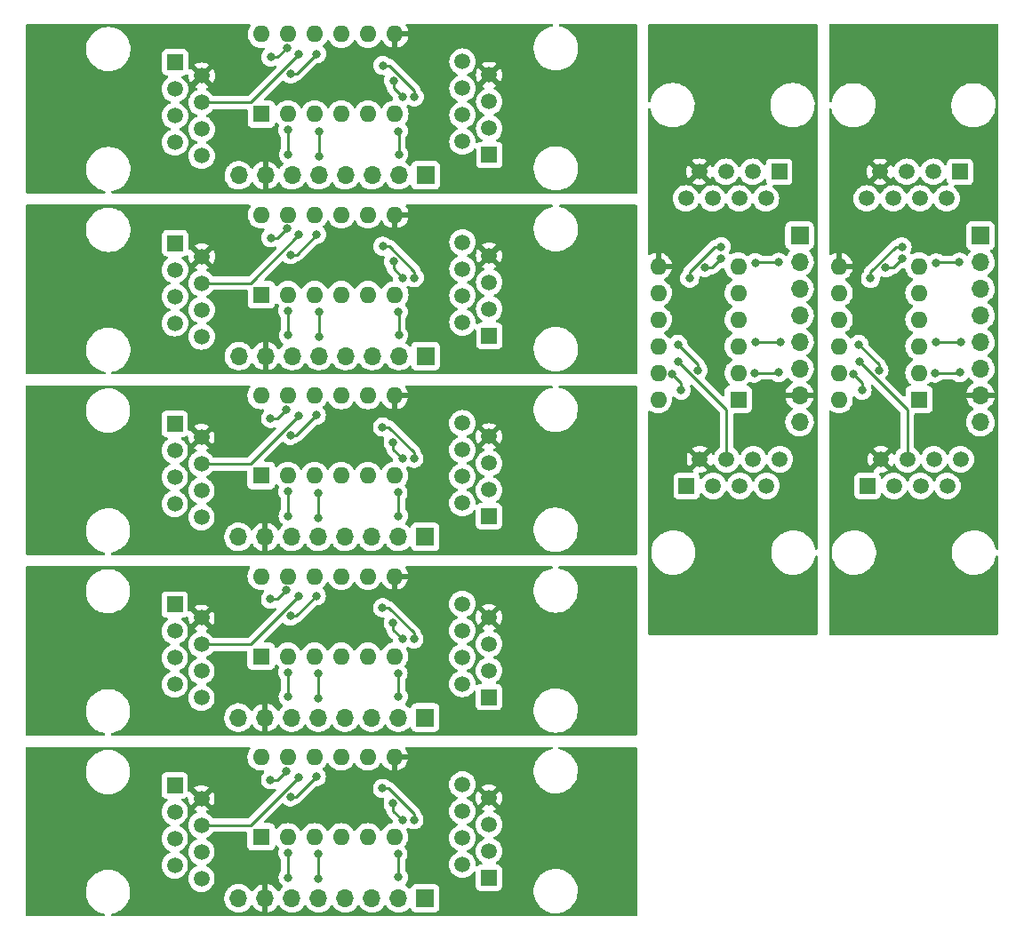
<source format=gbr>
%TF.GenerationSoftware,KiCad,Pcbnew,(6.0.1)*%
%TF.CreationDate,2022-05-21T12:22:48-05:00*%
%TF.ProjectId,modulo,6d6f6475-6c6f-42e6-9b69-6361645f7063,rev?*%
%TF.SameCoordinates,Original*%
%TF.FileFunction,Copper,L2,Bot*%
%TF.FilePolarity,Positive*%
%FSLAX46Y46*%
G04 Gerber Fmt 4.6, Leading zero omitted, Abs format (unit mm)*
G04 Created by KiCad (PCBNEW (6.0.1)) date 2022-05-21 12:22:48*
%MOMM*%
%LPD*%
G01*
G04 APERTURE LIST*
%TA.AperFunction,ComponentPad*%
%ADD10R,1.600000X1.600000*%
%TD*%
%TA.AperFunction,ComponentPad*%
%ADD11O,1.600000X1.600000*%
%TD*%
%TA.AperFunction,ComponentPad*%
%ADD12R,1.500000X1.500000*%
%TD*%
%TA.AperFunction,ComponentPad*%
%ADD13C,1.500000*%
%TD*%
%TA.AperFunction,ComponentPad*%
%ADD14R,1.700000X1.700000*%
%TD*%
%TA.AperFunction,ComponentPad*%
%ADD15O,1.700000X1.700000*%
%TD*%
%TA.AperFunction,ViaPad*%
%ADD16C,0.800000*%
%TD*%
%TA.AperFunction,Conductor*%
%ADD17C,0.250000*%
%TD*%
G04 APERTURE END LIST*
D10*
%TO.P,SW2,1*%
%TO.N,Net-(J1-Pad6)*%
X129997200Y-78460600D03*
D11*
%TO.P,SW2,2*%
X129997200Y-75920600D03*
%TO.P,SW2,3*%
%TO.N,Net-(J1-Pad5)*%
X129997200Y-73380600D03*
%TO.P,SW2,4*%
X129997200Y-70840600D03*
%TO.P,SW2,5*%
%TO.N,Net-(J1-Pad2)*%
X129997200Y-68300600D03*
%TO.P,SW2,6*%
X129997200Y-65760600D03*
%TO.P,SW2,7*%
%TO.N,GND*%
X122377200Y-65760600D03*
%TO.P,SW2,8*%
%TO.N,+3V3*%
X122377200Y-68300600D03*
%TO.P,SW2,9*%
%TO.N,Net-(Entrada1-Pad6)*%
X122377200Y-70840600D03*
%TO.P,SW2,10*%
%TO.N,Net-(Entrada1-Pad4)*%
X122377200Y-73380600D03*
%TO.P,SW2,11*%
%TO.N,Net-(Entrada1-Pad5)*%
X122377200Y-75920600D03*
%TO.P,SW2,12*%
%TO.N,Net-(Entrada1-Pad3)*%
X122377200Y-78460600D03*
%TD*%
D12*
%TO.P,Salida,1*%
%TO.N,unconnected-(Salida1-Pad1)*%
X133898700Y-56763600D03*
D13*
%TO.P,Salida,2*%
%TO.N,unconnected-(Salida1-Pad2)*%
X132628700Y-59303600D03*
%TO.P,Salida,3*%
%TO.N,Net-(Entrada1-Pad6)*%
X131358700Y-56763600D03*
%TO.P,Salida,4*%
%TO.N,Net-(Entrada1-Pad5)*%
X130088700Y-59303600D03*
%TO.P,Salida,5*%
%TO.N,Net-(Entrada1-Pad4)*%
X128818700Y-56763600D03*
%TO.P,Salida,6*%
%TO.N,Net-(Entrada1-Pad3)*%
X127548700Y-59303600D03*
%TO.P,Salida,7*%
%TO.N,GND*%
X126278700Y-56763600D03*
%TO.P,Salida,8*%
%TO.N,+3V3*%
X125008700Y-59303600D03*
%TD*%
D10*
%TO.P,SW2,1*%
%TO.N,Net-(J1-Pad6)*%
X84556600Y-102920800D03*
D11*
%TO.P,SW2,2*%
X87096600Y-102920800D03*
%TO.P,SW2,3*%
%TO.N,Net-(J1-Pad5)*%
X89636600Y-102920800D03*
%TO.P,SW2,4*%
X92176600Y-102920800D03*
%TO.P,SW2,5*%
%TO.N,Net-(J1-Pad2)*%
X94716600Y-102920800D03*
%TO.P,SW2,6*%
X97256600Y-102920800D03*
%TO.P,SW2,7*%
%TO.N,GND*%
X97256600Y-95300800D03*
%TO.P,SW2,8*%
%TO.N,+3V3*%
X94716600Y-95300800D03*
%TO.P,SW2,9*%
%TO.N,Net-(Entrada1-Pad6)*%
X92176600Y-95300800D03*
%TO.P,SW2,10*%
%TO.N,Net-(Entrada1-Pad4)*%
X89636600Y-95300800D03*
%TO.P,SW2,11*%
%TO.N,Net-(Entrada1-Pad5)*%
X87096600Y-95300800D03*
%TO.P,SW2,12*%
%TO.N,Net-(Entrada1-Pad3)*%
X84556600Y-95300800D03*
%TD*%
D14*
%TO.P,J1,1,Pin_1*%
%TO.N,unconnected-(J1-Pad1)*%
X100202957Y-74320400D03*
D15*
%TO.P,J1,2,Pin_2*%
%TO.N,Net-(J1-Pad2)*%
X97662957Y-74320400D03*
%TO.P,J1,3,Pin_3*%
%TO.N,unconnected-(J1-Pad3)*%
X95122957Y-74320400D03*
%TO.P,J1,4,Pin_4*%
%TO.N,unconnected-(J1-Pad4)*%
X92582957Y-74320400D03*
%TO.P,J1,5,Pin_5*%
%TO.N,Net-(J1-Pad5)*%
X90042957Y-74320400D03*
%TO.P,J1,6,Pin_6*%
%TO.N,Net-(J1-Pad6)*%
X87502957Y-74320400D03*
%TO.P,J1,7,Pin_7*%
%TO.N,GND*%
X84962957Y-74320400D03*
%TO.P,J1,8,Pin_8*%
%TO.N,+3V3*%
X82422957Y-74320400D03*
%TD*%
D13*
%TO.P,Entrada,8*%
%TO.N,unconnected-(Entrada1-Pad8)*%
X151194077Y-84159388D03*
%TO.P,Entrada,7*%
%TO.N,unconnected-(Entrada1-Pad7)*%
X149924077Y-86699388D03*
%TO.P,Entrada,6*%
%TO.N,Net-(Entrada1-Pad6)*%
X148654077Y-84159388D03*
%TO.P,Entrada,5*%
%TO.N,Net-(Entrada1-Pad5)*%
X147384077Y-86699388D03*
%TO.P,Entrada,4*%
%TO.N,Net-(Entrada1-Pad4)*%
X146114077Y-84159388D03*
%TO.P,Entrada,3*%
%TO.N,Net-(Entrada1-Pad3)*%
X144844077Y-86699388D03*
%TO.P,Entrada,2*%
%TO.N,GND*%
X143574077Y-84159388D03*
D12*
%TO.P,Entrada,1*%
%TO.N,+3V3*%
X142304077Y-86699388D03*
%TD*%
%TO.P,Entrada,1*%
%TO.N,+3V3*%
X76321600Y-80783283D03*
D13*
%TO.P,Entrada,2*%
%TO.N,GND*%
X78861600Y-82053283D03*
%TO.P,Entrada,3*%
%TO.N,Net-(Entrada1-Pad3)*%
X76321600Y-83323283D03*
%TO.P,Entrada,4*%
%TO.N,Net-(Entrada1-Pad4)*%
X78861600Y-84593283D03*
%TO.P,Entrada,5*%
%TO.N,Net-(Entrada1-Pad5)*%
X76321600Y-85863283D03*
%TO.P,Entrada,6*%
%TO.N,Net-(Entrada1-Pad6)*%
X78861600Y-87133283D03*
%TO.P,Entrada,7*%
%TO.N,unconnected-(Entrada1-Pad7)*%
X76321600Y-88403283D03*
%TO.P,Entrada,8*%
%TO.N,unconnected-(Entrada1-Pad8)*%
X78861600Y-89673283D03*
%TD*%
D10*
%TO.P,SW2,1*%
%TO.N,Net-(J1-Pad6)*%
X84581957Y-68478400D03*
D11*
%TO.P,SW2,2*%
X87121957Y-68478400D03*
%TO.P,SW2,3*%
%TO.N,Net-(J1-Pad5)*%
X89661957Y-68478400D03*
%TO.P,SW2,4*%
X92201957Y-68478400D03*
%TO.P,SW2,5*%
%TO.N,Net-(J1-Pad2)*%
X94741957Y-68478400D03*
%TO.P,SW2,6*%
X97281957Y-68478400D03*
%TO.P,SW2,7*%
%TO.N,GND*%
X97281957Y-60858400D03*
%TO.P,SW2,8*%
%TO.N,+3V3*%
X94741957Y-60858400D03*
%TO.P,SW2,9*%
%TO.N,Net-(Entrada1-Pad6)*%
X92201957Y-60858400D03*
%TO.P,SW2,10*%
%TO.N,Net-(Entrada1-Pad4)*%
X89661957Y-60858400D03*
%TO.P,SW2,11*%
%TO.N,Net-(Entrada1-Pad5)*%
X87121957Y-60858400D03*
%TO.P,SW2,12*%
%TO.N,Net-(Entrada1-Pad3)*%
X84581957Y-60858400D03*
%TD*%
D10*
%TO.P,SW2,1*%
%TO.N,Net-(J1-Pad6)*%
X84556600Y-120142000D03*
D11*
%TO.P,SW2,2*%
X87096600Y-120142000D03*
%TO.P,SW2,3*%
%TO.N,Net-(J1-Pad5)*%
X89636600Y-120142000D03*
%TO.P,SW2,4*%
X92176600Y-120142000D03*
%TO.P,SW2,5*%
%TO.N,Net-(J1-Pad2)*%
X94716600Y-120142000D03*
%TO.P,SW2,6*%
X97256600Y-120142000D03*
%TO.P,SW2,7*%
%TO.N,GND*%
X97256600Y-112522000D03*
%TO.P,SW2,8*%
%TO.N,+3V3*%
X94716600Y-112522000D03*
%TO.P,SW2,9*%
%TO.N,Net-(Entrada1-Pad6)*%
X92176600Y-112522000D03*
%TO.P,SW2,10*%
%TO.N,Net-(Entrada1-Pad4)*%
X89636600Y-112522000D03*
%TO.P,SW2,11*%
%TO.N,Net-(Entrada1-Pad5)*%
X87096600Y-112522000D03*
%TO.P,SW2,12*%
%TO.N,Net-(Entrada1-Pad3)*%
X84556600Y-112522000D03*
%TD*%
D12*
%TO.P,Salida,1*%
%TO.N,unconnected-(Salida1-Pad1)*%
X106253600Y-89602283D03*
D13*
%TO.P,Salida,2*%
%TO.N,unconnected-(Salida1-Pad2)*%
X103713600Y-88332283D03*
%TO.P,Salida,3*%
%TO.N,Net-(Entrada1-Pad6)*%
X106253600Y-87062283D03*
%TO.P,Salida,4*%
%TO.N,Net-(Entrada1-Pad5)*%
X103713600Y-85792283D03*
%TO.P,Salida,5*%
%TO.N,Net-(Entrada1-Pad4)*%
X106253600Y-84522283D03*
%TO.P,Salida,6*%
%TO.N,Net-(Entrada1-Pad3)*%
X103713600Y-83252283D03*
%TO.P,Salida,7*%
%TO.N,GND*%
X106253600Y-81982283D03*
%TO.P,Salida,8*%
%TO.N,+3V3*%
X103713600Y-80712283D03*
%TD*%
D12*
%TO.P,Entrada,1*%
%TO.N,+3V3*%
X76321600Y-115224500D03*
D13*
%TO.P,Entrada,2*%
%TO.N,GND*%
X78861600Y-116494500D03*
%TO.P,Entrada,3*%
%TO.N,Net-(Entrada1-Pad3)*%
X76321600Y-117764500D03*
%TO.P,Entrada,4*%
%TO.N,Net-(Entrada1-Pad4)*%
X78861600Y-119034500D03*
%TO.P,Entrada,5*%
%TO.N,Net-(Entrada1-Pad5)*%
X76321600Y-120304500D03*
%TO.P,Entrada,6*%
%TO.N,Net-(Entrada1-Pad6)*%
X78861600Y-121574500D03*
%TO.P,Entrada,7*%
%TO.N,unconnected-(Entrada1-Pad7)*%
X76321600Y-122844500D03*
%TO.P,Entrada,8*%
%TO.N,unconnected-(Entrada1-Pad8)*%
X78861600Y-124114500D03*
%TD*%
D14*
%TO.P,J1,1,Pin_1*%
%TO.N,unconnected-(J1-Pad1)*%
X100177600Y-91542783D03*
D15*
%TO.P,J1,2,Pin_2*%
%TO.N,Net-(J1-Pad2)*%
X97637600Y-91542783D03*
%TO.P,J1,3,Pin_3*%
%TO.N,unconnected-(J1-Pad3)*%
X95097600Y-91542783D03*
%TO.P,J1,4,Pin_4*%
%TO.N,unconnected-(J1-Pad4)*%
X92557600Y-91542783D03*
%TO.P,J1,5,Pin_5*%
%TO.N,Net-(J1-Pad5)*%
X90017600Y-91542783D03*
%TO.P,J1,6,Pin_6*%
%TO.N,Net-(J1-Pad6)*%
X87477600Y-91542783D03*
%TO.P,J1,7,Pin_7*%
%TO.N,GND*%
X84937600Y-91542783D03*
%TO.P,J1,8,Pin_8*%
%TO.N,+3V3*%
X82397600Y-91542783D03*
%TD*%
D12*
%TO.P,Entrada,1*%
%TO.N,+3V3*%
X76346957Y-63560900D03*
D13*
%TO.P,Entrada,2*%
%TO.N,GND*%
X78886957Y-64830900D03*
%TO.P,Entrada,3*%
%TO.N,Net-(Entrada1-Pad3)*%
X76346957Y-66100900D03*
%TO.P,Entrada,4*%
%TO.N,Net-(Entrada1-Pad4)*%
X78886957Y-67370900D03*
%TO.P,Entrada,5*%
%TO.N,Net-(Entrada1-Pad5)*%
X76346957Y-68640900D03*
%TO.P,Entrada,6*%
%TO.N,Net-(Entrada1-Pad6)*%
X78886957Y-69910900D03*
%TO.P,Entrada,7*%
%TO.N,unconnected-(Entrada1-Pad7)*%
X76346957Y-71180900D03*
%TO.P,Entrada,8*%
%TO.N,unconnected-(Entrada1-Pad8)*%
X78886957Y-72450900D03*
%TD*%
D15*
%TO.P,J1,8,Pin_8*%
%TO.N,+3V3*%
X153063577Y-80623388D03*
%TO.P,J1,7,Pin_7*%
%TO.N,GND*%
X153063577Y-78083388D03*
%TO.P,J1,6,Pin_6*%
%TO.N,Net-(J1-Pad6)*%
X153063577Y-75543388D03*
%TO.P,J1,5,Pin_5*%
%TO.N,Net-(J1-Pad5)*%
X153063577Y-73003388D03*
%TO.P,J1,4,Pin_4*%
%TO.N,unconnected-(J1-Pad4)*%
X153063577Y-70463388D03*
%TO.P,J1,3,Pin_3*%
%TO.N,unconnected-(J1-Pad3)*%
X153063577Y-67923388D03*
%TO.P,J1,2,Pin_2*%
%TO.N,Net-(J1-Pad2)*%
X153063577Y-65383388D03*
D14*
%TO.P,J1,1,Pin_1*%
%TO.N,unconnected-(J1-Pad1)*%
X153063577Y-62843388D03*
%TD*%
D12*
%TO.P,Entrada,1*%
%TO.N,+3V3*%
X76321600Y-98003300D03*
D13*
%TO.P,Entrada,2*%
%TO.N,GND*%
X78861600Y-99273300D03*
%TO.P,Entrada,3*%
%TO.N,Net-(Entrada1-Pad3)*%
X76321600Y-100543300D03*
%TO.P,Entrada,4*%
%TO.N,Net-(Entrada1-Pad4)*%
X78861600Y-101813300D03*
%TO.P,Entrada,5*%
%TO.N,Net-(Entrada1-Pad5)*%
X76321600Y-103083300D03*
%TO.P,Entrada,6*%
%TO.N,Net-(Entrada1-Pad6)*%
X78861600Y-104353300D03*
%TO.P,Entrada,7*%
%TO.N,unconnected-(Entrada1-Pad7)*%
X76321600Y-105623300D03*
%TO.P,Entrada,8*%
%TO.N,unconnected-(Entrada1-Pad8)*%
X78861600Y-106893300D03*
%TD*%
D14*
%TO.P,J1,1,Pin_1*%
%TO.N,unconnected-(J1-Pad1)*%
X100177600Y-108762800D03*
D15*
%TO.P,J1,2,Pin_2*%
%TO.N,Net-(J1-Pad2)*%
X97637600Y-108762800D03*
%TO.P,J1,3,Pin_3*%
%TO.N,unconnected-(J1-Pad3)*%
X95097600Y-108762800D03*
%TO.P,J1,4,Pin_4*%
%TO.N,unconnected-(J1-Pad4)*%
X92557600Y-108762800D03*
%TO.P,J1,5,Pin_5*%
%TO.N,Net-(J1-Pad5)*%
X90017600Y-108762800D03*
%TO.P,J1,6,Pin_6*%
%TO.N,Net-(J1-Pad6)*%
X87477600Y-108762800D03*
%TO.P,J1,7,Pin_7*%
%TO.N,GND*%
X84937600Y-108762800D03*
%TO.P,J1,8,Pin_8*%
%TO.N,+3V3*%
X82397600Y-108762800D03*
%TD*%
D14*
%TO.P,J1,1,Pin_1*%
%TO.N,unconnected-(J1-Pad1)*%
X100177600Y-125984000D03*
D15*
%TO.P,J1,2,Pin_2*%
%TO.N,Net-(J1-Pad2)*%
X97637600Y-125984000D03*
%TO.P,J1,3,Pin_3*%
%TO.N,unconnected-(J1-Pad3)*%
X95097600Y-125984000D03*
%TO.P,J1,4,Pin_4*%
%TO.N,unconnected-(J1-Pad4)*%
X92557600Y-125984000D03*
%TO.P,J1,5,Pin_5*%
%TO.N,Net-(J1-Pad5)*%
X90017600Y-125984000D03*
%TO.P,J1,6,Pin_6*%
%TO.N,Net-(J1-Pad6)*%
X87477600Y-125984000D03*
%TO.P,J1,7,Pin_7*%
%TO.N,GND*%
X84937600Y-125984000D03*
%TO.P,J1,8,Pin_8*%
%TO.N,+3V3*%
X82397600Y-125984000D03*
%TD*%
D12*
%TO.P,Salida,1*%
%TO.N,unconnected-(Salida1-Pad1)*%
X106279000Y-55158700D03*
D13*
%TO.P,Salida,2*%
%TO.N,unconnected-(Salida1-Pad2)*%
X103739000Y-53888700D03*
%TO.P,Salida,3*%
%TO.N,Net-(Entrada1-Pad6)*%
X106279000Y-52618700D03*
%TO.P,Salida,4*%
%TO.N,Net-(Entrada1-Pad5)*%
X103739000Y-51348700D03*
%TO.P,Salida,5*%
%TO.N,Net-(Entrada1-Pad4)*%
X106279000Y-50078700D03*
%TO.P,Salida,6*%
%TO.N,Net-(Entrada1-Pad3)*%
X103739000Y-48808700D03*
%TO.P,Salida,7*%
%TO.N,GND*%
X106279000Y-47538700D03*
%TO.P,Salida,8*%
%TO.N,+3V3*%
X103739000Y-46268700D03*
%TD*%
D12*
%TO.P,Salida,1*%
%TO.N,unconnected-(Salida1-Pad1)*%
X106253600Y-106822300D03*
D13*
%TO.P,Salida,2*%
%TO.N,unconnected-(Salida1-Pad2)*%
X103713600Y-105552300D03*
%TO.P,Salida,3*%
%TO.N,Net-(Entrada1-Pad6)*%
X106253600Y-104282300D03*
%TO.P,Salida,4*%
%TO.N,Net-(Entrada1-Pad5)*%
X103713600Y-103012300D03*
%TO.P,Salida,5*%
%TO.N,Net-(Entrada1-Pad4)*%
X106253600Y-101742300D03*
%TO.P,Salida,6*%
%TO.N,Net-(Entrada1-Pad3)*%
X103713600Y-100472300D03*
%TO.P,Salida,7*%
%TO.N,GND*%
X106253600Y-99202300D03*
%TO.P,Salida,8*%
%TO.N,+3V3*%
X103713600Y-97932300D03*
%TD*%
D12*
%TO.P,Salida,1*%
%TO.N,unconnected-(Salida1-Pad1)*%
X106253600Y-124043500D03*
D13*
%TO.P,Salida,2*%
%TO.N,unconnected-(Salida1-Pad2)*%
X103713600Y-122773500D03*
%TO.P,Salida,3*%
%TO.N,Net-(Entrada1-Pad6)*%
X106253600Y-121503500D03*
%TO.P,Salida,4*%
%TO.N,Net-(Entrada1-Pad5)*%
X103713600Y-120233500D03*
%TO.P,Salida,5*%
%TO.N,Net-(Entrada1-Pad4)*%
X106253600Y-118963500D03*
%TO.P,Salida,6*%
%TO.N,Net-(Entrada1-Pad3)*%
X103713600Y-117693500D03*
%TO.P,Salida,7*%
%TO.N,GND*%
X106253600Y-116423500D03*
%TO.P,Salida,8*%
%TO.N,+3V3*%
X103713600Y-115153500D03*
%TD*%
D11*
%TO.P,SW2,12*%
%TO.N,Net-(Entrada1-Pad3)*%
X139601577Y-78464388D03*
%TO.P,SW2,11*%
%TO.N,Net-(Entrada1-Pad5)*%
X139601577Y-75924388D03*
%TO.P,SW2,10*%
%TO.N,Net-(Entrada1-Pad4)*%
X139601577Y-73384388D03*
%TO.P,SW2,9*%
%TO.N,Net-(Entrada1-Pad6)*%
X139601577Y-70844388D03*
%TO.P,SW2,8*%
%TO.N,+3V3*%
X139601577Y-68304388D03*
%TO.P,SW2,7*%
%TO.N,GND*%
X139601577Y-65764388D03*
%TO.P,SW2,6*%
%TO.N,Net-(J1-Pad2)*%
X147221577Y-65764388D03*
%TO.P,SW2,5*%
X147221577Y-68304388D03*
%TO.P,SW2,4*%
%TO.N,Net-(J1-Pad5)*%
X147221577Y-70844388D03*
%TO.P,SW2,3*%
X147221577Y-73384388D03*
%TO.P,SW2,2*%
%TO.N,Net-(J1-Pad6)*%
X147221577Y-75924388D03*
D10*
%TO.P,SW2,1*%
X147221577Y-78464388D03*
%TD*%
D12*
%TO.P,Entrada,1*%
%TO.N,+3V3*%
X76347000Y-46339700D03*
D13*
%TO.P,Entrada,2*%
%TO.N,GND*%
X78887000Y-47609700D03*
%TO.P,Entrada,3*%
%TO.N,Net-(Entrada1-Pad3)*%
X76347000Y-48879700D03*
%TO.P,Entrada,4*%
%TO.N,Net-(Entrada1-Pad4)*%
X78887000Y-50149700D03*
%TO.P,Entrada,5*%
%TO.N,Net-(Entrada1-Pad5)*%
X76347000Y-51419700D03*
%TO.P,Entrada,6*%
%TO.N,Net-(Entrada1-Pad6)*%
X78887000Y-52689700D03*
%TO.P,Entrada,7*%
%TO.N,unconnected-(Entrada1-Pad7)*%
X76347000Y-53959700D03*
%TO.P,Entrada,8*%
%TO.N,unconnected-(Entrada1-Pad8)*%
X78887000Y-55229700D03*
%TD*%
D10*
%TO.P,SW2,1*%
%TO.N,Net-(J1-Pad6)*%
X84556600Y-85700783D03*
D11*
%TO.P,SW2,2*%
X87096600Y-85700783D03*
%TO.P,SW2,3*%
%TO.N,Net-(J1-Pad5)*%
X89636600Y-85700783D03*
%TO.P,SW2,4*%
X92176600Y-85700783D03*
%TO.P,SW2,5*%
%TO.N,Net-(J1-Pad2)*%
X94716600Y-85700783D03*
%TO.P,SW2,6*%
X97256600Y-85700783D03*
%TO.P,SW2,7*%
%TO.N,GND*%
X97256600Y-78080783D03*
%TO.P,SW2,8*%
%TO.N,+3V3*%
X94716600Y-78080783D03*
%TO.P,SW2,9*%
%TO.N,Net-(Entrada1-Pad6)*%
X92176600Y-78080783D03*
%TO.P,SW2,10*%
%TO.N,Net-(Entrada1-Pad4)*%
X89636600Y-78080783D03*
%TO.P,SW2,11*%
%TO.N,Net-(Entrada1-Pad5)*%
X87096600Y-78080783D03*
%TO.P,SW2,12*%
%TO.N,Net-(Entrada1-Pad3)*%
X84556600Y-78080783D03*
%TD*%
D12*
%TO.P,Entrada,1*%
%TO.N,+3V3*%
X125079700Y-86695600D03*
D13*
%TO.P,Entrada,2*%
%TO.N,GND*%
X126349700Y-84155600D03*
%TO.P,Entrada,3*%
%TO.N,Net-(Entrada1-Pad3)*%
X127619700Y-86695600D03*
%TO.P,Entrada,4*%
%TO.N,Net-(Entrada1-Pad4)*%
X128889700Y-84155600D03*
%TO.P,Entrada,5*%
%TO.N,Net-(Entrada1-Pad5)*%
X130159700Y-86695600D03*
%TO.P,Entrada,6*%
%TO.N,Net-(Entrada1-Pad6)*%
X131429700Y-84155600D03*
%TO.P,Entrada,7*%
%TO.N,unconnected-(Entrada1-Pad7)*%
X132699700Y-86695600D03*
%TO.P,Entrada,8*%
%TO.N,unconnected-(Entrada1-Pad8)*%
X133969700Y-84155600D03*
%TD*%
%TO.P,Salida,8*%
%TO.N,+3V3*%
X142233077Y-59307388D03*
%TO.P,Salida,7*%
%TO.N,GND*%
X143503077Y-56767388D03*
%TO.P,Salida,6*%
%TO.N,Net-(Entrada1-Pad3)*%
X144773077Y-59307388D03*
%TO.P,Salida,5*%
%TO.N,Net-(Entrada1-Pad4)*%
X146043077Y-56767388D03*
%TO.P,Salida,4*%
%TO.N,Net-(Entrada1-Pad5)*%
X147313077Y-59307388D03*
%TO.P,Salida,3*%
%TO.N,Net-(Entrada1-Pad6)*%
X148583077Y-56767388D03*
%TO.P,Salida,2*%
%TO.N,unconnected-(Salida1-Pad2)*%
X149853077Y-59307388D03*
D12*
%TO.P,Salida,1*%
%TO.N,unconnected-(Salida1-Pad1)*%
X151123077Y-56767388D03*
%TD*%
D14*
%TO.P,J1,1,Pin_1*%
%TO.N,unconnected-(J1-Pad1)*%
X100203000Y-57099200D03*
D15*
%TO.P,J1,2,Pin_2*%
%TO.N,Net-(J1-Pad2)*%
X97663000Y-57099200D03*
%TO.P,J1,3,Pin_3*%
%TO.N,unconnected-(J1-Pad3)*%
X95123000Y-57099200D03*
%TO.P,J1,4,Pin_4*%
%TO.N,unconnected-(J1-Pad4)*%
X92583000Y-57099200D03*
%TO.P,J1,5,Pin_5*%
%TO.N,Net-(J1-Pad5)*%
X90043000Y-57099200D03*
%TO.P,J1,6,Pin_6*%
%TO.N,Net-(J1-Pad6)*%
X87503000Y-57099200D03*
%TO.P,J1,7,Pin_7*%
%TO.N,GND*%
X84963000Y-57099200D03*
%TO.P,J1,8,Pin_8*%
%TO.N,+3V3*%
X82423000Y-57099200D03*
%TD*%
D14*
%TO.P,J1,1,Pin_1*%
%TO.N,unconnected-(J1-Pad1)*%
X135839200Y-62839600D03*
D15*
%TO.P,J1,2,Pin_2*%
%TO.N,Net-(J1-Pad2)*%
X135839200Y-65379600D03*
%TO.P,J1,3,Pin_3*%
%TO.N,unconnected-(J1-Pad3)*%
X135839200Y-67919600D03*
%TO.P,J1,4,Pin_4*%
%TO.N,unconnected-(J1-Pad4)*%
X135839200Y-70459600D03*
%TO.P,J1,5,Pin_5*%
%TO.N,Net-(J1-Pad5)*%
X135839200Y-72999600D03*
%TO.P,J1,6,Pin_6*%
%TO.N,Net-(J1-Pad6)*%
X135839200Y-75539600D03*
%TO.P,J1,7,Pin_7*%
%TO.N,GND*%
X135839200Y-78079600D03*
%TO.P,J1,8,Pin_8*%
%TO.N,+3V3*%
X135839200Y-80619600D03*
%TD*%
D10*
%TO.P,SW2,1*%
%TO.N,Net-(J1-Pad6)*%
X84582000Y-51257200D03*
D11*
%TO.P,SW2,2*%
X87122000Y-51257200D03*
%TO.P,SW2,3*%
%TO.N,Net-(J1-Pad5)*%
X89662000Y-51257200D03*
%TO.P,SW2,4*%
X92202000Y-51257200D03*
%TO.P,SW2,5*%
%TO.N,Net-(J1-Pad2)*%
X94742000Y-51257200D03*
%TO.P,SW2,6*%
X97282000Y-51257200D03*
%TO.P,SW2,7*%
%TO.N,GND*%
X97282000Y-43637200D03*
%TO.P,SW2,8*%
%TO.N,+3V3*%
X94742000Y-43637200D03*
%TO.P,SW2,9*%
%TO.N,Net-(Entrada1-Pad6)*%
X92202000Y-43637200D03*
%TO.P,SW2,10*%
%TO.N,Net-(Entrada1-Pad4)*%
X89662000Y-43637200D03*
%TO.P,SW2,11*%
%TO.N,Net-(Entrada1-Pad5)*%
X87122000Y-43637200D03*
%TO.P,SW2,12*%
%TO.N,Net-(Entrada1-Pad3)*%
X84582000Y-43637200D03*
%TD*%
D12*
%TO.P,Salida,1*%
%TO.N,unconnected-(Salida1-Pad1)*%
X106278957Y-72379900D03*
D13*
%TO.P,Salida,2*%
%TO.N,unconnected-(Salida1-Pad2)*%
X103738957Y-71109900D03*
%TO.P,Salida,3*%
%TO.N,Net-(Entrada1-Pad6)*%
X106278957Y-69839900D03*
%TO.P,Salida,4*%
%TO.N,Net-(Entrada1-Pad5)*%
X103738957Y-68569900D03*
%TO.P,Salida,5*%
%TO.N,Net-(Entrada1-Pad4)*%
X106278957Y-67299900D03*
%TO.P,Salida,6*%
%TO.N,Net-(Entrada1-Pad3)*%
X103738957Y-66029900D03*
%TO.P,Salida,7*%
%TO.N,GND*%
X106278957Y-64759900D03*
%TO.P,Salida,8*%
%TO.N,+3V3*%
X103738957Y-63489900D03*
%TD*%
D16*
%TO.N,GND*%
X64617600Y-115011200D03*
X139449177Y-98301788D03*
X64719200Y-79147583D03*
X131876800Y-98196400D03*
X118922800Y-90882383D03*
X142192377Y-44656988D03*
X64820800Y-122021600D03*
X64820800Y-87580383D03*
X64719200Y-112369600D03*
X118846557Y-72237600D03*
X118313200Y-79350783D03*
X152403177Y-44098188D03*
X133756400Y-44196000D03*
X118338557Y-62128400D03*
X64820800Y-104800400D03*
X64846157Y-70358000D03*
X118364000Y-80671583D03*
X118948200Y-56438800D03*
X64846200Y-53136800D03*
X64770000Y-108254800D03*
X64744557Y-61925200D03*
X118770400Y-88088383D03*
X118440200Y-47650400D03*
X64770000Y-125476000D03*
X118795757Y-70866000D03*
X118846600Y-55016400D03*
X64719200Y-113588800D03*
X64617600Y-97790000D03*
X152555577Y-98250988D03*
X64846200Y-54914800D03*
X118922800Y-125323600D03*
X64643000Y-46126400D03*
X64744600Y-43484800D03*
X64719200Y-77928383D03*
X118821200Y-106680000D03*
X118364000Y-97891600D03*
X118313200Y-96570800D03*
X123444000Y-98298000D03*
X132384800Y-44246800D03*
X150879177Y-98200188D03*
X122224800Y-98298000D03*
X64617600Y-80569983D03*
X118795800Y-53644800D03*
X118948157Y-73660000D03*
X118414800Y-116535200D03*
X140871577Y-44707788D03*
X142090777Y-98403388D03*
X118821200Y-89459983D03*
X118770400Y-105308400D03*
X118821200Y-123901200D03*
X118922800Y-108102400D03*
X64770000Y-91034783D03*
X149609177Y-44250588D03*
X64642957Y-63347600D03*
X118770400Y-122529600D03*
X118389357Y-63449200D03*
X64744600Y-44704000D03*
X64719200Y-96367600D03*
X133654800Y-98196400D03*
X64795357Y-73812400D03*
X64795400Y-56591200D03*
X64719200Y-95148400D03*
X118414800Y-82093983D03*
X126390400Y-44602400D03*
X150980777Y-44199788D03*
X118440157Y-64871600D03*
X124866400Y-98399600D03*
X123647200Y-44704000D03*
X140668377Y-98301788D03*
X64846157Y-72136000D03*
X118313200Y-113792000D03*
X135331200Y-98247200D03*
X118364000Y-115112800D03*
X64744557Y-60706000D03*
X64820800Y-106578400D03*
X64820800Y-123799600D03*
X64820800Y-89358383D03*
X118414800Y-99314000D03*
X135178800Y-44094400D03*
X143614777Y-44606188D03*
X118389400Y-46228000D03*
X118338600Y-44907200D03*
X124968000Y-44653200D03*
X149101177Y-98200188D03*
%TO.N,Net-(Entrada1-Pad4)*%
X88168058Y-45562942D03*
X141527319Y-74878330D03*
X88168015Y-62784142D03*
X124302942Y-74874542D03*
X88142658Y-114447742D03*
X88142658Y-80006525D03*
X88142658Y-97226542D03*
%TO.N,Net-(Entrada1-Pad5)*%
X141785977Y-77575388D03*
X140922377Y-76051388D03*
X97129600Y-99747800D03*
X85445600Y-97485200D03*
X85470957Y-63042800D03*
X98018600Y-49631600D03*
X97993200Y-101295200D03*
X86994957Y-62179200D03*
X97155000Y-48084200D03*
X128371600Y-65024000D03*
X126824200Y-65887600D03*
X123698000Y-76047600D03*
X144048577Y-65891388D03*
X86995000Y-44958000D03*
X85445600Y-114706400D03*
X97154957Y-65305400D03*
X97129600Y-82527783D03*
X97993200Y-118516400D03*
X97129600Y-116969000D03*
X145595977Y-65027788D03*
X86969600Y-96621600D03*
X85471000Y-45821600D03*
X85445600Y-80265183D03*
X86969600Y-113842800D03*
X98018557Y-66852800D03*
X124561600Y-77571600D03*
X97993200Y-84075183D03*
X86969600Y-79401583D03*
%TO.N,Net-(Entrada1-Pad6)*%
X141481177Y-73206588D03*
X89814400Y-114401600D03*
X128371600Y-63906400D03*
X87333600Y-116323600D03*
X89839800Y-45516800D03*
X96138957Y-63855600D03*
X89814400Y-97180400D03*
X96113600Y-81077983D03*
X87359000Y-47438800D03*
X124256800Y-73202800D03*
X96113600Y-115519200D03*
X142598777Y-66907388D03*
X87333600Y-81882383D03*
X96113600Y-98298000D03*
X99136157Y-66852800D03*
X87358957Y-64660000D03*
X89839757Y-62738000D03*
X89814400Y-79960383D03*
X125374400Y-66903600D03*
X145595977Y-63910188D03*
X99136200Y-49631600D03*
X87333600Y-99102400D03*
X99110800Y-118516400D03*
X126178800Y-75683600D03*
X99110800Y-84075183D03*
X96139000Y-46634400D03*
X143403177Y-75687388D03*
X99110800Y-101295200D03*
%TO.N,Net-(J1-Pad2)*%
X97612157Y-70104000D03*
X97663000Y-55099900D03*
X97612200Y-52882800D03*
X97586800Y-87326383D03*
X133839900Y-65379600D03*
X97662957Y-72321100D03*
X97586800Y-104546400D03*
X97637600Y-106763500D03*
X97586800Y-121767600D03*
X151064277Y-65383388D03*
X131622800Y-65430400D03*
X97637600Y-89543483D03*
X97637600Y-123984700D03*
X148847177Y-65434188D03*
%TO.N,Net-(J1-Pad5)*%
X90042957Y-72491600D03*
X134010400Y-72999600D03*
X90017600Y-106934000D03*
X90042957Y-70122100D03*
X90017600Y-124155200D03*
X90017600Y-121785700D03*
X90043000Y-52900900D03*
X90017600Y-104564500D03*
X90043000Y-55270400D03*
X151234777Y-73003388D03*
X131640900Y-72999600D03*
X148865277Y-73003388D03*
X90017600Y-87344483D03*
X90017600Y-89713983D03*
%TO.N,Net-(J1-Pad6)*%
X87147400Y-55118000D03*
X133858000Y-75895200D03*
X87071200Y-104444800D03*
X87096557Y-70002400D03*
X131521200Y-75946000D03*
X87147357Y-72339200D03*
X87071200Y-87224783D03*
X87071200Y-121666000D03*
X87122000Y-89561583D03*
X87122000Y-124002800D03*
X151082377Y-75898988D03*
X87122000Y-106781600D03*
X148745577Y-75949788D03*
X87096600Y-52781200D03*
%TD*%
D17*
%TO.N,Net-(Entrada1-Pad4)*%
X83555900Y-119034500D02*
X88142658Y-114447742D01*
X128889700Y-79461300D02*
X124302942Y-74874542D01*
X83581257Y-67370900D02*
X88168015Y-62784142D01*
X83555900Y-101813300D02*
X88142658Y-97226542D01*
X83555900Y-84593283D02*
X88142658Y-80006525D01*
X78861600Y-119034500D02*
X83555900Y-119034500D01*
X78886957Y-67370900D02*
X83581257Y-67370900D01*
X128889700Y-84155600D02*
X128889700Y-79461300D01*
X83581300Y-50149700D02*
X88168058Y-45562942D01*
X78861600Y-101813300D02*
X83555900Y-101813300D01*
X78861600Y-84593283D02*
X83555900Y-84593283D01*
X146114077Y-79465088D02*
X141527319Y-74878330D01*
X78887000Y-50149700D02*
X83581300Y-50149700D01*
X146114077Y-84159388D02*
X146114077Y-79465088D01*
%TO.N,Net-(Entrada1-Pad5)*%
X126824200Y-65887600D02*
X127508000Y-65887600D01*
X97129600Y-83211583D02*
X97993200Y-84075183D01*
X97129600Y-99747800D02*
X97129600Y-100431600D01*
X85471000Y-45821600D02*
X86131400Y-45821600D01*
X97155000Y-48768000D02*
X98018600Y-49631600D01*
X86106000Y-114706400D02*
X86969600Y-113842800D01*
X127508000Y-65887600D02*
X128371600Y-65024000D01*
X141785977Y-76914988D02*
X140922377Y-76051388D01*
X124561600Y-77571600D02*
X124561600Y-76911200D01*
X97154957Y-65305400D02*
X97154957Y-65989200D01*
X97155000Y-48084200D02*
X97155000Y-48768000D01*
X86106000Y-97485200D02*
X86969600Y-96621600D01*
X141785977Y-77575388D02*
X141785977Y-76914988D01*
X85445600Y-97485200D02*
X86106000Y-97485200D01*
X144732377Y-65891388D02*
X145595977Y-65027788D01*
X86131357Y-63042800D02*
X86994957Y-62179200D01*
X85445600Y-80265183D02*
X86106000Y-80265183D01*
X144048577Y-65891388D02*
X144732377Y-65891388D01*
X97129600Y-117652800D02*
X97993200Y-118516400D01*
X85470957Y-63042800D02*
X86131357Y-63042800D01*
X124561600Y-76911200D02*
X123698000Y-76047600D01*
X97129600Y-82527783D02*
X97129600Y-83211583D01*
X97154957Y-65989200D02*
X98018557Y-66852800D01*
X85445600Y-114706400D02*
X86106000Y-114706400D01*
X86106000Y-80265183D02*
X86969600Y-79401583D01*
X97129600Y-100431600D02*
X97993200Y-101295200D01*
X86131400Y-45821600D02*
X86995000Y-44958000D01*
X97129600Y-116969000D02*
X97129600Y-117652800D01*
%TO.N,Net-(Entrada1-Pad6)*%
X96729771Y-63855600D02*
X99136157Y-66261986D01*
X87359000Y-47438800D02*
X87917800Y-47438800D01*
X96113600Y-81077983D02*
X96704414Y-81077983D01*
X87333600Y-116323600D02*
X87892400Y-116323600D01*
X142598777Y-66316574D02*
X145005163Y-63910188D01*
X96113600Y-115519200D02*
X96704414Y-115519200D01*
X96704414Y-98298000D02*
X99110800Y-100704386D01*
X143403177Y-75687388D02*
X143403177Y-75128588D01*
X125374400Y-66903600D02*
X125374400Y-66312786D01*
X126178800Y-75124800D02*
X124256800Y-73202800D01*
X87358957Y-64660000D02*
X87917757Y-64660000D01*
X87917800Y-47438800D02*
X89839800Y-45516800D01*
X126178800Y-75683600D02*
X126178800Y-75124800D01*
X96729814Y-46634400D02*
X99136200Y-49040786D01*
X87917757Y-64660000D02*
X89839757Y-62738000D01*
X96139000Y-46634400D02*
X96729814Y-46634400D01*
X145005163Y-63910188D02*
X145595977Y-63910188D01*
X87892400Y-99102400D02*
X89814400Y-97180400D01*
X96704414Y-115519200D02*
X99110800Y-117925586D01*
X125374400Y-66312786D02*
X127780786Y-63906400D01*
X99136200Y-49040786D02*
X99136200Y-49631600D01*
X99136157Y-66261986D02*
X99136157Y-66852800D01*
X96113600Y-98298000D02*
X96704414Y-98298000D01*
X127780786Y-63906400D02*
X128371600Y-63906400D01*
X87892400Y-81882383D02*
X89814400Y-79960383D01*
X143403177Y-75128588D02*
X141481177Y-73206588D01*
X99110800Y-117925586D02*
X99110800Y-118516400D01*
X87892400Y-116323600D02*
X89814400Y-114401600D01*
X87333600Y-99102400D02*
X87892400Y-99102400D01*
X142598777Y-66907388D02*
X142598777Y-66316574D01*
X99110800Y-83484369D02*
X99110800Y-84075183D01*
X87333600Y-81882383D02*
X87892400Y-81882383D01*
X96704414Y-81077983D02*
X99110800Y-83484369D01*
X99110800Y-100704386D02*
X99110800Y-101295200D01*
X96138957Y-63855600D02*
X96729771Y-63855600D01*
%TO.N,Net-(J1-Pad2)*%
X97637600Y-104597200D02*
X97586800Y-104546400D01*
X97663000Y-52933600D02*
X97612200Y-52882800D01*
X97637600Y-123984700D02*
X97637600Y-121818400D01*
X97637600Y-89543483D02*
X97637600Y-87377183D01*
X151064277Y-65383388D02*
X148897977Y-65383388D01*
X131673600Y-65379600D02*
X131622800Y-65430400D01*
X97663000Y-55099900D02*
X97663000Y-52933600D01*
X148897977Y-65383388D02*
X148847177Y-65434188D01*
X133839900Y-65379600D02*
X131673600Y-65379600D01*
X97662957Y-72321100D02*
X97662957Y-70154800D01*
X97637600Y-106763500D02*
X97637600Y-104597200D01*
X97662957Y-70154800D02*
X97612157Y-70104000D01*
X97637600Y-121818400D02*
X97586800Y-121767600D01*
X97637600Y-87377183D02*
X97586800Y-87326383D01*
%TO.N,Net-(J1-Pad5)*%
X90042957Y-72491600D02*
X90042957Y-70122100D01*
X134010400Y-72999600D02*
X131640900Y-72999600D01*
X90017600Y-89713983D02*
X90017600Y-87344483D01*
X90017600Y-106934000D02*
X90017600Y-104564500D01*
X90017600Y-124155200D02*
X90017600Y-121785700D01*
X151234777Y-73003388D02*
X148865277Y-73003388D01*
X90043000Y-55270400D02*
X90043000Y-52900900D01*
%TO.N,Net-(J1-Pad6)*%
X87096600Y-52781200D02*
X87096600Y-55067200D01*
X151031577Y-75949788D02*
X151082377Y-75898988D01*
X87071200Y-121666000D02*
X87071200Y-123952000D01*
X87071200Y-104444800D02*
X87071200Y-106730800D01*
X87071200Y-87224783D02*
X87071200Y-89510783D01*
X131521200Y-75946000D02*
X133807200Y-75946000D01*
X87071200Y-123952000D02*
X87122000Y-124002800D01*
X87071200Y-89510783D02*
X87122000Y-89561583D01*
X133807200Y-75946000D02*
X133858000Y-75895200D01*
X87096557Y-72288400D02*
X87147357Y-72339200D01*
X87096557Y-70002400D02*
X87096557Y-72288400D01*
X87071200Y-106730800D02*
X87122000Y-106781600D01*
X148745577Y-75949788D02*
X151031577Y-75949788D01*
X87096600Y-55067200D02*
X87147400Y-55118000D01*
%TD*%
%TA.AperFunction,Conductor*%
%TO.N,GND*%
G36*
X83461134Y-111576802D02*
G01*
X83507627Y-111630458D01*
X83517731Y-111700732D01*
X83496226Y-111755071D01*
X83431817Y-111847057D01*
X83419077Y-111865251D01*
X83416754Y-111870233D01*
X83416751Y-111870238D01*
X83349298Y-112014893D01*
X83322316Y-112072757D01*
X83320894Y-112078065D01*
X83320893Y-112078067D01*
X83264481Y-112288598D01*
X83263057Y-112293913D01*
X83243102Y-112522000D01*
X83263057Y-112750087D01*
X83264481Y-112755400D01*
X83264481Y-112755402D01*
X83310723Y-112927976D01*
X83322316Y-112971243D01*
X83324639Y-112976224D01*
X83324639Y-112976225D01*
X83416751Y-113173762D01*
X83416754Y-113173767D01*
X83419077Y-113178749D01*
X83550402Y-113366300D01*
X83712300Y-113528198D01*
X83716808Y-113531355D01*
X83716811Y-113531357D01*
X83770124Y-113568687D01*
X83899851Y-113659523D01*
X83904833Y-113661846D01*
X83904838Y-113661849D01*
X84101365Y-113753490D01*
X84107357Y-113756284D01*
X84112665Y-113757706D01*
X84112667Y-113757707D01*
X84323198Y-113814119D01*
X84323200Y-113814119D01*
X84328513Y-113815543D01*
X84556600Y-113835498D01*
X84562075Y-113835019D01*
X84562076Y-113835019D01*
X84727142Y-113820578D01*
X84796746Y-113834567D01*
X84847739Y-113883967D01*
X84863929Y-113953093D01*
X84840176Y-114019998D01*
X84831773Y-114030393D01*
X84706560Y-114169456D01*
X84611073Y-114334844D01*
X84552058Y-114516472D01*
X84551368Y-114523033D01*
X84551368Y-114523035D01*
X84543342Y-114599398D01*
X84532096Y-114706400D01*
X84532786Y-114712965D01*
X84548518Y-114862642D01*
X84552058Y-114896328D01*
X84611073Y-115077956D01*
X84706560Y-115243344D01*
X84710978Y-115248251D01*
X84710979Y-115248252D01*
X84823608Y-115373339D01*
X84834347Y-115385266D01*
X84988848Y-115497518D01*
X84994876Y-115500202D01*
X84994878Y-115500203D01*
X85157281Y-115572509D01*
X85163312Y-115575194D01*
X85235608Y-115590561D01*
X85343656Y-115613528D01*
X85343661Y-115613528D01*
X85350113Y-115614900D01*
X85541087Y-115614900D01*
X85547539Y-115613528D01*
X85547544Y-115613528D01*
X85655592Y-115590561D01*
X85727888Y-115575194D01*
X85812369Y-115537581D01*
X85882735Y-115528147D01*
X85947032Y-115558253D01*
X85984846Y-115618342D01*
X85984170Y-115689336D01*
X85952712Y-115741783D01*
X83330400Y-118364095D01*
X83268088Y-118398121D01*
X83241305Y-118401000D01*
X80019954Y-118401000D01*
X79951833Y-118380998D01*
X79916741Y-118347271D01*
X79902178Y-118326472D01*
X79829349Y-118222462D01*
X79673638Y-118066751D01*
X79661831Y-118058483D01*
X79579725Y-118000992D01*
X79493254Y-117940444D01*
X79488272Y-117938121D01*
X79488267Y-117938118D01*
X79360241Y-117878419D01*
X79306956Y-117831502D01*
X79287495Y-117763224D01*
X79308037Y-117695264D01*
X79360241Y-117650029D01*
X79488016Y-117590447D01*
X79497512Y-117584964D01*
X79538748Y-117556090D01*
X79547123Y-117545612D01*
X79540057Y-117532168D01*
X78874411Y-116866521D01*
X78860468Y-116858908D01*
X78858634Y-116859039D01*
X78852020Y-116863290D01*
X78182420Y-117532891D01*
X78175993Y-117544661D01*
X78185287Y-117556675D01*
X78225688Y-117584964D01*
X78235184Y-117590447D01*
X78362959Y-117650029D01*
X78416244Y-117696946D01*
X78435705Y-117765224D01*
X78415163Y-117833184D01*
X78362959Y-117878419D01*
X78234934Y-117938118D01*
X78234929Y-117938121D01*
X78229947Y-117940444D01*
X78225440Y-117943600D01*
X78225438Y-117943601D01*
X78054073Y-118063592D01*
X78054070Y-118063594D01*
X78049562Y-118066751D01*
X77893851Y-118222462D01*
X77890694Y-118226970D01*
X77890692Y-118226973D01*
X77794678Y-118364095D01*
X77767544Y-118402847D01*
X77765221Y-118407829D01*
X77765218Y-118407834D01*
X77738477Y-118465182D01*
X77674480Y-118602424D01*
X77617485Y-118815129D01*
X77598293Y-119034500D01*
X77617485Y-119253871D01*
X77674480Y-119466576D01*
X77701470Y-119524457D01*
X77765218Y-119661166D01*
X77765221Y-119661171D01*
X77767544Y-119666153D01*
X77770700Y-119670660D01*
X77770701Y-119670662D01*
X77865981Y-119806735D01*
X77893851Y-119846538D01*
X78049562Y-120002249D01*
X78054071Y-120005406D01*
X78054073Y-120005408D01*
X78066528Y-120014129D01*
X78229946Y-120128556D01*
X78234928Y-120130879D01*
X78234933Y-120130882D01*
X78362368Y-120190305D01*
X78415653Y-120237222D01*
X78435114Y-120305499D01*
X78414572Y-120373459D01*
X78362368Y-120418695D01*
X78234934Y-120478118D01*
X78234929Y-120478121D01*
X78229947Y-120480444D01*
X78225440Y-120483600D01*
X78225438Y-120483601D01*
X78054073Y-120603592D01*
X78054070Y-120603594D01*
X78049562Y-120606751D01*
X77893851Y-120762462D01*
X77890694Y-120766970D01*
X77890692Y-120766973D01*
X77772231Y-120936153D01*
X77767544Y-120942847D01*
X77765221Y-120947829D01*
X77765218Y-120947834D01*
X77721762Y-121041027D01*
X77674480Y-121142424D01*
X77617485Y-121355129D01*
X77598293Y-121574500D01*
X77617485Y-121793871D01*
X77674480Y-122006576D01*
X77688926Y-122037556D01*
X77765218Y-122201166D01*
X77765221Y-122201171D01*
X77767544Y-122206153D01*
X77770700Y-122210660D01*
X77770701Y-122210662D01*
X77865981Y-122346735D01*
X77893851Y-122386538D01*
X78049562Y-122542249D01*
X78054071Y-122545406D01*
X78054073Y-122545408D01*
X78066528Y-122554129D01*
X78229946Y-122668556D01*
X78234928Y-122670879D01*
X78234933Y-122670882D01*
X78362368Y-122730305D01*
X78415653Y-122777222D01*
X78435114Y-122845499D01*
X78414572Y-122913459D01*
X78362368Y-122958695D01*
X78234934Y-123018118D01*
X78234929Y-123018121D01*
X78229947Y-123020444D01*
X78225440Y-123023600D01*
X78225438Y-123023601D01*
X78054073Y-123143592D01*
X78054070Y-123143594D01*
X78049562Y-123146751D01*
X77893851Y-123302462D01*
X77890694Y-123306970D01*
X77890692Y-123306973D01*
X77772231Y-123476153D01*
X77767544Y-123482847D01*
X77765221Y-123487829D01*
X77765218Y-123487834D01*
X77724673Y-123574785D01*
X77674480Y-123682424D01*
X77617485Y-123895129D01*
X77598293Y-124114500D01*
X77617485Y-124333871D01*
X77674480Y-124546576D01*
X77676805Y-124551561D01*
X77765218Y-124741166D01*
X77765221Y-124741171D01*
X77767544Y-124746153D01*
X77770700Y-124750660D01*
X77770701Y-124750662D01*
X77883122Y-124911215D01*
X77893851Y-124926538D01*
X78049562Y-125082249D01*
X78054071Y-125085406D01*
X78054073Y-125085408D01*
X78118333Y-125130403D01*
X78229946Y-125208556D01*
X78429524Y-125301620D01*
X78642229Y-125358615D01*
X78861600Y-125377807D01*
X79080971Y-125358615D01*
X79293676Y-125301620D01*
X79493254Y-125208556D01*
X79604867Y-125130403D01*
X79669127Y-125085408D01*
X79669129Y-125085406D01*
X79673638Y-125082249D01*
X79829349Y-124926538D01*
X79840079Y-124911215D01*
X79952499Y-124750662D01*
X79952500Y-124750660D01*
X79955656Y-124746153D01*
X79957979Y-124741171D01*
X79957982Y-124741166D01*
X80046395Y-124551561D01*
X80048720Y-124546576D01*
X80105715Y-124333871D01*
X80124907Y-124114500D01*
X80105715Y-123895129D01*
X80048720Y-123682424D01*
X79998527Y-123574785D01*
X79957982Y-123487834D01*
X79957979Y-123487829D01*
X79955656Y-123482847D01*
X79950969Y-123476153D01*
X79832508Y-123306973D01*
X79832506Y-123306970D01*
X79829349Y-123302462D01*
X79673638Y-123146751D01*
X79493254Y-123020444D01*
X79488272Y-123018121D01*
X79488267Y-123018118D01*
X79360832Y-122958695D01*
X79307547Y-122911778D01*
X79288086Y-122843501D01*
X79308628Y-122775541D01*
X79360832Y-122730305D01*
X79488267Y-122670882D01*
X79488272Y-122670879D01*
X79493254Y-122668556D01*
X79656672Y-122554129D01*
X79669127Y-122545408D01*
X79669129Y-122545406D01*
X79673638Y-122542249D01*
X79829349Y-122386538D01*
X79857220Y-122346735D01*
X79952499Y-122210662D01*
X79952500Y-122210660D01*
X79955656Y-122206153D01*
X79957979Y-122201171D01*
X79957982Y-122201166D01*
X80034274Y-122037556D01*
X80048720Y-122006576D01*
X80105715Y-121793871D01*
X80124907Y-121574500D01*
X80105715Y-121355129D01*
X80048720Y-121142424D01*
X80001438Y-121041027D01*
X79957982Y-120947834D01*
X79957979Y-120947829D01*
X79955656Y-120942847D01*
X79950969Y-120936153D01*
X79832508Y-120766973D01*
X79832506Y-120766970D01*
X79829349Y-120762462D01*
X79673638Y-120606751D01*
X79660017Y-120597213D01*
X79594359Y-120551239D01*
X79493254Y-120480444D01*
X79488272Y-120478121D01*
X79488267Y-120478118D01*
X79360832Y-120418695D01*
X79307547Y-120371778D01*
X79288086Y-120303501D01*
X79308628Y-120235541D01*
X79360832Y-120190305D01*
X79488267Y-120130882D01*
X79488272Y-120130879D01*
X79493254Y-120128556D01*
X79656672Y-120014129D01*
X79669127Y-120005408D01*
X79669129Y-120005406D01*
X79673638Y-120002249D01*
X79829349Y-119846538D01*
X79857220Y-119806735D01*
X79879064Y-119775538D01*
X79916742Y-119721728D01*
X79972198Y-119677401D01*
X80019954Y-119668000D01*
X83122100Y-119668000D01*
X83190221Y-119688002D01*
X83236714Y-119741658D01*
X83248100Y-119794000D01*
X83248100Y-120990134D01*
X83254855Y-121052316D01*
X83305985Y-121188705D01*
X83393339Y-121305261D01*
X83509895Y-121392615D01*
X83646284Y-121443745D01*
X83708466Y-121450500D01*
X85404734Y-121450500D01*
X85466916Y-121443745D01*
X85603305Y-121392615D01*
X85719861Y-121305261D01*
X85807215Y-121188705D01*
X85858345Y-121052316D01*
X85859517Y-121041526D01*
X85860403Y-121039394D01*
X85861025Y-121036778D01*
X85861448Y-121036879D01*
X85886755Y-120975965D01*
X85945117Y-120935537D01*
X86016071Y-120933078D01*
X86077090Y-120969371D01*
X86084089Y-120978031D01*
X86087243Y-120981789D01*
X86090402Y-120986300D01*
X86227557Y-121123455D01*
X86261583Y-121185767D01*
X86256518Y-121256582D01*
X86247582Y-121275548D01*
X86242628Y-121284129D01*
X86236673Y-121294444D01*
X86177658Y-121476072D01*
X86176968Y-121482633D01*
X86176968Y-121482635D01*
X86166737Y-121579975D01*
X86157696Y-121666000D01*
X86158386Y-121672565D01*
X86171136Y-121793871D01*
X86177658Y-121855928D01*
X86236673Y-122037556D01*
X86332160Y-122202944D01*
X86405337Y-122284215D01*
X86436053Y-122348221D01*
X86437700Y-122368524D01*
X86437700Y-123356695D01*
X86417698Y-123424816D01*
X86405341Y-123440999D01*
X86382960Y-123465856D01*
X86341841Y-123537076D01*
X86294972Y-123618256D01*
X86287473Y-123631244D01*
X86228458Y-123812872D01*
X86227768Y-123819433D01*
X86227768Y-123819435D01*
X86211088Y-123978135D01*
X86208496Y-124002800D01*
X86209186Y-124009365D01*
X86227333Y-124182021D01*
X86228458Y-124192728D01*
X86287473Y-124374356D01*
X86290776Y-124380078D01*
X86290777Y-124380079D01*
X86316726Y-124425024D01*
X86382960Y-124539744D01*
X86387378Y-124544651D01*
X86387379Y-124544652D01*
X86502701Y-124672730D01*
X86510747Y-124681666D01*
X86586704Y-124736852D01*
X86595690Y-124743381D01*
X86639044Y-124799603D01*
X86645119Y-124870340D01*
X86611987Y-124933131D01*
X86597282Y-124946077D01*
X86572565Y-124964635D01*
X86547141Y-124991240D01*
X86457152Y-125085408D01*
X86418229Y-125126138D01*
X86310804Y-125283618D01*
X86310498Y-125284066D01*
X86255587Y-125329069D01*
X86185062Y-125337240D01*
X86121315Y-125305986D01*
X86100618Y-125281502D01*
X86020026Y-125156926D01*
X86013736Y-125148757D01*
X85870406Y-124991240D01*
X85862873Y-124984215D01*
X85695739Y-124852222D01*
X85687152Y-124846517D01*
X85500717Y-124743599D01*
X85491305Y-124739369D01*
X85290559Y-124668280D01*
X85280588Y-124665646D01*
X85209437Y-124652972D01*
X85196140Y-124654432D01*
X85191600Y-124668989D01*
X85191600Y-127302517D01*
X85195664Y-127316359D01*
X85209078Y-127318393D01*
X85215784Y-127317534D01*
X85225862Y-127315392D01*
X85429855Y-127254191D01*
X85439442Y-127250433D01*
X85630695Y-127156739D01*
X85639545Y-127151464D01*
X85812928Y-127027792D01*
X85820800Y-127021139D01*
X85971652Y-126870812D01*
X85978330Y-126862965D01*
X86105622Y-126685819D01*
X86106879Y-126686722D01*
X86153973Y-126643362D01*
X86223911Y-126631145D01*
X86289351Y-126658678D01*
X86317179Y-126690511D01*
X86377587Y-126789088D01*
X86523850Y-126957938D01*
X86695726Y-127100632D01*
X86888600Y-127213338D01*
X87097292Y-127293030D01*
X87102360Y-127294061D01*
X87102363Y-127294062D01*
X87196435Y-127313201D01*
X87316197Y-127337567D01*
X87321372Y-127337757D01*
X87321374Y-127337757D01*
X87534273Y-127345564D01*
X87534277Y-127345564D01*
X87539437Y-127345753D01*
X87544557Y-127345097D01*
X87544559Y-127345097D01*
X87755888Y-127318025D01*
X87755889Y-127318025D01*
X87761016Y-127317368D01*
X87765966Y-127315883D01*
X87970029Y-127254661D01*
X87970034Y-127254659D01*
X87974984Y-127253174D01*
X88175594Y-127154896D01*
X88357460Y-127025173D01*
X88515696Y-126867489D01*
X88539645Y-126834161D01*
X88646053Y-126686077D01*
X88647376Y-126687028D01*
X88694245Y-126643857D01*
X88764180Y-126631625D01*
X88829626Y-126659144D01*
X88857475Y-126690994D01*
X88917587Y-126789088D01*
X89063850Y-126957938D01*
X89235726Y-127100632D01*
X89428600Y-127213338D01*
X89637292Y-127293030D01*
X89642360Y-127294061D01*
X89642363Y-127294062D01*
X89736435Y-127313201D01*
X89856197Y-127337567D01*
X89861372Y-127337757D01*
X89861374Y-127337757D01*
X90074273Y-127345564D01*
X90074277Y-127345564D01*
X90079437Y-127345753D01*
X90084557Y-127345097D01*
X90084559Y-127345097D01*
X90295888Y-127318025D01*
X90295889Y-127318025D01*
X90301016Y-127317368D01*
X90305966Y-127315883D01*
X90510029Y-127254661D01*
X90510034Y-127254659D01*
X90514984Y-127253174D01*
X90715594Y-127154896D01*
X90897460Y-127025173D01*
X91055696Y-126867489D01*
X91079645Y-126834161D01*
X91186053Y-126686077D01*
X91187376Y-126687028D01*
X91234245Y-126643857D01*
X91304180Y-126631625D01*
X91369626Y-126659144D01*
X91397475Y-126690994D01*
X91457587Y-126789088D01*
X91603850Y-126957938D01*
X91775726Y-127100632D01*
X91968600Y-127213338D01*
X92177292Y-127293030D01*
X92182360Y-127294061D01*
X92182363Y-127294062D01*
X92276435Y-127313201D01*
X92396197Y-127337567D01*
X92401372Y-127337757D01*
X92401374Y-127337757D01*
X92614273Y-127345564D01*
X92614277Y-127345564D01*
X92619437Y-127345753D01*
X92624557Y-127345097D01*
X92624559Y-127345097D01*
X92835888Y-127318025D01*
X92835889Y-127318025D01*
X92841016Y-127317368D01*
X92845966Y-127315883D01*
X93050029Y-127254661D01*
X93050034Y-127254659D01*
X93054984Y-127253174D01*
X93255594Y-127154896D01*
X93437460Y-127025173D01*
X93595696Y-126867489D01*
X93619645Y-126834161D01*
X93726053Y-126686077D01*
X93727376Y-126687028D01*
X93774245Y-126643857D01*
X93844180Y-126631625D01*
X93909626Y-126659144D01*
X93937475Y-126690994D01*
X93997587Y-126789088D01*
X94143850Y-126957938D01*
X94315726Y-127100632D01*
X94508600Y-127213338D01*
X94717292Y-127293030D01*
X94722360Y-127294061D01*
X94722363Y-127294062D01*
X94816435Y-127313201D01*
X94936197Y-127337567D01*
X94941372Y-127337757D01*
X94941374Y-127337757D01*
X95154273Y-127345564D01*
X95154277Y-127345564D01*
X95159437Y-127345753D01*
X95164557Y-127345097D01*
X95164559Y-127345097D01*
X95375888Y-127318025D01*
X95375889Y-127318025D01*
X95381016Y-127317368D01*
X95385966Y-127315883D01*
X95590029Y-127254661D01*
X95590034Y-127254659D01*
X95594984Y-127253174D01*
X95795594Y-127154896D01*
X95977460Y-127025173D01*
X96135696Y-126867489D01*
X96159645Y-126834161D01*
X96266053Y-126686077D01*
X96267376Y-126687028D01*
X96314245Y-126643857D01*
X96384180Y-126631625D01*
X96449626Y-126659144D01*
X96477475Y-126690994D01*
X96537587Y-126789088D01*
X96683850Y-126957938D01*
X96855726Y-127100632D01*
X97048600Y-127213338D01*
X97257292Y-127293030D01*
X97262360Y-127294061D01*
X97262363Y-127294062D01*
X97356435Y-127313201D01*
X97476197Y-127337567D01*
X97481372Y-127337757D01*
X97481374Y-127337757D01*
X97694273Y-127345564D01*
X97694277Y-127345564D01*
X97699437Y-127345753D01*
X97704557Y-127345097D01*
X97704559Y-127345097D01*
X97915888Y-127318025D01*
X97915889Y-127318025D01*
X97921016Y-127317368D01*
X97925966Y-127315883D01*
X98130029Y-127254661D01*
X98130034Y-127254659D01*
X98134984Y-127253174D01*
X98335594Y-127154896D01*
X98517460Y-127025173D01*
X98625691Y-126917319D01*
X98688062Y-126883404D01*
X98758868Y-126888592D01*
X98815630Y-126931238D01*
X98832612Y-126962341D01*
X98852513Y-127015426D01*
X98876985Y-127080705D01*
X98964339Y-127197261D01*
X99080895Y-127284615D01*
X99217284Y-127335745D01*
X99279466Y-127342500D01*
X101075734Y-127342500D01*
X101137916Y-127335745D01*
X101274305Y-127284615D01*
X101390861Y-127197261D01*
X101478215Y-127080705D01*
X101529345Y-126944316D01*
X101536100Y-126882134D01*
X101536100Y-125446203D01*
X110494343Y-125446203D01*
X110494902Y-125450447D01*
X110494902Y-125450451D01*
X110506032Y-125534988D01*
X110531868Y-125731234D01*
X110607729Y-126008536D01*
X110720523Y-126272976D01*
X110868161Y-126519661D01*
X111047913Y-126744028D01*
X111256451Y-126941923D01*
X111489917Y-127109686D01*
X111493712Y-127111695D01*
X111493713Y-127111696D01*
X111515469Y-127123215D01*
X111743992Y-127244212D01*
X111854398Y-127284615D01*
X111999616Y-127337757D01*
X112013973Y-127343011D01*
X112294864Y-127404255D01*
X112323441Y-127406504D01*
X112517882Y-127421807D01*
X112517891Y-127421807D01*
X112520339Y-127422000D01*
X112675871Y-127422000D01*
X112678007Y-127421854D01*
X112678018Y-127421854D01*
X112886148Y-127407665D01*
X112886154Y-127407664D01*
X112890425Y-127407373D01*
X112894620Y-127406504D01*
X112894622Y-127406504D01*
X113031183Y-127378224D01*
X113171942Y-127349074D01*
X113442943Y-127253107D01*
X113551143Y-127197261D01*
X113694605Y-127123215D01*
X113694606Y-127123215D01*
X113698412Y-127121250D01*
X113701913Y-127118789D01*
X113701917Y-127118787D01*
X113835116Y-127025173D01*
X113933623Y-126955941D01*
X114144222Y-126760240D01*
X114326313Y-126537768D01*
X114476527Y-126292642D01*
X114592083Y-126029398D01*
X114613034Y-125955851D01*
X114655613Y-125806376D01*
X114670844Y-125752906D01*
X114711351Y-125468284D01*
X114711445Y-125450451D01*
X114712835Y-125185083D01*
X114712835Y-125185076D01*
X114712857Y-125180797D01*
X114709715Y-125156926D01*
X114687350Y-124987051D01*
X114675332Y-124895766D01*
X114599471Y-124618464D01*
X114559085Y-124523781D01*
X114488363Y-124357976D01*
X114488361Y-124357972D01*
X114486677Y-124354024D01*
X114390143Y-124192728D01*
X114341243Y-124111021D01*
X114341240Y-124111017D01*
X114339039Y-124107339D01*
X114159287Y-123882972D01*
X114008200Y-123739596D01*
X113953858Y-123688027D01*
X113953855Y-123688025D01*
X113950749Y-123685077D01*
X113717283Y-123517314D01*
X113695443Y-123505750D01*
X113652186Y-123482847D01*
X113463208Y-123382788D01*
X113256034Y-123306973D01*
X113197258Y-123285464D01*
X113197256Y-123285463D01*
X113193227Y-123283989D01*
X112912336Y-123222745D01*
X112881285Y-123220301D01*
X112689318Y-123205193D01*
X112689309Y-123205193D01*
X112686861Y-123205000D01*
X112531329Y-123205000D01*
X112529193Y-123205146D01*
X112529182Y-123205146D01*
X112321052Y-123219335D01*
X112321046Y-123219336D01*
X112316775Y-123219627D01*
X112312580Y-123220496D01*
X112312578Y-123220496D01*
X112208889Y-123241969D01*
X112035258Y-123277926D01*
X111764257Y-123373893D01*
X111760448Y-123375859D01*
X111517910Y-123501042D01*
X111508788Y-123505750D01*
X111505287Y-123508211D01*
X111505283Y-123508213D01*
X111410561Y-123574785D01*
X111273577Y-123671059D01*
X111258492Y-123685077D01*
X111113906Y-123819435D01*
X111062978Y-123866760D01*
X110880887Y-124089232D01*
X110730673Y-124334358D01*
X110615117Y-124597602D01*
X110613942Y-124601729D01*
X110613941Y-124601730D01*
X110587770Y-124693603D01*
X110536356Y-124874094D01*
X110495849Y-125158716D01*
X110495827Y-125163005D01*
X110495826Y-125163012D01*
X110494701Y-125377807D01*
X110494343Y-125446203D01*
X101536100Y-125446203D01*
X101536100Y-125085866D01*
X101529345Y-125023684D01*
X101478215Y-124887295D01*
X101390861Y-124770739D01*
X101274305Y-124683385D01*
X101137916Y-124632255D01*
X101075734Y-124625500D01*
X99279466Y-124625500D01*
X99217284Y-124632255D01*
X99080895Y-124683385D01*
X98964339Y-124770739D01*
X98876985Y-124887295D01*
X98873833Y-124895703D01*
X98832519Y-125005907D01*
X98789877Y-125062671D01*
X98723316Y-125087371D01*
X98653967Y-125072163D01*
X98621343Y-125046476D01*
X98570751Y-124990875D01*
X98570742Y-124990866D01*
X98567270Y-124987051D01*
X98563219Y-124983852D01*
X98563215Y-124983848D01*
X98396014Y-124851800D01*
X98396010Y-124851798D01*
X98391959Y-124848598D01*
X98387435Y-124846100D01*
X98387431Y-124846098D01*
X98324004Y-124811084D01*
X98274034Y-124760651D01*
X98259262Y-124691209D01*
X98284379Y-124624803D01*
X98291262Y-124616466D01*
X98372221Y-124526552D01*
X98372225Y-124526547D01*
X98376640Y-124521644D01*
X98472127Y-124356256D01*
X98531142Y-124174628D01*
X98538216Y-124107328D01*
X98550414Y-123991265D01*
X98551104Y-123984700D01*
X98546519Y-123941079D01*
X98531832Y-123801335D01*
X98531832Y-123801333D01*
X98531142Y-123794772D01*
X98472127Y-123613144D01*
X98376640Y-123447756D01*
X98303463Y-123366485D01*
X98272747Y-123302479D01*
X98271100Y-123282176D01*
X98271100Y-122773500D01*
X102450293Y-122773500D01*
X102469485Y-122992871D01*
X102526480Y-123205576D01*
X102569841Y-123298565D01*
X102617218Y-123400166D01*
X102617221Y-123400171D01*
X102619544Y-123405153D01*
X102622700Y-123409660D01*
X102622701Y-123409662D01*
X102739698Y-123576750D01*
X102745851Y-123585538D01*
X102901562Y-123741249D01*
X102906071Y-123744406D01*
X102906073Y-123744408D01*
X102922738Y-123756077D01*
X103081946Y-123867556D01*
X103281524Y-123960620D01*
X103494229Y-124017615D01*
X103713600Y-124036807D01*
X103932971Y-124017615D01*
X104145676Y-123960620D01*
X104345254Y-123867556D01*
X104504462Y-123756077D01*
X104521127Y-123744408D01*
X104521129Y-123744406D01*
X104525638Y-123741249D01*
X104681349Y-123585538D01*
X104687503Y-123576750D01*
X104765887Y-123464805D01*
X104821344Y-123420477D01*
X104891963Y-123413168D01*
X104955324Y-123445199D01*
X104991309Y-123506400D01*
X104995100Y-123537076D01*
X104995100Y-124841634D01*
X105001855Y-124903816D01*
X105052985Y-125040205D01*
X105140339Y-125156761D01*
X105256895Y-125244115D01*
X105393284Y-125295245D01*
X105455466Y-125302000D01*
X107051734Y-125302000D01*
X107113916Y-125295245D01*
X107250305Y-125244115D01*
X107366861Y-125156761D01*
X107454215Y-125040205D01*
X107505345Y-124903816D01*
X107512100Y-124841634D01*
X107512100Y-123245366D01*
X107505345Y-123183184D01*
X107454215Y-123046795D01*
X107366861Y-122930239D01*
X107250305Y-122842885D01*
X107113916Y-122791755D01*
X107051734Y-122785000D01*
X107017177Y-122785000D01*
X106949056Y-122764998D01*
X106902563Y-122711342D01*
X106892459Y-122641068D01*
X106921953Y-122576488D01*
X106944906Y-122555787D01*
X107061127Y-122474408D01*
X107061129Y-122474406D01*
X107065638Y-122471249D01*
X107221349Y-122315538D01*
X107296412Y-122208338D01*
X107344499Y-122139662D01*
X107344500Y-122139660D01*
X107347656Y-122135153D01*
X107349979Y-122130171D01*
X107349982Y-122130166D01*
X107419116Y-121981906D01*
X107440720Y-121935576D01*
X107497715Y-121722871D01*
X107516907Y-121503500D01*
X107497715Y-121284129D01*
X107440720Y-121071424D01*
X107378661Y-120938338D01*
X107349982Y-120876834D01*
X107349979Y-120876829D01*
X107347656Y-120871847D01*
X107339477Y-120860166D01*
X107224508Y-120695973D01*
X107224506Y-120695970D01*
X107221349Y-120691462D01*
X107065638Y-120535751D01*
X107056256Y-120529181D01*
X106939452Y-120447394D01*
X106885254Y-120409444D01*
X106880272Y-120407121D01*
X106880267Y-120407118D01*
X106752832Y-120347695D01*
X106699547Y-120300778D01*
X106680086Y-120232501D01*
X106700628Y-120164541D01*
X106752832Y-120119305D01*
X106880267Y-120059882D01*
X106880272Y-120059879D01*
X106885254Y-120057556D01*
X107065638Y-119931249D01*
X107221349Y-119775538D01*
X107259027Y-119721729D01*
X107344499Y-119599662D01*
X107344500Y-119599660D01*
X107347656Y-119595153D01*
X107349979Y-119590171D01*
X107349982Y-119590166D01*
X107410089Y-119461265D01*
X107440720Y-119395576D01*
X107497715Y-119182871D01*
X107516907Y-118963500D01*
X107497715Y-118744129D01*
X107440720Y-118531424D01*
X107380764Y-118402847D01*
X107349982Y-118336834D01*
X107349979Y-118336829D01*
X107347656Y-118331847D01*
X107344499Y-118327338D01*
X107224508Y-118155973D01*
X107224506Y-118155970D01*
X107221349Y-118151462D01*
X107065638Y-117995751D01*
X107056256Y-117989181D01*
X106918345Y-117892615D01*
X106885254Y-117869444D01*
X106880272Y-117867121D01*
X106880267Y-117867118D01*
X106752241Y-117807419D01*
X106698956Y-117760502D01*
X106679495Y-117692224D01*
X106700037Y-117624264D01*
X106752241Y-117579029D01*
X106880016Y-117519447D01*
X106889512Y-117513964D01*
X106930748Y-117485090D01*
X106939123Y-117474612D01*
X106932057Y-117461168D01*
X106266411Y-116795521D01*
X106252468Y-116787908D01*
X106250634Y-116788039D01*
X106244020Y-116792290D01*
X105574420Y-117461891D01*
X105567993Y-117473661D01*
X105577287Y-117485675D01*
X105617688Y-117513964D01*
X105627184Y-117519447D01*
X105754959Y-117579029D01*
X105808244Y-117625946D01*
X105827705Y-117694224D01*
X105807163Y-117762184D01*
X105754959Y-117807419D01*
X105626934Y-117867118D01*
X105626929Y-117867121D01*
X105621947Y-117869444D01*
X105617440Y-117872600D01*
X105617438Y-117872601D01*
X105446073Y-117992592D01*
X105446070Y-117992594D01*
X105441562Y-117995751D01*
X105285851Y-118151462D01*
X105282694Y-118155970D01*
X105282692Y-118155973D01*
X105162701Y-118327338D01*
X105159544Y-118331847D01*
X105157221Y-118336829D01*
X105157218Y-118336834D01*
X105126436Y-118402847D01*
X105066480Y-118531424D01*
X105009485Y-118744129D01*
X104990293Y-118963500D01*
X105009485Y-119182871D01*
X105066480Y-119395576D01*
X105097111Y-119461265D01*
X105157218Y-119590166D01*
X105157221Y-119590171D01*
X105159544Y-119595153D01*
X105162700Y-119599660D01*
X105162701Y-119599662D01*
X105248174Y-119721729D01*
X105285851Y-119775538D01*
X105441562Y-119931249D01*
X105621946Y-120057556D01*
X105626928Y-120059879D01*
X105626933Y-120059882D01*
X105754368Y-120119305D01*
X105807653Y-120166222D01*
X105827114Y-120234499D01*
X105806572Y-120302459D01*
X105754368Y-120347695D01*
X105626934Y-120407118D01*
X105626929Y-120407121D01*
X105621947Y-120409444D01*
X105617440Y-120412600D01*
X105617438Y-120412601D01*
X105446073Y-120532592D01*
X105446070Y-120532594D01*
X105441562Y-120535751D01*
X105285851Y-120691462D01*
X105282694Y-120695970D01*
X105282692Y-120695973D01*
X105167723Y-120860166D01*
X105159544Y-120871847D01*
X105157221Y-120876829D01*
X105157218Y-120876834D01*
X105128539Y-120938338D01*
X105066480Y-121071424D01*
X105009485Y-121284129D01*
X104990293Y-121503500D01*
X105009485Y-121722871D01*
X105066480Y-121935576D01*
X105088084Y-121981906D01*
X105157218Y-122130166D01*
X105157221Y-122130171D01*
X105159544Y-122135153D01*
X105162700Y-122139660D01*
X105162701Y-122139662D01*
X105210789Y-122208338D01*
X105285851Y-122315538D01*
X105441562Y-122471249D01*
X105446071Y-122474406D01*
X105446073Y-122474408D01*
X105562294Y-122555787D01*
X105606622Y-122611244D01*
X105613931Y-122681864D01*
X105581900Y-122745224D01*
X105520699Y-122781209D01*
X105490023Y-122785000D01*
X105455466Y-122785000D01*
X105393284Y-122791755D01*
X105256895Y-122842885D01*
X105247435Y-122849975D01*
X105176428Y-122903192D01*
X105109921Y-122928039D01*
X105040539Y-122912986D01*
X104990309Y-122862811D01*
X104975343Y-122791381D01*
X104976428Y-122778982D01*
X104976428Y-122778975D01*
X104976907Y-122773500D01*
X104957715Y-122554129D01*
X104900720Y-122341424D01*
X104838432Y-122207847D01*
X104809982Y-122146834D01*
X104809979Y-122146829D01*
X104807656Y-122141847D01*
X104734631Y-122037556D01*
X104684508Y-121965973D01*
X104684506Y-121965970D01*
X104681349Y-121961462D01*
X104525638Y-121805751D01*
X104516256Y-121799181D01*
X104399452Y-121717394D01*
X104345254Y-121679444D01*
X104340272Y-121677121D01*
X104340267Y-121677118D01*
X104212832Y-121617695D01*
X104159547Y-121570778D01*
X104140086Y-121502501D01*
X104160628Y-121434541D01*
X104212832Y-121389305D01*
X104340267Y-121329882D01*
X104340272Y-121329879D01*
X104345254Y-121327556D01*
X104525638Y-121201249D01*
X104681349Y-121045538D01*
X104720100Y-120990197D01*
X104804499Y-120869662D01*
X104804500Y-120869660D01*
X104807656Y-120865153D01*
X104809979Y-120860171D01*
X104809982Y-120860166D01*
X104870089Y-120731265D01*
X104900720Y-120665576D01*
X104957715Y-120452871D01*
X104976907Y-120233500D01*
X104957715Y-120014129D01*
X104900720Y-119801424D01*
X104838504Y-119668000D01*
X104809982Y-119606834D01*
X104809979Y-119606829D01*
X104807656Y-119601847D01*
X104799477Y-119590166D01*
X104684508Y-119425973D01*
X104684506Y-119425970D01*
X104681349Y-119421462D01*
X104525638Y-119265751D01*
X104516256Y-119259181D01*
X104430521Y-119199149D01*
X104345254Y-119139444D01*
X104340272Y-119137121D01*
X104340267Y-119137118D01*
X104212832Y-119077695D01*
X104159547Y-119030778D01*
X104140086Y-118962501D01*
X104160628Y-118894541D01*
X104212832Y-118849305D01*
X104340267Y-118789882D01*
X104340272Y-118789879D01*
X104345254Y-118787556D01*
X104525638Y-118661249D01*
X104681349Y-118505538D01*
X104754548Y-118401000D01*
X104804499Y-118329662D01*
X104804500Y-118329660D01*
X104807656Y-118325153D01*
X104809979Y-118320171D01*
X104809982Y-118320166D01*
X104870089Y-118191265D01*
X104900720Y-118125576D01*
X104957715Y-117912871D01*
X104976907Y-117693500D01*
X104957715Y-117474129D01*
X104900720Y-117261424D01*
X104855853Y-117165206D01*
X104809982Y-117066834D01*
X104809979Y-117066829D01*
X104807656Y-117061847D01*
X104762642Y-116997560D01*
X104684508Y-116885973D01*
X104684506Y-116885970D01*
X104681349Y-116881462D01*
X104525638Y-116725751D01*
X104500722Y-116708304D01*
X104446359Y-116670239D01*
X104345254Y-116599444D01*
X104340272Y-116597121D01*
X104340267Y-116597118D01*
X104212832Y-116537695D01*
X104159547Y-116490778D01*
X104141931Y-116428975D01*
X104991274Y-116428975D01*
X105009501Y-116637304D01*
X105011404Y-116648099D01*
X105065528Y-116850095D01*
X105069274Y-116860387D01*
X105157654Y-117049917D01*
X105163134Y-117059407D01*
X105192011Y-117100649D01*
X105202487Y-117109023D01*
X105215934Y-117101955D01*
X105881579Y-116436311D01*
X105887956Y-116424632D01*
X106618008Y-116424632D01*
X106618139Y-116426466D01*
X106622390Y-116433080D01*
X107291991Y-117102680D01*
X107303761Y-117109107D01*
X107315776Y-117099811D01*
X107344066Y-117059407D01*
X107349546Y-117049917D01*
X107437926Y-116860387D01*
X107441672Y-116850095D01*
X107495796Y-116648099D01*
X107497699Y-116637304D01*
X107515926Y-116428975D01*
X107515926Y-116418025D01*
X107497699Y-116209696D01*
X107495796Y-116198901D01*
X107441672Y-115996905D01*
X107437926Y-115986613D01*
X107349546Y-115797083D01*
X107344066Y-115787593D01*
X107315189Y-115746351D01*
X107304713Y-115737977D01*
X107291266Y-115745045D01*
X106625621Y-116410689D01*
X106618008Y-116424632D01*
X105887956Y-116424632D01*
X105889192Y-116422368D01*
X105889061Y-116420534D01*
X105884810Y-116413920D01*
X105215209Y-115744320D01*
X105203439Y-115737893D01*
X105191424Y-115747189D01*
X105163134Y-115787593D01*
X105157654Y-115797083D01*
X105069274Y-115986613D01*
X105065528Y-115996905D01*
X105011404Y-116198901D01*
X105009501Y-116209696D01*
X104991274Y-116418025D01*
X104991274Y-116428975D01*
X104141931Y-116428975D01*
X104140086Y-116422501D01*
X104160628Y-116354541D01*
X104212832Y-116309305D01*
X104340267Y-116249882D01*
X104340272Y-116249879D01*
X104345254Y-116247556D01*
X104513196Y-116129961D01*
X104521127Y-116124408D01*
X104521129Y-116124406D01*
X104525638Y-116121249D01*
X104681349Y-115965538D01*
X104713884Y-115919074D01*
X104804499Y-115789662D01*
X104804500Y-115789660D01*
X104807656Y-115785153D01*
X104809979Y-115780171D01*
X104809982Y-115780166D01*
X104887046Y-115614900D01*
X104900720Y-115585576D01*
X104957715Y-115372871D01*
X104957757Y-115372387D01*
X105568077Y-115372387D01*
X105575145Y-115385834D01*
X106240789Y-116051479D01*
X106254732Y-116059092D01*
X106256566Y-116058961D01*
X106263180Y-116054710D01*
X106932780Y-115385109D01*
X106939207Y-115373339D01*
X106929913Y-115361325D01*
X106889512Y-115333036D01*
X106880016Y-115327553D01*
X106690487Y-115239174D01*
X106680195Y-115235428D01*
X106478199Y-115181304D01*
X106467404Y-115179401D01*
X106259075Y-115161174D01*
X106248125Y-115161174D01*
X106039796Y-115179401D01*
X106029001Y-115181304D01*
X105827005Y-115235428D01*
X105816713Y-115239174D01*
X105627183Y-115327554D01*
X105617693Y-115333034D01*
X105576451Y-115361911D01*
X105568077Y-115372387D01*
X104957757Y-115372387D01*
X104976907Y-115153500D01*
X104957715Y-114934129D01*
X104900720Y-114721424D01*
X104857185Y-114628062D01*
X104809982Y-114526834D01*
X104809979Y-114526829D01*
X104807656Y-114521847D01*
X104804499Y-114517338D01*
X104684508Y-114345973D01*
X104684506Y-114345970D01*
X104681349Y-114341462D01*
X104525638Y-114185751D01*
X104502367Y-114169456D01*
X104446359Y-114130239D01*
X104345254Y-114059444D01*
X104145676Y-113966380D01*
X103932971Y-113909385D01*
X103713600Y-113890193D01*
X103494229Y-113909385D01*
X103281524Y-113966380D01*
X103188162Y-114009915D01*
X103086934Y-114057118D01*
X103086929Y-114057121D01*
X103081947Y-114059444D01*
X103077440Y-114062600D01*
X103077438Y-114062601D01*
X102906073Y-114182592D01*
X102906070Y-114182594D01*
X102901562Y-114185751D01*
X102745851Y-114341462D01*
X102742694Y-114345970D01*
X102742692Y-114345973D01*
X102622701Y-114517338D01*
X102619544Y-114521847D01*
X102617221Y-114526829D01*
X102617218Y-114526834D01*
X102570015Y-114628062D01*
X102526480Y-114721424D01*
X102469485Y-114934129D01*
X102450293Y-115153500D01*
X102469485Y-115372871D01*
X102526480Y-115585576D01*
X102540154Y-115614900D01*
X102617218Y-115780166D01*
X102617221Y-115780171D01*
X102619544Y-115785153D01*
X102622700Y-115789660D01*
X102622701Y-115789662D01*
X102713317Y-115919074D01*
X102745851Y-115965538D01*
X102901562Y-116121249D01*
X102906071Y-116124406D01*
X102906073Y-116124408D01*
X102914004Y-116129961D01*
X103081946Y-116247556D01*
X103086928Y-116249879D01*
X103086933Y-116249882D01*
X103214368Y-116309305D01*
X103267653Y-116356222D01*
X103287114Y-116424499D01*
X103266572Y-116492459D01*
X103214368Y-116537695D01*
X103086934Y-116597118D01*
X103086929Y-116597121D01*
X103081947Y-116599444D01*
X103077440Y-116602600D01*
X103077438Y-116602601D01*
X102906073Y-116722592D01*
X102906070Y-116722594D01*
X102901562Y-116725751D01*
X102745851Y-116881462D01*
X102742694Y-116885970D01*
X102742692Y-116885973D01*
X102664558Y-116997560D01*
X102619544Y-117061847D01*
X102617221Y-117066829D01*
X102617218Y-117066834D01*
X102571347Y-117165206D01*
X102526480Y-117261424D01*
X102469485Y-117474129D01*
X102450293Y-117693500D01*
X102469485Y-117912871D01*
X102526480Y-118125576D01*
X102557111Y-118191265D01*
X102617218Y-118320166D01*
X102617221Y-118320171D01*
X102619544Y-118325153D01*
X102622700Y-118329660D01*
X102622701Y-118329662D01*
X102672653Y-118401000D01*
X102745851Y-118505538D01*
X102901562Y-118661249D01*
X103081946Y-118787556D01*
X103086928Y-118789879D01*
X103086933Y-118789882D01*
X103214368Y-118849305D01*
X103267653Y-118896222D01*
X103287114Y-118964499D01*
X103266572Y-119032459D01*
X103214368Y-119077695D01*
X103086934Y-119137118D01*
X103086929Y-119137121D01*
X103081947Y-119139444D01*
X103077440Y-119142600D01*
X103077438Y-119142601D01*
X102906073Y-119262592D01*
X102906070Y-119262594D01*
X102901562Y-119265751D01*
X102745851Y-119421462D01*
X102742694Y-119425970D01*
X102742692Y-119425973D01*
X102627723Y-119590166D01*
X102619544Y-119601847D01*
X102617221Y-119606829D01*
X102617218Y-119606834D01*
X102588696Y-119668000D01*
X102526480Y-119801424D01*
X102469485Y-120014129D01*
X102450293Y-120233500D01*
X102469485Y-120452871D01*
X102526480Y-120665576D01*
X102557111Y-120731265D01*
X102617218Y-120860166D01*
X102617221Y-120860171D01*
X102619544Y-120865153D01*
X102622700Y-120869660D01*
X102622701Y-120869662D01*
X102707101Y-120990197D01*
X102745851Y-121045538D01*
X102901562Y-121201249D01*
X103081946Y-121327556D01*
X103086928Y-121329879D01*
X103086933Y-121329882D01*
X103214368Y-121389305D01*
X103267653Y-121436222D01*
X103287114Y-121504499D01*
X103266572Y-121572459D01*
X103214368Y-121617695D01*
X103086934Y-121677118D01*
X103086929Y-121677121D01*
X103081947Y-121679444D01*
X103077440Y-121682600D01*
X103077438Y-121682601D01*
X102906073Y-121802592D01*
X102906070Y-121802594D01*
X102901562Y-121805751D01*
X102745851Y-121961462D01*
X102742694Y-121965970D01*
X102742692Y-121965973D01*
X102692569Y-122037556D01*
X102619544Y-122141847D01*
X102617221Y-122146829D01*
X102617218Y-122146834D01*
X102588768Y-122207847D01*
X102526480Y-122341424D01*
X102469485Y-122554129D01*
X102450293Y-122773500D01*
X98271100Y-122773500D01*
X98271100Y-122413705D01*
X98291102Y-122345584D01*
X98303459Y-122329401D01*
X98325840Y-122304544D01*
X98421327Y-122139156D01*
X98480342Y-121957528D01*
X98483208Y-121930265D01*
X98499614Y-121774165D01*
X98500304Y-121767600D01*
X98488720Y-121657380D01*
X98481032Y-121584235D01*
X98481032Y-121584233D01*
X98480342Y-121577672D01*
X98421327Y-121396044D01*
X98325840Y-121230656D01*
X98260040Y-121157577D01*
X98229324Y-121093572D01*
X98238088Y-121023118D01*
X98257158Y-120992274D01*
X98258901Y-120990197D01*
X98262798Y-120986300D01*
X98296382Y-120938338D01*
X98351118Y-120860166D01*
X98394123Y-120798749D01*
X98396446Y-120793767D01*
X98396449Y-120793762D01*
X98488561Y-120596225D01*
X98488561Y-120596224D01*
X98490884Y-120591243D01*
X98508937Y-120523871D01*
X98548719Y-120375402D01*
X98548719Y-120375400D01*
X98550143Y-120370087D01*
X98570098Y-120142000D01*
X98550143Y-119913913D01*
X98521425Y-119806735D01*
X98492307Y-119698067D01*
X98492306Y-119698065D01*
X98490884Y-119692757D01*
X98483925Y-119677834D01*
X98396447Y-119490234D01*
X98396445Y-119490230D01*
X98394123Y-119485251D01*
X98393092Y-119483778D01*
X98376620Y-119415898D01*
X98399838Y-119348805D01*
X98439479Y-119312767D01*
X98443917Y-119310205D01*
X98449952Y-119307518D01*
X98477940Y-119287183D01*
X98544806Y-119263326D01*
X98613958Y-119279406D01*
X98626053Y-119287178D01*
X98654048Y-119307518D01*
X98660076Y-119310202D01*
X98660078Y-119310203D01*
X98791481Y-119368707D01*
X98828512Y-119385194D01*
X98900808Y-119400561D01*
X99008856Y-119423528D01*
X99008861Y-119423528D01*
X99015313Y-119424900D01*
X99206287Y-119424900D01*
X99212739Y-119423528D01*
X99212744Y-119423528D01*
X99320792Y-119400561D01*
X99393088Y-119385194D01*
X99430119Y-119368707D01*
X99561522Y-119310203D01*
X99561524Y-119310202D01*
X99567552Y-119307518D01*
X99574857Y-119302211D01*
X99629387Y-119262592D01*
X99722053Y-119195266D01*
X99728432Y-119188181D01*
X99845421Y-119058252D01*
X99845422Y-119058251D01*
X99849840Y-119053344D01*
X99908114Y-118952410D01*
X99942023Y-118893679D01*
X99942024Y-118893678D01*
X99945327Y-118887956D01*
X100004342Y-118706328D01*
X100014705Y-118607735D01*
X100023614Y-118522965D01*
X100024304Y-118516400D01*
X100018921Y-118465182D01*
X100005032Y-118333035D01*
X100005032Y-118333033D01*
X100004342Y-118326472D01*
X99945327Y-118144844D01*
X99849840Y-117979456D01*
X99771647Y-117892614D01*
X99741597Y-117829612D01*
X99741474Y-117825697D01*
X99739263Y-117818087D01*
X99739262Y-117818081D01*
X99735823Y-117806245D01*
X99731812Y-117786881D01*
X99730267Y-117774650D01*
X99729274Y-117766789D01*
X99726357Y-117759422D01*
X99726356Y-117759417D01*
X99712998Y-117725678D01*
X99709154Y-117714451D01*
X99704068Y-117696946D01*
X99696818Y-117671993D01*
X99686507Y-117654558D01*
X99677812Y-117636810D01*
X99670352Y-117617969D01*
X99644364Y-117582199D01*
X99637848Y-117572279D01*
X99619380Y-117541051D01*
X99619378Y-117541048D01*
X99615342Y-117534224D01*
X99601021Y-117519903D01*
X99588180Y-117504869D01*
X99580931Y-117494892D01*
X99576272Y-117488479D01*
X99542195Y-117460288D01*
X99533416Y-117452298D01*
X97208066Y-115126947D01*
X97200526Y-115118661D01*
X97196414Y-115112182D01*
X97146762Y-115065556D01*
X97143921Y-115062802D01*
X97124184Y-115043065D01*
X97120987Y-115040585D01*
X97111965Y-115032880D01*
X97085514Y-115008041D01*
X97079735Y-115002614D01*
X97072789Y-114998795D01*
X97072786Y-114998793D01*
X97061980Y-114992852D01*
X97045461Y-114982001D01*
X97039462Y-114977348D01*
X97029455Y-114969586D01*
X97022186Y-114966441D01*
X97022182Y-114966438D01*
X96988877Y-114952026D01*
X96978227Y-114946809D01*
X96939474Y-114925505D01*
X96919851Y-114920467D01*
X96901148Y-114914063D01*
X96889834Y-114909167D01*
X96889833Y-114909167D01*
X96882559Y-114906019D01*
X96874736Y-114904780D01*
X96874726Y-114904777D01*
X96838890Y-114899101D01*
X96827269Y-114896695D01*
X96796912Y-114888901D01*
X96734611Y-114851171D01*
X96729269Y-114845238D01*
X96729267Y-114845236D01*
X96724853Y-114840334D01*
X96570352Y-114728082D01*
X96564324Y-114725398D01*
X96564322Y-114725397D01*
X96401919Y-114653091D01*
X96401918Y-114653091D01*
X96395888Y-114650406D01*
X96302487Y-114630553D01*
X96215544Y-114612072D01*
X96215539Y-114612072D01*
X96209087Y-114610700D01*
X96018113Y-114610700D01*
X96011661Y-114612072D01*
X96011656Y-114612072D01*
X95924713Y-114630553D01*
X95831312Y-114650406D01*
X95825282Y-114653091D01*
X95825281Y-114653091D01*
X95662878Y-114725397D01*
X95662876Y-114725398D01*
X95656848Y-114728082D01*
X95502347Y-114840334D01*
X95497926Y-114845244D01*
X95497925Y-114845245D01*
X95388803Y-114966438D01*
X95374560Y-114982256D01*
X95279073Y-115147644D01*
X95220058Y-115329272D01*
X95219368Y-115335833D01*
X95219368Y-115335835D01*
X95214689Y-115380355D01*
X95200096Y-115519200D01*
X95200786Y-115525765D01*
X95216964Y-115679686D01*
X95220058Y-115709128D01*
X95279073Y-115890756D01*
X95374560Y-116056144D01*
X95378978Y-116061051D01*
X95378979Y-116061052D01*
X95393303Y-116076960D01*
X95502347Y-116198066D01*
X95656848Y-116310318D01*
X95662876Y-116313002D01*
X95662878Y-116313003D01*
X95773986Y-116362471D01*
X95831312Y-116387994D01*
X95910307Y-116404785D01*
X96011656Y-116426328D01*
X96011661Y-116426328D01*
X96018113Y-116427700D01*
X96177381Y-116427700D01*
X96245502Y-116447702D01*
X96291995Y-116501358D01*
X96302099Y-116571632D01*
X96294688Y-116597319D01*
X96295073Y-116597444D01*
X96236058Y-116779072D01*
X96235368Y-116785633D01*
X96235368Y-116785635D01*
X96218401Y-116947065D01*
X96216096Y-116969000D01*
X96216786Y-116975565D01*
X96231694Y-117117403D01*
X96236058Y-117158928D01*
X96295073Y-117340556D01*
X96390560Y-117505944D01*
X96463738Y-117587217D01*
X96494454Y-117651223D01*
X96496100Y-117671525D01*
X96496100Y-117692656D01*
X96496597Y-117696590D01*
X96496597Y-117696591D01*
X96496605Y-117696656D01*
X96497538Y-117708493D01*
X96498927Y-117752689D01*
X96503949Y-117769975D01*
X96504578Y-117772139D01*
X96508587Y-117791500D01*
X96511126Y-117811597D01*
X96514045Y-117818968D01*
X96514045Y-117818970D01*
X96527404Y-117852712D01*
X96531249Y-117863942D01*
X96533765Y-117872601D01*
X96543582Y-117906393D01*
X96547615Y-117913212D01*
X96547617Y-117913217D01*
X96553893Y-117923828D01*
X96562588Y-117941576D01*
X96570048Y-117960417D01*
X96574710Y-117966833D01*
X96574710Y-117966834D01*
X96596036Y-117996187D01*
X96602552Y-118006107D01*
X96625058Y-118044162D01*
X96639379Y-118058483D01*
X96652219Y-118073516D01*
X96664128Y-118089907D01*
X96670233Y-118094958D01*
X96670238Y-118094963D01*
X96698198Y-118118094D01*
X96706976Y-118126081D01*
X97046078Y-118465182D01*
X97080103Y-118527495D01*
X97082293Y-118541106D01*
X97099658Y-118706328D01*
X97100065Y-118707580D01*
X97094814Y-118776415D01*
X97051998Y-118833048D01*
X97009580Y-118853530D01*
X96881102Y-118887956D01*
X96807357Y-118907716D01*
X96802376Y-118910039D01*
X96802375Y-118910039D01*
X96604838Y-119002151D01*
X96604833Y-119002154D01*
X96599851Y-119004477D01*
X96538228Y-119047626D01*
X96416811Y-119132643D01*
X96416808Y-119132645D01*
X96412300Y-119135802D01*
X96250402Y-119297700D01*
X96247245Y-119302208D01*
X96247243Y-119302211D01*
X96244959Y-119305473D01*
X96119077Y-119485251D01*
X96116754Y-119490233D01*
X96116751Y-119490238D01*
X96100795Y-119524457D01*
X96053878Y-119577742D01*
X95985601Y-119597203D01*
X95917641Y-119576661D01*
X95872405Y-119524457D01*
X95856449Y-119490238D01*
X95856446Y-119490233D01*
X95854123Y-119485251D01*
X95728241Y-119305473D01*
X95725957Y-119302211D01*
X95725955Y-119302208D01*
X95722798Y-119297700D01*
X95560900Y-119135802D01*
X95556392Y-119132645D01*
X95556389Y-119132643D01*
X95434972Y-119047626D01*
X95373349Y-119004477D01*
X95368367Y-119002154D01*
X95368362Y-119002151D01*
X95170825Y-118910039D01*
X95170824Y-118910039D01*
X95165843Y-118907716D01*
X95160535Y-118906294D01*
X95160533Y-118906293D01*
X94950002Y-118849881D01*
X94950000Y-118849881D01*
X94944687Y-118848457D01*
X94716600Y-118828502D01*
X94488513Y-118848457D01*
X94483200Y-118849881D01*
X94483198Y-118849881D01*
X94272667Y-118906293D01*
X94272665Y-118906294D01*
X94267357Y-118907716D01*
X94262376Y-118910039D01*
X94262375Y-118910039D01*
X94064838Y-119002151D01*
X94064833Y-119002154D01*
X94059851Y-119004477D01*
X93998228Y-119047626D01*
X93876811Y-119132643D01*
X93876808Y-119132645D01*
X93872300Y-119135802D01*
X93710402Y-119297700D01*
X93707245Y-119302208D01*
X93707243Y-119302211D01*
X93704959Y-119305473D01*
X93579077Y-119485251D01*
X93576754Y-119490233D01*
X93576751Y-119490238D01*
X93560795Y-119524457D01*
X93513878Y-119577742D01*
X93445601Y-119597203D01*
X93377641Y-119576661D01*
X93332405Y-119524457D01*
X93316449Y-119490238D01*
X93316446Y-119490233D01*
X93314123Y-119485251D01*
X93188241Y-119305473D01*
X93185957Y-119302211D01*
X93185955Y-119302208D01*
X93182798Y-119297700D01*
X93020900Y-119135802D01*
X93016392Y-119132645D01*
X93016389Y-119132643D01*
X92894972Y-119047626D01*
X92833349Y-119004477D01*
X92828367Y-119002154D01*
X92828362Y-119002151D01*
X92630825Y-118910039D01*
X92630824Y-118910039D01*
X92625843Y-118907716D01*
X92620535Y-118906294D01*
X92620533Y-118906293D01*
X92410002Y-118849881D01*
X92410000Y-118849881D01*
X92404687Y-118848457D01*
X92176600Y-118828502D01*
X91948513Y-118848457D01*
X91943200Y-118849881D01*
X91943198Y-118849881D01*
X91732667Y-118906293D01*
X91732665Y-118906294D01*
X91727357Y-118907716D01*
X91722376Y-118910039D01*
X91722375Y-118910039D01*
X91524838Y-119002151D01*
X91524833Y-119002154D01*
X91519851Y-119004477D01*
X91458228Y-119047626D01*
X91336811Y-119132643D01*
X91336808Y-119132645D01*
X91332300Y-119135802D01*
X91170402Y-119297700D01*
X91167245Y-119302208D01*
X91167243Y-119302211D01*
X91164959Y-119305473D01*
X91039077Y-119485251D01*
X91036754Y-119490233D01*
X91036751Y-119490238D01*
X91020795Y-119524457D01*
X90973878Y-119577742D01*
X90905601Y-119597203D01*
X90837641Y-119576661D01*
X90792405Y-119524457D01*
X90776449Y-119490238D01*
X90776446Y-119490233D01*
X90774123Y-119485251D01*
X90648241Y-119305473D01*
X90645957Y-119302211D01*
X90645955Y-119302208D01*
X90642798Y-119297700D01*
X90480900Y-119135802D01*
X90476392Y-119132645D01*
X90476389Y-119132643D01*
X90354972Y-119047626D01*
X90293349Y-119004477D01*
X90288367Y-119002154D01*
X90288362Y-119002151D01*
X90090825Y-118910039D01*
X90090824Y-118910039D01*
X90085843Y-118907716D01*
X90080535Y-118906294D01*
X90080533Y-118906293D01*
X89870002Y-118849881D01*
X89870000Y-118849881D01*
X89864687Y-118848457D01*
X89636600Y-118828502D01*
X89408513Y-118848457D01*
X89403200Y-118849881D01*
X89403198Y-118849881D01*
X89192667Y-118906293D01*
X89192665Y-118906294D01*
X89187357Y-118907716D01*
X89182376Y-118910039D01*
X89182375Y-118910039D01*
X88984838Y-119002151D01*
X88984833Y-119002154D01*
X88979851Y-119004477D01*
X88918228Y-119047626D01*
X88796811Y-119132643D01*
X88796808Y-119132645D01*
X88792300Y-119135802D01*
X88630402Y-119297700D01*
X88627245Y-119302208D01*
X88627243Y-119302211D01*
X88624959Y-119305473D01*
X88499077Y-119485251D01*
X88496754Y-119490233D01*
X88496751Y-119490238D01*
X88480795Y-119524457D01*
X88433878Y-119577742D01*
X88365601Y-119597203D01*
X88297641Y-119576661D01*
X88252405Y-119524457D01*
X88236449Y-119490238D01*
X88236446Y-119490233D01*
X88234123Y-119485251D01*
X88108241Y-119305473D01*
X88105957Y-119302211D01*
X88105955Y-119302208D01*
X88102798Y-119297700D01*
X87940900Y-119135802D01*
X87936392Y-119132645D01*
X87936389Y-119132643D01*
X87814972Y-119047626D01*
X87753349Y-119004477D01*
X87748367Y-119002154D01*
X87748362Y-119002151D01*
X87550825Y-118910039D01*
X87550824Y-118910039D01*
X87545843Y-118907716D01*
X87540535Y-118906294D01*
X87540533Y-118906293D01*
X87330002Y-118849881D01*
X87330000Y-118849881D01*
X87324687Y-118848457D01*
X87096600Y-118828502D01*
X86868513Y-118848457D01*
X86863200Y-118849881D01*
X86863198Y-118849881D01*
X86652667Y-118906293D01*
X86652665Y-118906294D01*
X86647357Y-118907716D01*
X86642376Y-118910039D01*
X86642375Y-118910039D01*
X86444838Y-119002151D01*
X86444833Y-119002154D01*
X86439851Y-119004477D01*
X86378228Y-119047626D01*
X86256811Y-119132643D01*
X86256808Y-119132645D01*
X86252300Y-119135802D01*
X86090402Y-119297700D01*
X86087243Y-119302211D01*
X86083708Y-119306424D01*
X86082574Y-119305473D01*
X86032529Y-119345471D01*
X85961910Y-119352776D01*
X85898551Y-119320742D01*
X85862570Y-119259538D01*
X85859518Y-119242483D01*
X85858345Y-119231684D01*
X85807215Y-119095295D01*
X85719861Y-118978739D01*
X85603305Y-118891385D01*
X85466916Y-118840255D01*
X85404734Y-118833500D01*
X84956994Y-118833500D01*
X84888873Y-118813498D01*
X84842380Y-118759842D01*
X84832276Y-118689568D01*
X84861770Y-118624988D01*
X84867899Y-118618405D01*
X86515455Y-116970849D01*
X86577767Y-116936823D01*
X86648582Y-116941888D01*
X86698185Y-116975633D01*
X86717926Y-116997558D01*
X86717935Y-116997567D01*
X86722347Y-117002466D01*
X86743929Y-117018146D01*
X86869010Y-117109023D01*
X86876848Y-117114718D01*
X86882876Y-117117402D01*
X86882878Y-117117403D01*
X87045281Y-117189709D01*
X87051312Y-117192394D01*
X87144713Y-117212247D01*
X87231656Y-117230728D01*
X87231661Y-117230728D01*
X87238113Y-117232100D01*
X87429087Y-117232100D01*
X87435539Y-117230728D01*
X87435544Y-117230728D01*
X87522487Y-117212247D01*
X87615888Y-117192394D01*
X87621919Y-117189709D01*
X87784322Y-117117403D01*
X87784324Y-117117402D01*
X87790352Y-117114718D01*
X87798191Y-117109023D01*
X87869328Y-117057338D01*
X87944853Y-117002466D01*
X87961207Y-116984303D01*
X88021650Y-116947065D01*
X88039047Y-116943609D01*
X88043331Y-116943068D01*
X88043333Y-116943068D01*
X88051197Y-116942074D01*
X88058568Y-116939155D01*
X88058570Y-116939155D01*
X88092312Y-116925796D01*
X88103542Y-116921951D01*
X88138383Y-116911829D01*
X88138384Y-116911829D01*
X88145993Y-116909618D01*
X88152812Y-116905585D01*
X88152817Y-116905583D01*
X88163428Y-116899307D01*
X88181176Y-116890612D01*
X88200017Y-116883152D01*
X88235787Y-116857164D01*
X88245707Y-116850648D01*
X88276935Y-116832180D01*
X88276938Y-116832178D01*
X88283762Y-116828142D01*
X88298083Y-116813821D01*
X88313117Y-116800980D01*
X88313574Y-116800648D01*
X88329507Y-116789072D01*
X88357698Y-116754995D01*
X88365688Y-116746216D01*
X89764899Y-115347005D01*
X89827211Y-115312979D01*
X89853994Y-115310100D01*
X89909887Y-115310100D01*
X89916339Y-115308728D01*
X89916344Y-115308728D01*
X90003288Y-115290247D01*
X90096688Y-115270394D01*
X90137319Y-115252304D01*
X90265122Y-115195403D01*
X90265124Y-115195402D01*
X90271152Y-115192718D01*
X90290353Y-115178768D01*
X90341068Y-115141921D01*
X90425653Y-115080466D01*
X90461556Y-115040592D01*
X90549021Y-114943452D01*
X90549022Y-114943451D01*
X90553440Y-114938544D01*
X90648927Y-114773156D01*
X90707942Y-114591528D01*
X90709308Y-114578536D01*
X90727214Y-114408165D01*
X90727904Y-114401600D01*
X90724370Y-114367978D01*
X90708632Y-114218235D01*
X90708632Y-114218233D01*
X90707942Y-114211672D01*
X90648927Y-114030044D01*
X90643389Y-114020451D01*
X90564589Y-113883967D01*
X90553440Y-113864656D01*
X90434882Y-113732984D01*
X90404165Y-113668977D01*
X90412929Y-113598523D01*
X90456245Y-113545462D01*
X90476391Y-113531355D01*
X90480900Y-113528198D01*
X90642798Y-113366300D01*
X90774123Y-113178749D01*
X90776446Y-113173767D01*
X90776449Y-113173762D01*
X90792405Y-113139543D01*
X90839322Y-113086258D01*
X90907599Y-113066797D01*
X90975559Y-113087339D01*
X91020795Y-113139543D01*
X91036751Y-113173762D01*
X91036754Y-113173767D01*
X91039077Y-113178749D01*
X91170402Y-113366300D01*
X91332300Y-113528198D01*
X91336808Y-113531355D01*
X91336811Y-113531357D01*
X91390124Y-113568687D01*
X91519851Y-113659523D01*
X91524833Y-113661846D01*
X91524838Y-113661849D01*
X91721365Y-113753490D01*
X91727357Y-113756284D01*
X91732665Y-113757706D01*
X91732667Y-113757707D01*
X91943198Y-113814119D01*
X91943200Y-113814119D01*
X91948513Y-113815543D01*
X92176600Y-113835498D01*
X92404687Y-113815543D01*
X92410000Y-113814119D01*
X92410002Y-113814119D01*
X92620533Y-113757707D01*
X92620535Y-113757706D01*
X92625843Y-113756284D01*
X92631835Y-113753490D01*
X92828362Y-113661849D01*
X92828367Y-113661846D01*
X92833349Y-113659523D01*
X92963076Y-113568687D01*
X93016389Y-113531357D01*
X93016392Y-113531355D01*
X93020900Y-113528198D01*
X93182798Y-113366300D01*
X93314123Y-113178749D01*
X93316446Y-113173767D01*
X93316449Y-113173762D01*
X93332405Y-113139543D01*
X93379322Y-113086258D01*
X93447599Y-113066797D01*
X93515559Y-113087339D01*
X93560795Y-113139543D01*
X93576751Y-113173762D01*
X93576754Y-113173767D01*
X93579077Y-113178749D01*
X93710402Y-113366300D01*
X93872300Y-113528198D01*
X93876808Y-113531355D01*
X93876811Y-113531357D01*
X93930124Y-113568687D01*
X94059851Y-113659523D01*
X94064833Y-113661846D01*
X94064838Y-113661849D01*
X94261365Y-113753490D01*
X94267357Y-113756284D01*
X94272665Y-113757706D01*
X94272667Y-113757707D01*
X94483198Y-113814119D01*
X94483200Y-113814119D01*
X94488513Y-113815543D01*
X94716600Y-113835498D01*
X94944687Y-113815543D01*
X94950000Y-113814119D01*
X94950002Y-113814119D01*
X95160533Y-113757707D01*
X95160535Y-113757706D01*
X95165843Y-113756284D01*
X95171835Y-113753490D01*
X95368362Y-113661849D01*
X95368367Y-113661846D01*
X95373349Y-113659523D01*
X95503076Y-113568687D01*
X95556389Y-113531357D01*
X95556392Y-113531355D01*
X95560900Y-113528198D01*
X95722798Y-113366300D01*
X95854123Y-113178749D01*
X95856446Y-113173767D01*
X95856449Y-113173762D01*
X95872681Y-113138951D01*
X95919598Y-113085666D01*
X95987875Y-113066205D01*
X96055835Y-113086747D01*
X96101071Y-113138951D01*
X96117186Y-113173511D01*
X96122669Y-113183007D01*
X96247628Y-113361467D01*
X96254684Y-113369875D01*
X96408725Y-113523916D01*
X96417133Y-113530972D01*
X96595593Y-113655931D01*
X96605089Y-113661414D01*
X96802547Y-113753490D01*
X96812839Y-113757236D01*
X96985103Y-113803394D01*
X96999199Y-113803058D01*
X97002600Y-113795116D01*
X97002600Y-113789967D01*
X97510600Y-113789967D01*
X97514573Y-113803498D01*
X97523122Y-113804727D01*
X97700361Y-113757236D01*
X97710653Y-113753490D01*
X97908111Y-113661414D01*
X97917607Y-113655931D01*
X98096067Y-113530972D01*
X98104475Y-113523916D01*
X98258516Y-113369875D01*
X98265572Y-113361467D01*
X98390531Y-113183007D01*
X98396014Y-113173511D01*
X98488090Y-112976053D01*
X98491836Y-112965761D01*
X98537994Y-112793497D01*
X98537658Y-112779401D01*
X98529716Y-112776000D01*
X97528715Y-112776000D01*
X97513476Y-112780475D01*
X97512271Y-112781865D01*
X97510600Y-112789548D01*
X97510600Y-113789967D01*
X97002600Y-113789967D01*
X97002600Y-112394000D01*
X97022602Y-112325879D01*
X97076258Y-112279386D01*
X97128600Y-112268000D01*
X98524567Y-112268000D01*
X98538098Y-112264027D01*
X98539327Y-112255478D01*
X98491836Y-112078239D01*
X98488090Y-112067947D01*
X98396014Y-111870489D01*
X98390531Y-111860994D01*
X98316363Y-111755071D01*
X98293675Y-111687797D01*
X98310960Y-111618937D01*
X98362729Y-111570352D01*
X98419576Y-111556800D01*
X112211282Y-111556800D01*
X112279403Y-111576802D01*
X112325896Y-111630458D01*
X112336000Y-111700732D01*
X112306506Y-111765312D01*
X112246780Y-111803696D01*
X112236833Y-111806182D01*
X112035258Y-111847926D01*
X111764257Y-111943893D01*
X111508788Y-112075750D01*
X111505287Y-112078211D01*
X111505283Y-112078213D01*
X111495194Y-112085304D01*
X111273577Y-112241059D01*
X111062978Y-112436760D01*
X110880887Y-112659232D01*
X110730673Y-112904358D01*
X110728947Y-112908291D01*
X110728946Y-112908292D01*
X110650610Y-113086747D01*
X110615117Y-113167602D01*
X110613942Y-113171729D01*
X110613941Y-113171730D01*
X110610657Y-113183258D01*
X110536356Y-113444094D01*
X110495849Y-113728716D01*
X110495827Y-113733005D01*
X110495826Y-113733012D01*
X110494556Y-113975529D01*
X110494343Y-114016203D01*
X110494902Y-114020447D01*
X110494902Y-114020451D01*
X110506032Y-114104988D01*
X110531868Y-114301234D01*
X110607729Y-114578536D01*
X110609413Y-114582484D01*
X110717742Y-114836455D01*
X110720523Y-114842976D01*
X110772431Y-114929708D01*
X110864982Y-115084349D01*
X110868161Y-115089661D01*
X111047913Y-115314028D01*
X111171311Y-115431128D01*
X111244101Y-115500203D01*
X111256451Y-115511923D01*
X111489917Y-115679686D01*
X111493712Y-115681695D01*
X111493713Y-115681696D01*
X111515469Y-115693215D01*
X111743992Y-115814212D01*
X111857363Y-115855700D01*
X111938009Y-115885212D01*
X112013973Y-115913011D01*
X112294864Y-115974255D01*
X112323441Y-115976504D01*
X112517882Y-115991807D01*
X112517891Y-115991807D01*
X112520339Y-115992000D01*
X112675871Y-115992000D01*
X112678007Y-115991854D01*
X112678018Y-115991854D01*
X112886148Y-115977665D01*
X112886154Y-115977664D01*
X112890425Y-115977373D01*
X112894620Y-115976504D01*
X112894622Y-115976504D01*
X113031183Y-115948224D01*
X113171942Y-115919074D01*
X113442943Y-115823107D01*
X113530962Y-115777677D01*
X113694605Y-115693215D01*
X113694606Y-115693215D01*
X113698412Y-115691250D01*
X113701913Y-115688789D01*
X113701917Y-115688787D01*
X113832600Y-115596941D01*
X113933623Y-115525941D01*
X114071389Y-115397921D01*
X114141079Y-115333161D01*
X114141081Y-115333158D01*
X114144222Y-115330240D01*
X114326313Y-115107768D01*
X114476527Y-114862642D01*
X114481563Y-114851171D01*
X114590357Y-114603330D01*
X114592083Y-114599398D01*
X114615459Y-114517338D01*
X114655613Y-114376376D01*
X114670844Y-114322906D01*
X114708340Y-114059444D01*
X114710746Y-114042536D01*
X114710746Y-114042534D01*
X114711351Y-114038284D01*
X114711393Y-114030410D01*
X114712835Y-113755083D01*
X114712835Y-113755076D01*
X114712857Y-113750797D01*
X114709163Y-113722734D01*
X114685824Y-113545462D01*
X114675332Y-113465766D01*
X114599471Y-113188464D01*
X114518647Y-112998976D01*
X114488363Y-112927976D01*
X114488361Y-112927972D01*
X114486677Y-112924024D01*
X114339039Y-112677339D01*
X114159287Y-112452972D01*
X114008200Y-112309596D01*
X113953858Y-112258027D01*
X113953855Y-112258025D01*
X113950749Y-112255077D01*
X113717283Y-112087314D01*
X113699819Y-112078067D01*
X113672254Y-112063472D01*
X113463208Y-111952788D01*
X113328218Y-111903389D01*
X113197258Y-111855464D01*
X113197256Y-111855463D01*
X113193227Y-111853989D01*
X112972707Y-111805908D01*
X112910411Y-111771853D01*
X112876416Y-111709525D01*
X112881514Y-111638711D01*
X112924088Y-111581896D01*
X112990620Y-111557117D01*
X112999549Y-111556800D01*
X120219200Y-111556800D01*
X120287321Y-111576802D01*
X120333814Y-111630458D01*
X120345200Y-111682800D01*
X120345200Y-127585200D01*
X120325198Y-127653321D01*
X120271542Y-127699814D01*
X120219200Y-127711200D01*
X70363918Y-127711200D01*
X70295797Y-127691198D01*
X70249304Y-127637542D01*
X70239200Y-127567268D01*
X70268694Y-127502688D01*
X70328420Y-127464304D01*
X70338367Y-127461818D01*
X70410818Y-127446814D01*
X70539942Y-127420074D01*
X70810943Y-127324107D01*
X71066412Y-127192250D01*
X71069913Y-127189789D01*
X71069917Y-127189787D01*
X71214900Y-127087891D01*
X71301623Y-127026941D01*
X71469638Y-126870812D01*
X71509079Y-126834161D01*
X71509081Y-126834158D01*
X71512222Y-126831240D01*
X71694313Y-126608768D01*
X71844527Y-126363642D01*
X71960083Y-126100398D01*
X72002727Y-125950695D01*
X81034851Y-125950695D01*
X81035148Y-125955848D01*
X81035148Y-125955851D01*
X81040611Y-126050590D01*
X81047710Y-126173715D01*
X81048847Y-126178761D01*
X81048848Y-126178767D01*
X81069189Y-126269024D01*
X81096822Y-126391639D01*
X81180866Y-126598616D01*
X81218285Y-126659678D01*
X81294891Y-126784688D01*
X81297587Y-126789088D01*
X81443850Y-126957938D01*
X81615726Y-127100632D01*
X81808600Y-127213338D01*
X82017292Y-127293030D01*
X82022360Y-127294061D01*
X82022363Y-127294062D01*
X82116435Y-127313201D01*
X82236197Y-127337567D01*
X82241372Y-127337757D01*
X82241374Y-127337757D01*
X82454273Y-127345564D01*
X82454277Y-127345564D01*
X82459437Y-127345753D01*
X82464557Y-127345097D01*
X82464559Y-127345097D01*
X82675888Y-127318025D01*
X82675889Y-127318025D01*
X82681016Y-127317368D01*
X82685966Y-127315883D01*
X82890029Y-127254661D01*
X82890034Y-127254659D01*
X82894984Y-127253174D01*
X83095594Y-127154896D01*
X83277460Y-127025173D01*
X83435696Y-126867489D01*
X83459645Y-126834161D01*
X83566053Y-126686077D01*
X83567240Y-126686930D01*
X83614560Y-126643362D01*
X83684497Y-126631145D01*
X83749938Y-126658678D01*
X83777766Y-126690511D01*
X83835294Y-126784388D01*
X83841377Y-126792699D01*
X83980813Y-126953667D01*
X83988180Y-126960883D01*
X84152034Y-127096916D01*
X84160481Y-127102831D01*
X84344356Y-127210279D01*
X84353642Y-127214729D01*
X84552601Y-127290703D01*
X84562499Y-127293579D01*
X84665850Y-127314606D01*
X84679899Y-127313410D01*
X84683600Y-127303065D01*
X84683600Y-124667102D01*
X84679682Y-124653758D01*
X84665406Y-124651771D01*
X84626924Y-124657660D01*
X84616888Y-124660051D01*
X84414468Y-124726212D01*
X84404959Y-124730209D01*
X84216063Y-124828542D01*
X84207338Y-124834036D01*
X84037033Y-124961905D01*
X84029326Y-124968748D01*
X83882190Y-125122717D01*
X83875709Y-125130722D01*
X83771098Y-125284074D01*
X83716187Y-125329076D01*
X83645662Y-125337247D01*
X83581915Y-125305993D01*
X83561218Y-125281509D01*
X83480422Y-125156617D01*
X83480420Y-125156614D01*
X83477614Y-125152277D01*
X83327270Y-124987051D01*
X83323219Y-124983852D01*
X83323215Y-124983848D01*
X83156014Y-124851800D01*
X83156010Y-124851798D01*
X83151959Y-124848598D01*
X83147431Y-124846098D01*
X83047317Y-124790833D01*
X82956389Y-124740638D01*
X82951520Y-124738914D01*
X82951516Y-124738912D01*
X82750687Y-124667795D01*
X82750683Y-124667794D01*
X82745812Y-124666069D01*
X82740719Y-124665162D01*
X82740716Y-124665161D01*
X82530973Y-124627800D01*
X82530967Y-124627799D01*
X82525884Y-124626894D01*
X82452052Y-124625992D01*
X82307681Y-124624228D01*
X82307679Y-124624228D01*
X82302511Y-124624165D01*
X82081691Y-124657955D01*
X81869356Y-124727357D01*
X81671207Y-124830507D01*
X81667074Y-124833610D01*
X81667071Y-124833612D01*
X81496700Y-124961530D01*
X81492565Y-124964635D01*
X81467141Y-124991240D01*
X81377152Y-125085408D01*
X81338229Y-125126138D01*
X81212343Y-125310680D01*
X81189870Y-125359094D01*
X81149436Y-125446203D01*
X81118288Y-125513305D01*
X81058589Y-125728570D01*
X81034851Y-125950695D01*
X72002727Y-125950695D01*
X72038844Y-125823906D01*
X72079351Y-125539284D01*
X72079445Y-125521451D01*
X72080835Y-125256083D01*
X72080835Y-125256076D01*
X72080857Y-125251797D01*
X72070951Y-125176549D01*
X72058951Y-125085408D01*
X72043332Y-124966766D01*
X71967471Y-124689464D01*
X71941169Y-124627800D01*
X71856363Y-124428976D01*
X71856361Y-124428972D01*
X71854677Y-124425024D01*
X71707039Y-124178339D01*
X71527287Y-123953972D01*
X71403889Y-123836872D01*
X71321858Y-123759027D01*
X71321855Y-123759025D01*
X71318749Y-123756077D01*
X71085283Y-123588314D01*
X71063443Y-123576750D01*
X70988343Y-123536987D01*
X70831208Y-123453788D01*
X70642687Y-123384799D01*
X70565258Y-123356464D01*
X70565256Y-123356463D01*
X70561227Y-123354989D01*
X70280336Y-123293745D01*
X70249285Y-123291301D01*
X70057318Y-123276193D01*
X70057309Y-123276193D01*
X70054861Y-123276000D01*
X69899329Y-123276000D01*
X69897193Y-123276146D01*
X69897182Y-123276146D01*
X69689052Y-123290335D01*
X69689046Y-123290336D01*
X69684775Y-123290627D01*
X69680580Y-123291496D01*
X69680578Y-123291496D01*
X69544017Y-123319776D01*
X69403258Y-123348926D01*
X69132257Y-123444893D01*
X69128448Y-123446859D01*
X69018156Y-123503785D01*
X68876788Y-123576750D01*
X68873287Y-123579211D01*
X68873283Y-123579213D01*
X68824707Y-123613353D01*
X68641577Y-123742059D01*
X68626492Y-123756077D01*
X68482569Y-123889819D01*
X68430978Y-123937760D01*
X68248887Y-124160232D01*
X68098673Y-124405358D01*
X68096947Y-124409291D01*
X68096946Y-124409292D01*
X67990505Y-124651771D01*
X67983117Y-124668602D01*
X67981942Y-124672729D01*
X67981941Y-124672730D01*
X67948250Y-124791004D01*
X67904356Y-124945094D01*
X67889797Y-125047391D01*
X67866530Y-125210881D01*
X67863849Y-125229716D01*
X67863827Y-125234005D01*
X67863826Y-125234012D01*
X67862599Y-125468284D01*
X67862343Y-125517203D01*
X67899868Y-125802234D01*
X67975729Y-126079536D01*
X67977413Y-126083484D01*
X68058239Y-126272976D01*
X68088523Y-126343976D01*
X68100293Y-126363642D01*
X68173410Y-126485811D01*
X68236161Y-126590661D01*
X68415913Y-126815028D01*
X68624451Y-127012923D01*
X68857917Y-127180686D01*
X68861712Y-127182695D01*
X68861713Y-127182696D01*
X68883469Y-127194215D01*
X69111992Y-127315212D01*
X69190454Y-127343925D01*
X69364632Y-127407665D01*
X69381973Y-127414011D01*
X69409781Y-127420074D01*
X69602493Y-127462092D01*
X69664789Y-127496147D01*
X69698784Y-127558475D01*
X69693686Y-127629289D01*
X69651112Y-127686104D01*
X69584580Y-127710883D01*
X69575651Y-127711200D01*
X62254400Y-127711200D01*
X62186279Y-127691198D01*
X62139786Y-127637542D01*
X62128400Y-127585200D01*
X62128400Y-122844500D01*
X75058293Y-122844500D01*
X75077485Y-123063871D01*
X75134480Y-123276576D01*
X75171732Y-123356464D01*
X75225218Y-123471166D01*
X75225221Y-123471171D01*
X75227544Y-123476153D01*
X75230700Y-123480660D01*
X75230701Y-123480662D01*
X75340541Y-123637529D01*
X75353851Y-123656538D01*
X75509562Y-123812249D01*
X75514071Y-123815406D01*
X75514073Y-123815408D01*
X75583240Y-123863839D01*
X75689946Y-123938556D01*
X75889524Y-124031620D01*
X76102229Y-124088615D01*
X76321600Y-124107807D01*
X76540971Y-124088615D01*
X76753676Y-124031620D01*
X76953254Y-123938556D01*
X77059960Y-123863839D01*
X77129127Y-123815408D01*
X77129129Y-123815406D01*
X77133638Y-123812249D01*
X77289349Y-123656538D01*
X77302660Y-123637529D01*
X77412499Y-123480662D01*
X77412500Y-123480660D01*
X77415656Y-123476153D01*
X77417979Y-123471171D01*
X77417982Y-123471166D01*
X77471468Y-123356464D01*
X77508720Y-123276576D01*
X77565715Y-123063871D01*
X77584907Y-122844500D01*
X77565715Y-122625129D01*
X77508720Y-122412424D01*
X77455749Y-122298826D01*
X77417982Y-122217834D01*
X77417979Y-122217829D01*
X77415656Y-122212847D01*
X77369433Y-122146834D01*
X77292508Y-122036973D01*
X77292506Y-122036970D01*
X77289349Y-122032462D01*
X77133638Y-121876751D01*
X76953254Y-121750444D01*
X76948272Y-121748121D01*
X76948267Y-121748118D01*
X76820832Y-121688695D01*
X76767547Y-121641778D01*
X76748086Y-121573501D01*
X76768628Y-121505541D01*
X76820832Y-121460305D01*
X76948267Y-121400882D01*
X76948272Y-121400879D01*
X76953254Y-121398556D01*
X77059161Y-121324399D01*
X77129127Y-121275408D01*
X77129129Y-121275406D01*
X77133638Y-121272249D01*
X77289349Y-121116538D01*
X77317220Y-121076735D01*
X77412499Y-120940662D01*
X77412500Y-120940660D01*
X77415656Y-120936153D01*
X77417979Y-120931171D01*
X77417982Y-120931166D01*
X77482054Y-120793762D01*
X77508720Y-120736576D01*
X77565715Y-120523871D01*
X77584907Y-120304500D01*
X77565715Y-120085129D01*
X77508720Y-119872424D01*
X77438450Y-119721729D01*
X77417982Y-119677834D01*
X77417979Y-119677829D01*
X77415656Y-119672847D01*
X77369433Y-119606834D01*
X77292508Y-119496973D01*
X77292506Y-119496970D01*
X77289349Y-119492462D01*
X77133638Y-119336751D01*
X76953254Y-119210444D01*
X76948272Y-119208121D01*
X76948267Y-119208118D01*
X76820832Y-119148695D01*
X76767547Y-119101778D01*
X76748086Y-119033501D01*
X76768628Y-118965541D01*
X76820832Y-118920305D01*
X76948267Y-118860882D01*
X76948272Y-118860879D01*
X76953254Y-118858556D01*
X77070563Y-118776415D01*
X77129127Y-118735408D01*
X77129129Y-118735406D01*
X77133638Y-118732249D01*
X77289349Y-118576538D01*
X77314158Y-118541108D01*
X77412499Y-118400662D01*
X77412500Y-118400660D01*
X77415656Y-118396153D01*
X77417979Y-118391171D01*
X77417982Y-118391166D01*
X77465185Y-118289938D01*
X77508720Y-118196576D01*
X77565715Y-117983871D01*
X77584907Y-117764500D01*
X77565715Y-117545129D01*
X77508720Y-117332424D01*
X77437694Y-117180107D01*
X77417982Y-117137834D01*
X77417979Y-117137829D01*
X77415656Y-117132847D01*
X77402962Y-117114718D01*
X77292508Y-116956973D01*
X77292506Y-116956970D01*
X77289349Y-116952462D01*
X77133638Y-116796751D01*
X77127268Y-116792290D01*
X77012906Y-116712213D01*
X76968578Y-116656756D01*
X76961269Y-116586136D01*
X76993300Y-116522776D01*
X77054501Y-116486791D01*
X77085177Y-116483000D01*
X77119734Y-116483000D01*
X77181916Y-116476245D01*
X77318305Y-116425115D01*
X77327766Y-116418025D01*
X77399309Y-116364406D01*
X77465816Y-116339558D01*
X77535198Y-116354611D01*
X77585428Y-116404785D01*
X77600394Y-116476215D01*
X77599274Y-116489015D01*
X77599274Y-116499975D01*
X77617501Y-116708304D01*
X77619404Y-116719099D01*
X77673528Y-116921095D01*
X77677274Y-116931387D01*
X77765654Y-117120917D01*
X77771134Y-117130407D01*
X77800011Y-117171649D01*
X77810487Y-117180023D01*
X77823934Y-117172955D01*
X78489579Y-116507311D01*
X78495956Y-116495632D01*
X79226008Y-116495632D01*
X79226139Y-116497466D01*
X79230390Y-116504080D01*
X79899991Y-117173680D01*
X79911761Y-117180107D01*
X79923776Y-117170811D01*
X79952066Y-117130407D01*
X79957546Y-117120917D01*
X80045926Y-116931387D01*
X80049672Y-116921095D01*
X80103796Y-116719099D01*
X80105699Y-116708304D01*
X80123926Y-116499975D01*
X80123926Y-116489025D01*
X80105699Y-116280696D01*
X80103796Y-116269901D01*
X80049672Y-116067905D01*
X80045926Y-116057613D01*
X79957546Y-115868083D01*
X79952066Y-115858593D01*
X79923189Y-115817351D01*
X79912713Y-115808977D01*
X79899266Y-115816045D01*
X79233621Y-116481689D01*
X79226008Y-116495632D01*
X78495956Y-116495632D01*
X78497192Y-116493368D01*
X78497061Y-116491534D01*
X78492810Y-116484920D01*
X77823209Y-115815320D01*
X77811439Y-115808893D01*
X77784288Y-115829899D01*
X77781500Y-115826296D01*
X77753842Y-115848399D01*
X77683222Y-115855700D01*
X77619865Y-115823661D01*
X77583888Y-115762455D01*
X77580100Y-115731794D01*
X77580100Y-115443387D01*
X78176077Y-115443387D01*
X78183145Y-115456834D01*
X78848789Y-116122479D01*
X78862732Y-116130092D01*
X78864566Y-116129961D01*
X78871180Y-116125710D01*
X79540780Y-115456109D01*
X79547207Y-115444339D01*
X79537913Y-115432325D01*
X79497512Y-115404036D01*
X79488016Y-115398553D01*
X79298487Y-115310174D01*
X79288195Y-115306428D01*
X79086199Y-115252304D01*
X79075404Y-115250401D01*
X78867075Y-115232174D01*
X78856125Y-115232174D01*
X78647796Y-115250401D01*
X78637001Y-115252304D01*
X78435005Y-115306428D01*
X78424713Y-115310174D01*
X78235183Y-115398554D01*
X78225693Y-115404034D01*
X78184451Y-115432911D01*
X78176077Y-115443387D01*
X77580100Y-115443387D01*
X77580100Y-114426366D01*
X77573345Y-114364184D01*
X77522215Y-114227795D01*
X77434861Y-114111239D01*
X77318305Y-114023885D01*
X77181916Y-113972755D01*
X77119734Y-113966000D01*
X75523466Y-113966000D01*
X75461284Y-113972755D01*
X75324895Y-114023885D01*
X75208339Y-114111239D01*
X75120985Y-114227795D01*
X75069855Y-114364184D01*
X75063100Y-114426366D01*
X75063100Y-116022634D01*
X75069855Y-116084816D01*
X75120985Y-116221205D01*
X75208339Y-116337761D01*
X75324895Y-116425115D01*
X75461284Y-116476245D01*
X75523466Y-116483000D01*
X75558024Y-116483000D01*
X75626145Y-116503002D01*
X75672638Y-116556658D01*
X75682742Y-116626932D01*
X75653248Y-116691512D01*
X75630296Y-116712212D01*
X75605395Y-116729648D01*
X75514073Y-116793592D01*
X75514070Y-116793594D01*
X75509562Y-116796751D01*
X75353851Y-116952462D01*
X75350694Y-116956970D01*
X75350692Y-116956973D01*
X75240238Y-117114718D01*
X75227544Y-117132847D01*
X75225221Y-117137829D01*
X75225218Y-117137834D01*
X75205506Y-117180107D01*
X75134480Y-117332424D01*
X75077485Y-117545129D01*
X75058293Y-117764500D01*
X75077485Y-117983871D01*
X75134480Y-118196576D01*
X75178015Y-118289938D01*
X75225218Y-118391166D01*
X75225221Y-118391171D01*
X75227544Y-118396153D01*
X75230700Y-118400660D01*
X75230701Y-118400662D01*
X75329043Y-118541108D01*
X75353851Y-118576538D01*
X75509562Y-118732249D01*
X75514071Y-118735406D01*
X75514073Y-118735408D01*
X75572637Y-118776415D01*
X75689946Y-118858556D01*
X75694928Y-118860879D01*
X75694933Y-118860882D01*
X75822368Y-118920305D01*
X75875653Y-118967222D01*
X75895114Y-119035499D01*
X75874572Y-119103459D01*
X75822368Y-119148695D01*
X75694934Y-119208118D01*
X75694929Y-119208121D01*
X75689947Y-119210444D01*
X75685440Y-119213600D01*
X75685438Y-119213601D01*
X75514073Y-119333592D01*
X75514070Y-119333594D01*
X75509562Y-119336751D01*
X75353851Y-119492462D01*
X75350694Y-119496970D01*
X75350692Y-119496973D01*
X75273767Y-119606834D01*
X75227544Y-119672847D01*
X75225221Y-119677829D01*
X75225218Y-119677834D01*
X75204750Y-119721729D01*
X75134480Y-119872424D01*
X75077485Y-120085129D01*
X75058293Y-120304500D01*
X75077485Y-120523871D01*
X75134480Y-120736576D01*
X75161146Y-120793762D01*
X75225218Y-120931166D01*
X75225221Y-120931171D01*
X75227544Y-120936153D01*
X75230700Y-120940660D01*
X75230701Y-120940662D01*
X75325981Y-121076735D01*
X75353851Y-121116538D01*
X75509562Y-121272249D01*
X75514071Y-121275406D01*
X75514073Y-121275408D01*
X75584039Y-121324399D01*
X75689946Y-121398556D01*
X75694928Y-121400879D01*
X75694933Y-121400882D01*
X75822368Y-121460305D01*
X75875653Y-121507222D01*
X75895114Y-121575499D01*
X75874572Y-121643459D01*
X75822368Y-121688695D01*
X75694934Y-121748118D01*
X75694929Y-121748121D01*
X75689947Y-121750444D01*
X75685440Y-121753600D01*
X75685438Y-121753601D01*
X75514073Y-121873592D01*
X75514070Y-121873594D01*
X75509562Y-121876751D01*
X75353851Y-122032462D01*
X75350694Y-122036970D01*
X75350692Y-122036973D01*
X75273767Y-122146834D01*
X75227544Y-122212847D01*
X75225221Y-122217829D01*
X75225218Y-122217834D01*
X75187451Y-122298826D01*
X75134480Y-122412424D01*
X75077485Y-122625129D01*
X75058293Y-122844500D01*
X62128400Y-122844500D01*
X62128400Y-114087203D01*
X67862343Y-114087203D01*
X67862902Y-114091447D01*
X67862902Y-114091451D01*
X67872526Y-114164553D01*
X67899868Y-114372234D01*
X67975729Y-114649536D01*
X67977413Y-114653484D01*
X68086472Y-114909167D01*
X68088523Y-114913976D01*
X68129235Y-114982001D01*
X68228599Y-115148025D01*
X68236161Y-115160661D01*
X68415913Y-115385028D01*
X68624451Y-115582923D01*
X68857917Y-115750686D01*
X68861712Y-115752695D01*
X68861713Y-115752696D01*
X68880145Y-115762455D01*
X69111992Y-115885212D01*
X69190454Y-115913925D01*
X69364632Y-115977665D01*
X69381973Y-115984011D01*
X69662864Y-116045255D01*
X69691441Y-116047504D01*
X69885882Y-116062807D01*
X69885891Y-116062807D01*
X69888339Y-116063000D01*
X70043871Y-116063000D01*
X70046007Y-116062854D01*
X70046018Y-116062854D01*
X70254148Y-116048665D01*
X70254154Y-116048664D01*
X70258425Y-116048373D01*
X70262620Y-116047504D01*
X70262622Y-116047504D01*
X70506956Y-115996905D01*
X70539942Y-115990074D01*
X70810943Y-115894107D01*
X70952312Y-115821141D01*
X71062605Y-115764215D01*
X71062606Y-115764215D01*
X71066412Y-115762250D01*
X71069913Y-115759789D01*
X71069917Y-115759787D01*
X71278022Y-115613528D01*
X71301623Y-115596941D01*
X71512222Y-115401240D01*
X71694313Y-115178768D01*
X71844527Y-114933642D01*
X71850311Y-114920467D01*
X71958357Y-114674330D01*
X71960083Y-114670398D01*
X71977089Y-114610700D01*
X72028624Y-114429783D01*
X72038844Y-114393906D01*
X72079351Y-114109284D01*
X72079445Y-114091451D01*
X72080835Y-113826083D01*
X72080835Y-113826076D01*
X72080857Y-113821797D01*
X72077408Y-113795595D01*
X72059493Y-113659523D01*
X72043332Y-113536766D01*
X72038538Y-113519240D01*
X71968603Y-113263603D01*
X71967471Y-113259464D01*
X71916320Y-113139543D01*
X71856363Y-112998976D01*
X71856361Y-112998972D01*
X71854677Y-112995024D01*
X71726272Y-112780475D01*
X71709243Y-112752021D01*
X71709240Y-112752017D01*
X71707039Y-112748339D01*
X71527287Y-112523972D01*
X71318749Y-112326077D01*
X71085283Y-112158314D01*
X71063443Y-112146750D01*
X70955922Y-112089821D01*
X70831208Y-112023788D01*
X70642687Y-111954799D01*
X70565258Y-111926464D01*
X70565256Y-111926463D01*
X70561227Y-111924989D01*
X70280336Y-111863745D01*
X70242179Y-111860742D01*
X70057318Y-111846193D01*
X70057309Y-111846193D01*
X70054861Y-111846000D01*
X69899329Y-111846000D01*
X69897193Y-111846146D01*
X69897182Y-111846146D01*
X69689052Y-111860335D01*
X69689046Y-111860336D01*
X69684775Y-111860627D01*
X69680580Y-111861496D01*
X69680578Y-111861496D01*
X69544017Y-111889776D01*
X69403258Y-111918926D01*
X69132257Y-112014893D01*
X69128448Y-112016859D01*
X69018156Y-112073785D01*
X68876788Y-112146750D01*
X68873287Y-112149211D01*
X68873283Y-112149213D01*
X68759183Y-112229404D01*
X68641577Y-112312059D01*
X68430978Y-112507760D01*
X68248887Y-112730232D01*
X68098673Y-112975358D01*
X67983117Y-113238602D01*
X67904356Y-113515094D01*
X67863849Y-113799716D01*
X67863827Y-113804005D01*
X67863826Y-113804012D01*
X67862365Y-114082917D01*
X67862343Y-114087203D01*
X62128400Y-114087203D01*
X62128400Y-111682800D01*
X62148402Y-111614679D01*
X62202058Y-111568186D01*
X62254400Y-111556800D01*
X83393013Y-111556800D01*
X83461134Y-111576802D01*
G37*
%TD.AperFunction*%
%TD*%
%TA.AperFunction,Conductor*%
%TO.N,GND*%
G36*
X83461134Y-77135585D02*
G01*
X83507627Y-77189241D01*
X83517731Y-77259515D01*
X83496226Y-77313854D01*
X83431817Y-77405840D01*
X83419077Y-77424034D01*
X83416754Y-77429016D01*
X83416751Y-77429021D01*
X83349298Y-77573676D01*
X83322316Y-77631540D01*
X83320894Y-77636848D01*
X83320893Y-77636850D01*
X83264481Y-77847381D01*
X83263057Y-77852696D01*
X83243102Y-78080783D01*
X83263057Y-78308870D01*
X83264481Y-78314183D01*
X83264481Y-78314185D01*
X83310723Y-78486759D01*
X83322316Y-78530026D01*
X83324639Y-78535007D01*
X83324639Y-78535008D01*
X83416751Y-78732545D01*
X83416754Y-78732550D01*
X83419077Y-78737532D01*
X83550402Y-78925083D01*
X83712300Y-79086981D01*
X83716808Y-79090138D01*
X83716811Y-79090140D01*
X83770124Y-79127470D01*
X83899851Y-79218306D01*
X83904833Y-79220629D01*
X83904838Y-79220632D01*
X84101365Y-79312273D01*
X84107357Y-79315067D01*
X84112665Y-79316489D01*
X84112667Y-79316490D01*
X84323198Y-79372902D01*
X84323200Y-79372902D01*
X84328513Y-79374326D01*
X84556600Y-79394281D01*
X84562075Y-79393802D01*
X84562076Y-79393802D01*
X84727142Y-79379361D01*
X84796746Y-79393350D01*
X84847739Y-79442750D01*
X84863929Y-79511876D01*
X84840176Y-79578781D01*
X84831773Y-79589176D01*
X84706560Y-79728239D01*
X84611073Y-79893627D01*
X84552058Y-80075255D01*
X84551368Y-80081816D01*
X84551368Y-80081818D01*
X84543342Y-80158181D01*
X84532096Y-80265183D01*
X84532786Y-80271748D01*
X84548518Y-80421425D01*
X84552058Y-80455111D01*
X84611073Y-80636739D01*
X84706560Y-80802127D01*
X84710978Y-80807034D01*
X84710979Y-80807035D01*
X84823608Y-80932122D01*
X84834347Y-80944049D01*
X84988848Y-81056301D01*
X84994876Y-81058985D01*
X84994878Y-81058986D01*
X85157281Y-81131292D01*
X85163312Y-81133977D01*
X85235608Y-81149344D01*
X85343656Y-81172311D01*
X85343661Y-81172311D01*
X85350113Y-81173683D01*
X85541087Y-81173683D01*
X85547539Y-81172311D01*
X85547544Y-81172311D01*
X85655592Y-81149344D01*
X85727888Y-81133977D01*
X85812369Y-81096364D01*
X85882735Y-81086930D01*
X85947032Y-81117036D01*
X85984846Y-81177125D01*
X85984170Y-81248119D01*
X85952712Y-81300566D01*
X83330400Y-83922878D01*
X83268088Y-83956904D01*
X83241305Y-83959783D01*
X80019954Y-83959783D01*
X79951833Y-83939781D01*
X79916741Y-83906054D01*
X79902178Y-83885255D01*
X79829349Y-83781245D01*
X79673638Y-83625534D01*
X79661831Y-83617266D01*
X79579725Y-83559775D01*
X79493254Y-83499227D01*
X79488272Y-83496904D01*
X79488267Y-83496901D01*
X79360241Y-83437202D01*
X79306956Y-83390285D01*
X79287495Y-83322007D01*
X79308037Y-83254047D01*
X79360241Y-83208812D01*
X79488016Y-83149230D01*
X79497512Y-83143747D01*
X79538748Y-83114873D01*
X79547123Y-83104395D01*
X79540057Y-83090951D01*
X78874411Y-82425304D01*
X78860468Y-82417691D01*
X78858634Y-82417822D01*
X78852020Y-82422073D01*
X78182420Y-83091674D01*
X78175993Y-83103444D01*
X78185287Y-83115458D01*
X78225688Y-83143747D01*
X78235184Y-83149230D01*
X78362959Y-83208812D01*
X78416244Y-83255729D01*
X78435705Y-83324007D01*
X78415163Y-83391967D01*
X78362959Y-83437202D01*
X78234934Y-83496901D01*
X78234929Y-83496904D01*
X78229947Y-83499227D01*
X78225440Y-83502383D01*
X78225438Y-83502384D01*
X78054073Y-83622375D01*
X78054070Y-83622377D01*
X78049562Y-83625534D01*
X77893851Y-83781245D01*
X77890694Y-83785753D01*
X77890692Y-83785756D01*
X77794678Y-83922878D01*
X77767544Y-83961630D01*
X77765221Y-83966612D01*
X77765218Y-83966617D01*
X77738477Y-84023965D01*
X77674480Y-84161207D01*
X77617485Y-84373912D01*
X77598293Y-84593283D01*
X77617485Y-84812654D01*
X77674480Y-85025359D01*
X77701470Y-85083240D01*
X77765218Y-85219949D01*
X77765221Y-85219954D01*
X77767544Y-85224936D01*
X77770700Y-85229443D01*
X77770701Y-85229445D01*
X77865981Y-85365518D01*
X77893851Y-85405321D01*
X78049562Y-85561032D01*
X78054071Y-85564189D01*
X78054073Y-85564191D01*
X78066528Y-85572912D01*
X78229946Y-85687339D01*
X78234928Y-85689662D01*
X78234933Y-85689665D01*
X78362368Y-85749088D01*
X78415653Y-85796005D01*
X78435114Y-85864282D01*
X78414572Y-85932242D01*
X78362368Y-85977478D01*
X78234934Y-86036901D01*
X78234929Y-86036904D01*
X78229947Y-86039227D01*
X78225440Y-86042383D01*
X78225438Y-86042384D01*
X78054073Y-86162375D01*
X78054070Y-86162377D01*
X78049562Y-86165534D01*
X77893851Y-86321245D01*
X77890694Y-86325753D01*
X77890692Y-86325756D01*
X77772231Y-86494936D01*
X77767544Y-86501630D01*
X77765221Y-86506612D01*
X77765218Y-86506617D01*
X77721762Y-86599810D01*
X77674480Y-86701207D01*
X77617485Y-86913912D01*
X77598293Y-87133283D01*
X77617485Y-87352654D01*
X77674480Y-87565359D01*
X77688926Y-87596339D01*
X77765218Y-87759949D01*
X77765221Y-87759954D01*
X77767544Y-87764936D01*
X77770700Y-87769443D01*
X77770701Y-87769445D01*
X77865981Y-87905518D01*
X77893851Y-87945321D01*
X78049562Y-88101032D01*
X78054071Y-88104189D01*
X78054073Y-88104191D01*
X78066528Y-88112912D01*
X78229946Y-88227339D01*
X78234928Y-88229662D01*
X78234933Y-88229665D01*
X78362368Y-88289088D01*
X78415653Y-88336005D01*
X78435114Y-88404282D01*
X78414572Y-88472242D01*
X78362368Y-88517478D01*
X78234934Y-88576901D01*
X78234929Y-88576904D01*
X78229947Y-88579227D01*
X78225440Y-88582383D01*
X78225438Y-88582384D01*
X78054073Y-88702375D01*
X78054070Y-88702377D01*
X78049562Y-88705534D01*
X77893851Y-88861245D01*
X77890694Y-88865753D01*
X77890692Y-88865756D01*
X77772231Y-89034936D01*
X77767544Y-89041630D01*
X77765221Y-89046612D01*
X77765218Y-89046617D01*
X77724673Y-89133568D01*
X77674480Y-89241207D01*
X77617485Y-89453912D01*
X77598293Y-89673283D01*
X77617485Y-89892654D01*
X77674480Y-90105359D01*
X77676805Y-90110344D01*
X77765218Y-90299949D01*
X77765221Y-90299954D01*
X77767544Y-90304936D01*
X77770700Y-90309443D01*
X77770701Y-90309445D01*
X77883122Y-90469998D01*
X77893851Y-90485321D01*
X78049562Y-90641032D01*
X78054071Y-90644189D01*
X78054073Y-90644191D01*
X78118333Y-90689186D01*
X78229946Y-90767339D01*
X78429524Y-90860403D01*
X78642229Y-90917398D01*
X78861600Y-90936590D01*
X79080971Y-90917398D01*
X79293676Y-90860403D01*
X79493254Y-90767339D01*
X79604867Y-90689186D01*
X79669127Y-90644191D01*
X79669129Y-90644189D01*
X79673638Y-90641032D01*
X79829349Y-90485321D01*
X79840079Y-90469998D01*
X79952499Y-90309445D01*
X79952500Y-90309443D01*
X79955656Y-90304936D01*
X79957979Y-90299954D01*
X79957982Y-90299949D01*
X80046395Y-90110344D01*
X80048720Y-90105359D01*
X80105715Y-89892654D01*
X80124907Y-89673283D01*
X80105715Y-89453912D01*
X80048720Y-89241207D01*
X79998527Y-89133568D01*
X79957982Y-89046617D01*
X79957979Y-89046612D01*
X79955656Y-89041630D01*
X79950969Y-89034936D01*
X79832508Y-88865756D01*
X79832506Y-88865753D01*
X79829349Y-88861245D01*
X79673638Y-88705534D01*
X79493254Y-88579227D01*
X79488272Y-88576904D01*
X79488267Y-88576901D01*
X79360832Y-88517478D01*
X79307547Y-88470561D01*
X79288086Y-88402284D01*
X79308628Y-88334324D01*
X79360832Y-88289088D01*
X79488267Y-88229665D01*
X79488272Y-88229662D01*
X79493254Y-88227339D01*
X79656672Y-88112912D01*
X79669127Y-88104191D01*
X79669129Y-88104189D01*
X79673638Y-88101032D01*
X79829349Y-87945321D01*
X79857220Y-87905518D01*
X79952499Y-87769445D01*
X79952500Y-87769443D01*
X79955656Y-87764936D01*
X79957979Y-87759954D01*
X79957982Y-87759949D01*
X80034274Y-87596339D01*
X80048720Y-87565359D01*
X80105715Y-87352654D01*
X80124907Y-87133283D01*
X80105715Y-86913912D01*
X80048720Y-86701207D01*
X80001438Y-86599810D01*
X79957982Y-86506617D01*
X79957979Y-86506612D01*
X79955656Y-86501630D01*
X79950969Y-86494936D01*
X79832508Y-86325756D01*
X79832506Y-86325753D01*
X79829349Y-86321245D01*
X79673638Y-86165534D01*
X79660017Y-86155996D01*
X79594359Y-86110022D01*
X79493254Y-86039227D01*
X79488272Y-86036904D01*
X79488267Y-86036901D01*
X79360832Y-85977478D01*
X79307547Y-85930561D01*
X79288086Y-85862284D01*
X79308628Y-85794324D01*
X79360832Y-85749088D01*
X79488267Y-85689665D01*
X79488272Y-85689662D01*
X79493254Y-85687339D01*
X79656672Y-85572912D01*
X79669127Y-85564191D01*
X79669129Y-85564189D01*
X79673638Y-85561032D01*
X79829349Y-85405321D01*
X79857220Y-85365518D01*
X79879064Y-85334321D01*
X79916742Y-85280511D01*
X79972198Y-85236184D01*
X80019954Y-85226783D01*
X83122100Y-85226783D01*
X83190221Y-85246785D01*
X83236714Y-85300441D01*
X83248100Y-85352783D01*
X83248100Y-86548917D01*
X83254855Y-86611099D01*
X83305985Y-86747488D01*
X83393339Y-86864044D01*
X83509895Y-86951398D01*
X83646284Y-87002528D01*
X83708466Y-87009283D01*
X85404734Y-87009283D01*
X85466916Y-87002528D01*
X85603305Y-86951398D01*
X85719861Y-86864044D01*
X85807215Y-86747488D01*
X85858345Y-86611099D01*
X85859517Y-86600309D01*
X85860403Y-86598177D01*
X85861025Y-86595561D01*
X85861448Y-86595662D01*
X85886755Y-86534748D01*
X85945117Y-86494320D01*
X86016071Y-86491861D01*
X86077090Y-86528154D01*
X86084089Y-86536814D01*
X86087243Y-86540572D01*
X86090402Y-86545083D01*
X86227557Y-86682238D01*
X86261583Y-86744550D01*
X86256518Y-86815365D01*
X86247582Y-86834331D01*
X86242628Y-86842912D01*
X86236673Y-86853227D01*
X86177658Y-87034855D01*
X86176968Y-87041416D01*
X86176968Y-87041418D01*
X86166737Y-87138758D01*
X86157696Y-87224783D01*
X86158386Y-87231348D01*
X86171136Y-87352654D01*
X86177658Y-87414711D01*
X86236673Y-87596339D01*
X86332160Y-87761727D01*
X86405337Y-87842998D01*
X86436053Y-87907004D01*
X86437700Y-87927307D01*
X86437700Y-88915478D01*
X86417698Y-88983599D01*
X86405341Y-88999782D01*
X86382960Y-89024639D01*
X86341841Y-89095859D01*
X86294972Y-89177039D01*
X86287473Y-89190027D01*
X86228458Y-89371655D01*
X86227768Y-89378216D01*
X86227768Y-89378218D01*
X86211088Y-89536918D01*
X86208496Y-89561583D01*
X86209186Y-89568148D01*
X86227333Y-89740804D01*
X86228458Y-89751511D01*
X86287473Y-89933139D01*
X86290776Y-89938861D01*
X86290777Y-89938862D01*
X86316726Y-89983807D01*
X86382960Y-90098527D01*
X86387378Y-90103434D01*
X86387379Y-90103435D01*
X86502701Y-90231513D01*
X86510747Y-90240449D01*
X86586704Y-90295635D01*
X86595690Y-90302164D01*
X86639044Y-90358386D01*
X86645119Y-90429123D01*
X86611987Y-90491914D01*
X86597282Y-90504860D01*
X86572565Y-90523418D01*
X86547141Y-90550023D01*
X86457152Y-90644191D01*
X86418229Y-90684921D01*
X86310804Y-90842401D01*
X86310498Y-90842849D01*
X86255587Y-90887852D01*
X86185062Y-90896023D01*
X86121315Y-90864769D01*
X86100618Y-90840285D01*
X86020026Y-90715709D01*
X86013736Y-90707540D01*
X85870406Y-90550023D01*
X85862873Y-90542998D01*
X85695739Y-90411005D01*
X85687152Y-90405300D01*
X85500717Y-90302382D01*
X85491305Y-90298152D01*
X85290559Y-90227063D01*
X85280588Y-90224429D01*
X85209437Y-90211755D01*
X85196140Y-90213215D01*
X85191600Y-90227772D01*
X85191600Y-92861300D01*
X85195664Y-92875142D01*
X85209078Y-92877176D01*
X85215784Y-92876317D01*
X85225862Y-92874175D01*
X85429855Y-92812974D01*
X85439442Y-92809216D01*
X85630695Y-92715522D01*
X85639545Y-92710247D01*
X85812928Y-92586575D01*
X85820800Y-92579922D01*
X85971652Y-92429595D01*
X85978330Y-92421748D01*
X86105622Y-92244602D01*
X86106879Y-92245505D01*
X86153973Y-92202145D01*
X86223911Y-92189928D01*
X86289351Y-92217461D01*
X86317179Y-92249294D01*
X86377587Y-92347871D01*
X86523850Y-92516721D01*
X86695726Y-92659415D01*
X86888600Y-92772121D01*
X87097292Y-92851813D01*
X87102360Y-92852844D01*
X87102363Y-92852845D01*
X87196435Y-92871984D01*
X87316197Y-92896350D01*
X87321372Y-92896540D01*
X87321374Y-92896540D01*
X87534273Y-92904347D01*
X87534277Y-92904347D01*
X87539437Y-92904536D01*
X87544557Y-92903880D01*
X87544559Y-92903880D01*
X87755888Y-92876808D01*
X87755889Y-92876808D01*
X87761016Y-92876151D01*
X87765966Y-92874666D01*
X87970029Y-92813444D01*
X87970034Y-92813442D01*
X87974984Y-92811957D01*
X88175594Y-92713679D01*
X88357460Y-92583956D01*
X88515696Y-92426272D01*
X88539645Y-92392944D01*
X88646053Y-92244860D01*
X88647376Y-92245811D01*
X88694245Y-92202640D01*
X88764180Y-92190408D01*
X88829626Y-92217927D01*
X88857475Y-92249777D01*
X88917587Y-92347871D01*
X89063850Y-92516721D01*
X89235726Y-92659415D01*
X89428600Y-92772121D01*
X89637292Y-92851813D01*
X89642360Y-92852844D01*
X89642363Y-92852845D01*
X89736435Y-92871984D01*
X89856197Y-92896350D01*
X89861372Y-92896540D01*
X89861374Y-92896540D01*
X90074273Y-92904347D01*
X90074277Y-92904347D01*
X90079437Y-92904536D01*
X90084557Y-92903880D01*
X90084559Y-92903880D01*
X90295888Y-92876808D01*
X90295889Y-92876808D01*
X90301016Y-92876151D01*
X90305966Y-92874666D01*
X90510029Y-92813444D01*
X90510034Y-92813442D01*
X90514984Y-92811957D01*
X90715594Y-92713679D01*
X90897460Y-92583956D01*
X91055696Y-92426272D01*
X91079645Y-92392944D01*
X91186053Y-92244860D01*
X91187376Y-92245811D01*
X91234245Y-92202640D01*
X91304180Y-92190408D01*
X91369626Y-92217927D01*
X91397475Y-92249777D01*
X91457587Y-92347871D01*
X91603850Y-92516721D01*
X91775726Y-92659415D01*
X91968600Y-92772121D01*
X92177292Y-92851813D01*
X92182360Y-92852844D01*
X92182363Y-92852845D01*
X92276435Y-92871984D01*
X92396197Y-92896350D01*
X92401372Y-92896540D01*
X92401374Y-92896540D01*
X92614273Y-92904347D01*
X92614277Y-92904347D01*
X92619437Y-92904536D01*
X92624557Y-92903880D01*
X92624559Y-92903880D01*
X92835888Y-92876808D01*
X92835889Y-92876808D01*
X92841016Y-92876151D01*
X92845966Y-92874666D01*
X93050029Y-92813444D01*
X93050034Y-92813442D01*
X93054984Y-92811957D01*
X93255594Y-92713679D01*
X93437460Y-92583956D01*
X93595696Y-92426272D01*
X93619645Y-92392944D01*
X93726053Y-92244860D01*
X93727376Y-92245811D01*
X93774245Y-92202640D01*
X93844180Y-92190408D01*
X93909626Y-92217927D01*
X93937475Y-92249777D01*
X93997587Y-92347871D01*
X94143850Y-92516721D01*
X94315726Y-92659415D01*
X94508600Y-92772121D01*
X94717292Y-92851813D01*
X94722360Y-92852844D01*
X94722363Y-92852845D01*
X94816435Y-92871984D01*
X94936197Y-92896350D01*
X94941372Y-92896540D01*
X94941374Y-92896540D01*
X95154273Y-92904347D01*
X95154277Y-92904347D01*
X95159437Y-92904536D01*
X95164557Y-92903880D01*
X95164559Y-92903880D01*
X95375888Y-92876808D01*
X95375889Y-92876808D01*
X95381016Y-92876151D01*
X95385966Y-92874666D01*
X95590029Y-92813444D01*
X95590034Y-92813442D01*
X95594984Y-92811957D01*
X95795594Y-92713679D01*
X95977460Y-92583956D01*
X96135696Y-92426272D01*
X96159645Y-92392944D01*
X96266053Y-92244860D01*
X96267376Y-92245811D01*
X96314245Y-92202640D01*
X96384180Y-92190408D01*
X96449626Y-92217927D01*
X96477475Y-92249777D01*
X96537587Y-92347871D01*
X96683850Y-92516721D01*
X96855726Y-92659415D01*
X97048600Y-92772121D01*
X97257292Y-92851813D01*
X97262360Y-92852844D01*
X97262363Y-92852845D01*
X97356435Y-92871984D01*
X97476197Y-92896350D01*
X97481372Y-92896540D01*
X97481374Y-92896540D01*
X97694273Y-92904347D01*
X97694277Y-92904347D01*
X97699437Y-92904536D01*
X97704557Y-92903880D01*
X97704559Y-92903880D01*
X97915888Y-92876808D01*
X97915889Y-92876808D01*
X97921016Y-92876151D01*
X97925966Y-92874666D01*
X98130029Y-92813444D01*
X98130034Y-92813442D01*
X98134984Y-92811957D01*
X98335594Y-92713679D01*
X98517460Y-92583956D01*
X98625691Y-92476102D01*
X98688062Y-92442187D01*
X98758868Y-92447375D01*
X98815630Y-92490021D01*
X98832612Y-92521124D01*
X98852513Y-92574209D01*
X98876985Y-92639488D01*
X98964339Y-92756044D01*
X99080895Y-92843398D01*
X99217284Y-92894528D01*
X99279466Y-92901283D01*
X101075734Y-92901283D01*
X101137916Y-92894528D01*
X101274305Y-92843398D01*
X101390861Y-92756044D01*
X101478215Y-92639488D01*
X101529345Y-92503099D01*
X101536100Y-92440917D01*
X101536100Y-91004986D01*
X110494343Y-91004986D01*
X110494902Y-91009230D01*
X110494902Y-91009234D01*
X110506032Y-91093771D01*
X110531868Y-91290017D01*
X110607729Y-91567319D01*
X110720523Y-91831759D01*
X110868161Y-92078444D01*
X111047913Y-92302811D01*
X111256451Y-92500706D01*
X111489917Y-92668469D01*
X111493712Y-92670478D01*
X111493713Y-92670479D01*
X111515469Y-92681998D01*
X111743992Y-92802995D01*
X111854398Y-92843398D01*
X111999616Y-92896540D01*
X112013973Y-92901794D01*
X112294864Y-92963038D01*
X112323441Y-92965287D01*
X112517882Y-92980590D01*
X112517891Y-92980590D01*
X112520339Y-92980783D01*
X112675871Y-92980783D01*
X112678007Y-92980637D01*
X112678018Y-92980637D01*
X112886148Y-92966448D01*
X112886154Y-92966447D01*
X112890425Y-92966156D01*
X112894620Y-92965287D01*
X112894622Y-92965287D01*
X113031184Y-92937006D01*
X113171942Y-92907857D01*
X113442943Y-92811890D01*
X113551143Y-92756044D01*
X113694605Y-92681998D01*
X113694606Y-92681998D01*
X113698412Y-92680033D01*
X113701913Y-92677572D01*
X113701917Y-92677570D01*
X113835116Y-92583956D01*
X113933623Y-92514724D01*
X114144222Y-92319023D01*
X114326313Y-92096551D01*
X114476527Y-91851425D01*
X114592083Y-91588181D01*
X114613034Y-91514634D01*
X114655613Y-91365159D01*
X114670844Y-91311689D01*
X114711351Y-91027067D01*
X114711445Y-91009234D01*
X114712835Y-90743866D01*
X114712835Y-90743859D01*
X114712857Y-90739580D01*
X114709715Y-90715709D01*
X114687350Y-90545834D01*
X114675332Y-90454549D01*
X114599471Y-90177247D01*
X114559085Y-90082564D01*
X114488363Y-89916759D01*
X114488361Y-89916755D01*
X114486677Y-89912807D01*
X114390143Y-89751511D01*
X114341243Y-89669804D01*
X114341240Y-89669800D01*
X114339039Y-89666122D01*
X114159287Y-89441755D01*
X114008200Y-89298379D01*
X113953858Y-89246810D01*
X113953855Y-89246808D01*
X113950749Y-89243860D01*
X113717283Y-89076097D01*
X113695443Y-89064533D01*
X113652186Y-89041630D01*
X113463208Y-88941571D01*
X113256034Y-88865756D01*
X113197258Y-88844247D01*
X113197256Y-88844246D01*
X113193227Y-88842772D01*
X112912336Y-88781528D01*
X112881285Y-88779084D01*
X112689318Y-88763976D01*
X112689309Y-88763976D01*
X112686861Y-88763783D01*
X112531329Y-88763783D01*
X112529193Y-88763929D01*
X112529182Y-88763929D01*
X112321052Y-88778118D01*
X112321046Y-88778119D01*
X112316775Y-88778410D01*
X112312580Y-88779279D01*
X112312578Y-88779279D01*
X112208889Y-88800752D01*
X112035258Y-88836709D01*
X111764257Y-88932676D01*
X111760448Y-88934642D01*
X111517910Y-89059825D01*
X111508788Y-89064533D01*
X111505287Y-89066994D01*
X111505283Y-89066996D01*
X111410561Y-89133568D01*
X111273577Y-89229842D01*
X111258492Y-89243860D01*
X111113906Y-89378218D01*
X111062978Y-89425543D01*
X110880887Y-89648015D01*
X110730673Y-89893141D01*
X110615117Y-90156385D01*
X110613942Y-90160512D01*
X110613941Y-90160513D01*
X110587770Y-90252386D01*
X110536356Y-90432877D01*
X110495849Y-90717499D01*
X110495827Y-90721788D01*
X110495826Y-90721795D01*
X110494701Y-90936590D01*
X110494343Y-91004986D01*
X101536100Y-91004986D01*
X101536100Y-90644649D01*
X101529345Y-90582467D01*
X101478215Y-90446078D01*
X101390861Y-90329522D01*
X101274305Y-90242168D01*
X101137916Y-90191038D01*
X101075734Y-90184283D01*
X99279466Y-90184283D01*
X99217284Y-90191038D01*
X99080895Y-90242168D01*
X98964339Y-90329522D01*
X98876985Y-90446078D01*
X98873833Y-90454486D01*
X98832519Y-90564690D01*
X98789877Y-90621454D01*
X98723316Y-90646154D01*
X98653967Y-90630946D01*
X98621343Y-90605259D01*
X98570751Y-90549658D01*
X98570742Y-90549649D01*
X98567270Y-90545834D01*
X98563219Y-90542635D01*
X98563215Y-90542631D01*
X98396014Y-90410583D01*
X98396010Y-90410581D01*
X98391959Y-90407381D01*
X98387435Y-90404883D01*
X98387431Y-90404881D01*
X98324004Y-90369867D01*
X98274034Y-90319434D01*
X98259262Y-90249992D01*
X98284379Y-90183586D01*
X98291262Y-90175249D01*
X98372221Y-90085335D01*
X98372225Y-90085330D01*
X98376640Y-90080427D01*
X98472127Y-89915039D01*
X98531142Y-89733411D01*
X98538216Y-89666111D01*
X98550414Y-89550048D01*
X98551104Y-89543483D01*
X98546519Y-89499862D01*
X98531832Y-89360118D01*
X98531832Y-89360116D01*
X98531142Y-89353555D01*
X98472127Y-89171927D01*
X98376640Y-89006539D01*
X98303463Y-88925268D01*
X98272747Y-88861262D01*
X98271100Y-88840959D01*
X98271100Y-88332283D01*
X102450293Y-88332283D01*
X102469485Y-88551654D01*
X102526480Y-88764359D01*
X102569841Y-88857348D01*
X102617218Y-88958949D01*
X102617221Y-88958954D01*
X102619544Y-88963936D01*
X102622700Y-88968443D01*
X102622701Y-88968445D01*
X102739698Y-89135533D01*
X102745851Y-89144321D01*
X102901562Y-89300032D01*
X102906071Y-89303189D01*
X102906073Y-89303191D01*
X102922738Y-89314860D01*
X103081946Y-89426339D01*
X103281524Y-89519403D01*
X103494229Y-89576398D01*
X103713600Y-89595590D01*
X103932971Y-89576398D01*
X104145676Y-89519403D01*
X104345254Y-89426339D01*
X104504462Y-89314860D01*
X104521127Y-89303191D01*
X104521129Y-89303189D01*
X104525638Y-89300032D01*
X104681349Y-89144321D01*
X104687503Y-89135533D01*
X104765887Y-89023588D01*
X104821344Y-88979260D01*
X104891963Y-88971951D01*
X104955324Y-89003982D01*
X104991309Y-89065183D01*
X104995100Y-89095859D01*
X104995100Y-90400417D01*
X105001855Y-90462599D01*
X105052985Y-90598988D01*
X105140339Y-90715544D01*
X105256895Y-90802898D01*
X105393284Y-90854028D01*
X105455466Y-90860783D01*
X107051734Y-90860783D01*
X107113916Y-90854028D01*
X107250305Y-90802898D01*
X107366861Y-90715544D01*
X107454215Y-90598988D01*
X107505345Y-90462599D01*
X107512100Y-90400417D01*
X107512100Y-88804149D01*
X107505345Y-88741967D01*
X107454215Y-88605578D01*
X107366861Y-88489022D01*
X107250305Y-88401668D01*
X107113916Y-88350538D01*
X107051734Y-88343783D01*
X107017177Y-88343783D01*
X106949056Y-88323781D01*
X106902563Y-88270125D01*
X106892459Y-88199851D01*
X106921953Y-88135271D01*
X106944906Y-88114570D01*
X107061127Y-88033191D01*
X107061129Y-88033189D01*
X107065638Y-88030032D01*
X107221349Y-87874321D01*
X107296412Y-87767121D01*
X107344499Y-87698445D01*
X107344500Y-87698443D01*
X107347656Y-87693936D01*
X107349979Y-87688954D01*
X107349982Y-87688949D01*
X107419116Y-87540689D01*
X107440720Y-87494359D01*
X107497715Y-87281654D01*
X107516907Y-87062283D01*
X107497715Y-86842912D01*
X107440720Y-86630207D01*
X107378661Y-86497121D01*
X107349982Y-86435617D01*
X107349979Y-86435612D01*
X107347656Y-86430630D01*
X107339477Y-86418949D01*
X107224508Y-86254756D01*
X107224506Y-86254753D01*
X107221349Y-86250245D01*
X107065638Y-86094534D01*
X107056256Y-86087964D01*
X106939452Y-86006177D01*
X106885254Y-85968227D01*
X106880272Y-85965904D01*
X106880267Y-85965901D01*
X106752832Y-85906478D01*
X106699547Y-85859561D01*
X106680086Y-85791284D01*
X106700628Y-85723324D01*
X106752832Y-85678088D01*
X106880267Y-85618665D01*
X106880272Y-85618662D01*
X106885254Y-85616339D01*
X107065638Y-85490032D01*
X107221349Y-85334321D01*
X107259027Y-85280512D01*
X107344499Y-85158445D01*
X107344500Y-85158443D01*
X107347656Y-85153936D01*
X107349979Y-85148954D01*
X107349982Y-85148949D01*
X107410089Y-85020048D01*
X107440720Y-84954359D01*
X107497715Y-84741654D01*
X107516907Y-84522283D01*
X107497715Y-84302912D01*
X107440720Y-84090207D01*
X107380764Y-83961630D01*
X107349982Y-83895617D01*
X107349979Y-83895612D01*
X107347656Y-83890630D01*
X107344499Y-83886121D01*
X107224508Y-83714756D01*
X107224506Y-83714753D01*
X107221349Y-83710245D01*
X107065638Y-83554534D01*
X107056256Y-83547964D01*
X106918345Y-83451398D01*
X106885254Y-83428227D01*
X106880272Y-83425904D01*
X106880267Y-83425901D01*
X106752241Y-83366202D01*
X106698956Y-83319285D01*
X106679495Y-83251007D01*
X106700037Y-83183047D01*
X106752241Y-83137812D01*
X106880016Y-83078230D01*
X106889512Y-83072747D01*
X106930748Y-83043873D01*
X106939123Y-83033395D01*
X106932057Y-83019951D01*
X106266411Y-82354304D01*
X106252468Y-82346691D01*
X106250634Y-82346822D01*
X106244020Y-82351073D01*
X105574420Y-83020674D01*
X105567993Y-83032444D01*
X105577287Y-83044458D01*
X105617688Y-83072747D01*
X105627184Y-83078230D01*
X105754959Y-83137812D01*
X105808244Y-83184729D01*
X105827705Y-83253007D01*
X105807163Y-83320967D01*
X105754959Y-83366202D01*
X105626934Y-83425901D01*
X105626929Y-83425904D01*
X105621947Y-83428227D01*
X105617440Y-83431383D01*
X105617438Y-83431384D01*
X105446073Y-83551375D01*
X105446070Y-83551377D01*
X105441562Y-83554534D01*
X105285851Y-83710245D01*
X105282694Y-83714753D01*
X105282692Y-83714756D01*
X105162701Y-83886121D01*
X105159544Y-83890630D01*
X105157221Y-83895612D01*
X105157218Y-83895617D01*
X105126436Y-83961630D01*
X105066480Y-84090207D01*
X105009485Y-84302912D01*
X104990293Y-84522283D01*
X105009485Y-84741654D01*
X105066480Y-84954359D01*
X105097111Y-85020048D01*
X105157218Y-85148949D01*
X105157221Y-85148954D01*
X105159544Y-85153936D01*
X105162700Y-85158443D01*
X105162701Y-85158445D01*
X105248174Y-85280512D01*
X105285851Y-85334321D01*
X105441562Y-85490032D01*
X105621946Y-85616339D01*
X105626928Y-85618662D01*
X105626933Y-85618665D01*
X105754368Y-85678088D01*
X105807653Y-85725005D01*
X105827114Y-85793282D01*
X105806572Y-85861242D01*
X105754368Y-85906478D01*
X105626934Y-85965901D01*
X105626929Y-85965904D01*
X105621947Y-85968227D01*
X105617440Y-85971383D01*
X105617438Y-85971384D01*
X105446073Y-86091375D01*
X105446070Y-86091377D01*
X105441562Y-86094534D01*
X105285851Y-86250245D01*
X105282694Y-86254753D01*
X105282692Y-86254756D01*
X105167723Y-86418949D01*
X105159544Y-86430630D01*
X105157221Y-86435612D01*
X105157218Y-86435617D01*
X105128539Y-86497121D01*
X105066480Y-86630207D01*
X105009485Y-86842912D01*
X104990293Y-87062283D01*
X105009485Y-87281654D01*
X105066480Y-87494359D01*
X105088084Y-87540689D01*
X105157218Y-87688949D01*
X105157221Y-87688954D01*
X105159544Y-87693936D01*
X105162700Y-87698443D01*
X105162701Y-87698445D01*
X105210789Y-87767121D01*
X105285851Y-87874321D01*
X105441562Y-88030032D01*
X105446071Y-88033189D01*
X105446073Y-88033191D01*
X105562294Y-88114570D01*
X105606622Y-88170027D01*
X105613931Y-88240647D01*
X105581900Y-88304007D01*
X105520699Y-88339992D01*
X105490023Y-88343783D01*
X105455466Y-88343783D01*
X105393284Y-88350538D01*
X105256895Y-88401668D01*
X105247435Y-88408758D01*
X105176428Y-88461975D01*
X105109921Y-88486822D01*
X105040539Y-88471769D01*
X104990309Y-88421594D01*
X104975343Y-88350164D01*
X104976428Y-88337765D01*
X104976428Y-88337758D01*
X104976907Y-88332283D01*
X104957715Y-88112912D01*
X104900720Y-87900207D01*
X104838432Y-87766630D01*
X104809982Y-87705617D01*
X104809979Y-87705612D01*
X104807656Y-87700630D01*
X104734631Y-87596339D01*
X104684508Y-87524756D01*
X104684506Y-87524753D01*
X104681349Y-87520245D01*
X104525638Y-87364534D01*
X104516256Y-87357964D01*
X104399452Y-87276177D01*
X104345254Y-87238227D01*
X104340272Y-87235904D01*
X104340267Y-87235901D01*
X104212832Y-87176478D01*
X104159547Y-87129561D01*
X104140086Y-87061284D01*
X104160628Y-86993324D01*
X104212832Y-86948088D01*
X104340267Y-86888665D01*
X104340272Y-86888662D01*
X104345254Y-86886339D01*
X104525638Y-86760032D01*
X104681349Y-86604321D01*
X104720100Y-86548980D01*
X104804499Y-86428445D01*
X104804500Y-86428443D01*
X104807656Y-86423936D01*
X104809979Y-86418954D01*
X104809982Y-86418949D01*
X104870089Y-86290048D01*
X104900720Y-86224359D01*
X104957715Y-86011654D01*
X104976907Y-85792283D01*
X104957715Y-85572912D01*
X104900720Y-85360207D01*
X104838504Y-85226783D01*
X104809982Y-85165617D01*
X104809979Y-85165612D01*
X104807656Y-85160630D01*
X104799477Y-85148949D01*
X104684508Y-84984756D01*
X104684506Y-84984753D01*
X104681349Y-84980245D01*
X104525638Y-84824534D01*
X104516256Y-84817964D01*
X104430521Y-84757932D01*
X104345254Y-84698227D01*
X104340272Y-84695904D01*
X104340267Y-84695901D01*
X104212832Y-84636478D01*
X104159547Y-84589561D01*
X104140086Y-84521284D01*
X104160628Y-84453324D01*
X104212832Y-84408088D01*
X104340267Y-84348665D01*
X104340272Y-84348662D01*
X104345254Y-84346339D01*
X104525638Y-84220032D01*
X104681349Y-84064321D01*
X104754548Y-83959783D01*
X104804499Y-83888445D01*
X104804500Y-83888443D01*
X104807656Y-83883936D01*
X104809979Y-83878954D01*
X104809982Y-83878949D01*
X104870089Y-83750048D01*
X104900720Y-83684359D01*
X104957715Y-83471654D01*
X104976907Y-83252283D01*
X104957715Y-83032912D01*
X104900720Y-82820207D01*
X104855853Y-82723989D01*
X104809982Y-82625617D01*
X104809979Y-82625612D01*
X104807656Y-82620630D01*
X104762642Y-82556343D01*
X104684508Y-82444756D01*
X104684506Y-82444753D01*
X104681349Y-82440245D01*
X104525638Y-82284534D01*
X104500722Y-82267087D01*
X104446359Y-82229022D01*
X104345254Y-82158227D01*
X104340272Y-82155904D01*
X104340267Y-82155901D01*
X104212832Y-82096478D01*
X104159547Y-82049561D01*
X104141931Y-81987758D01*
X104991274Y-81987758D01*
X105009501Y-82196087D01*
X105011404Y-82206882D01*
X105065528Y-82408878D01*
X105069274Y-82419170D01*
X105157654Y-82608700D01*
X105163134Y-82618190D01*
X105192011Y-82659432D01*
X105202487Y-82667806D01*
X105215934Y-82660738D01*
X105881579Y-81995094D01*
X105887956Y-81983415D01*
X106618008Y-81983415D01*
X106618139Y-81985249D01*
X106622390Y-81991863D01*
X107291991Y-82661463D01*
X107303761Y-82667890D01*
X107315776Y-82658594D01*
X107344066Y-82618190D01*
X107349546Y-82608700D01*
X107437926Y-82419170D01*
X107441672Y-82408878D01*
X107495796Y-82206882D01*
X107497699Y-82196087D01*
X107515926Y-81987758D01*
X107515926Y-81976808D01*
X107497699Y-81768479D01*
X107495796Y-81757684D01*
X107441672Y-81555688D01*
X107437926Y-81545396D01*
X107349546Y-81355866D01*
X107344066Y-81346376D01*
X107315189Y-81305134D01*
X107304713Y-81296760D01*
X107291266Y-81303828D01*
X106625621Y-81969472D01*
X106618008Y-81983415D01*
X105887956Y-81983415D01*
X105889192Y-81981151D01*
X105889061Y-81979317D01*
X105884810Y-81972703D01*
X105215209Y-81303103D01*
X105203439Y-81296676D01*
X105191424Y-81305972D01*
X105163134Y-81346376D01*
X105157654Y-81355866D01*
X105069274Y-81545396D01*
X105065528Y-81555688D01*
X105011404Y-81757684D01*
X105009501Y-81768479D01*
X104991274Y-81976808D01*
X104991274Y-81987758D01*
X104141931Y-81987758D01*
X104140086Y-81981284D01*
X104160628Y-81913324D01*
X104212832Y-81868088D01*
X104340267Y-81808665D01*
X104340272Y-81808662D01*
X104345254Y-81806339D01*
X104513196Y-81688744D01*
X104521127Y-81683191D01*
X104521129Y-81683189D01*
X104525638Y-81680032D01*
X104681349Y-81524321D01*
X104713884Y-81477857D01*
X104804499Y-81348445D01*
X104804500Y-81348443D01*
X104807656Y-81343936D01*
X104809979Y-81338954D01*
X104809982Y-81338949D01*
X104887046Y-81173683D01*
X104900720Y-81144359D01*
X104957715Y-80931654D01*
X104957757Y-80931170D01*
X105568077Y-80931170D01*
X105575145Y-80944617D01*
X106240789Y-81610262D01*
X106254732Y-81617875D01*
X106256566Y-81617744D01*
X106263180Y-81613493D01*
X106932780Y-80943892D01*
X106939207Y-80932122D01*
X106929913Y-80920108D01*
X106889512Y-80891819D01*
X106880016Y-80886336D01*
X106690487Y-80797957D01*
X106680195Y-80794211D01*
X106478199Y-80740087D01*
X106467404Y-80738184D01*
X106259075Y-80719957D01*
X106248125Y-80719957D01*
X106039796Y-80738184D01*
X106029001Y-80740087D01*
X105827005Y-80794211D01*
X105816713Y-80797957D01*
X105627183Y-80886337D01*
X105617693Y-80891817D01*
X105576451Y-80920694D01*
X105568077Y-80931170D01*
X104957757Y-80931170D01*
X104976907Y-80712283D01*
X104957715Y-80492912D01*
X104900720Y-80280207D01*
X104857185Y-80186845D01*
X104809982Y-80085617D01*
X104809979Y-80085612D01*
X104807656Y-80080630D01*
X104804499Y-80076121D01*
X104684508Y-79904756D01*
X104684506Y-79904753D01*
X104681349Y-79900245D01*
X104525638Y-79744534D01*
X104502367Y-79728239D01*
X104446359Y-79689022D01*
X104345254Y-79618227D01*
X104145676Y-79525163D01*
X103932971Y-79468168D01*
X103713600Y-79448976D01*
X103494229Y-79468168D01*
X103281524Y-79525163D01*
X103188162Y-79568698D01*
X103086934Y-79615901D01*
X103086929Y-79615904D01*
X103081947Y-79618227D01*
X103077440Y-79621383D01*
X103077438Y-79621384D01*
X102906073Y-79741375D01*
X102906070Y-79741377D01*
X102901562Y-79744534D01*
X102745851Y-79900245D01*
X102742694Y-79904753D01*
X102742692Y-79904756D01*
X102622701Y-80076121D01*
X102619544Y-80080630D01*
X102617221Y-80085612D01*
X102617218Y-80085617D01*
X102570015Y-80186845D01*
X102526480Y-80280207D01*
X102469485Y-80492912D01*
X102450293Y-80712283D01*
X102469485Y-80931654D01*
X102526480Y-81144359D01*
X102540154Y-81173683D01*
X102617218Y-81338949D01*
X102617221Y-81338954D01*
X102619544Y-81343936D01*
X102622700Y-81348443D01*
X102622701Y-81348445D01*
X102713317Y-81477857D01*
X102745851Y-81524321D01*
X102901562Y-81680032D01*
X102906071Y-81683189D01*
X102906073Y-81683191D01*
X102914004Y-81688744D01*
X103081946Y-81806339D01*
X103086928Y-81808662D01*
X103086933Y-81808665D01*
X103214368Y-81868088D01*
X103267653Y-81915005D01*
X103287114Y-81983282D01*
X103266572Y-82051242D01*
X103214368Y-82096478D01*
X103086934Y-82155901D01*
X103086929Y-82155904D01*
X103081947Y-82158227D01*
X103077440Y-82161383D01*
X103077438Y-82161384D01*
X102906073Y-82281375D01*
X102906070Y-82281377D01*
X102901562Y-82284534D01*
X102745851Y-82440245D01*
X102742694Y-82444753D01*
X102742692Y-82444756D01*
X102664558Y-82556343D01*
X102619544Y-82620630D01*
X102617221Y-82625612D01*
X102617218Y-82625617D01*
X102571347Y-82723989D01*
X102526480Y-82820207D01*
X102469485Y-83032912D01*
X102450293Y-83252283D01*
X102469485Y-83471654D01*
X102526480Y-83684359D01*
X102557111Y-83750048D01*
X102617218Y-83878949D01*
X102617221Y-83878954D01*
X102619544Y-83883936D01*
X102622700Y-83888443D01*
X102622701Y-83888445D01*
X102672653Y-83959783D01*
X102745851Y-84064321D01*
X102901562Y-84220032D01*
X103081946Y-84346339D01*
X103086928Y-84348662D01*
X103086933Y-84348665D01*
X103214368Y-84408088D01*
X103267653Y-84455005D01*
X103287114Y-84523282D01*
X103266572Y-84591242D01*
X103214368Y-84636478D01*
X103086934Y-84695901D01*
X103086929Y-84695904D01*
X103081947Y-84698227D01*
X103077440Y-84701383D01*
X103077438Y-84701384D01*
X102906073Y-84821375D01*
X102906070Y-84821377D01*
X102901562Y-84824534D01*
X102745851Y-84980245D01*
X102742694Y-84984753D01*
X102742692Y-84984756D01*
X102627723Y-85148949D01*
X102619544Y-85160630D01*
X102617221Y-85165612D01*
X102617218Y-85165617D01*
X102588696Y-85226783D01*
X102526480Y-85360207D01*
X102469485Y-85572912D01*
X102450293Y-85792283D01*
X102469485Y-86011654D01*
X102526480Y-86224359D01*
X102557111Y-86290048D01*
X102617218Y-86418949D01*
X102617221Y-86418954D01*
X102619544Y-86423936D01*
X102622700Y-86428443D01*
X102622701Y-86428445D01*
X102707101Y-86548980D01*
X102745851Y-86604321D01*
X102901562Y-86760032D01*
X103081946Y-86886339D01*
X103086928Y-86888662D01*
X103086933Y-86888665D01*
X103214368Y-86948088D01*
X103267653Y-86995005D01*
X103287114Y-87063282D01*
X103266572Y-87131242D01*
X103214368Y-87176478D01*
X103086934Y-87235901D01*
X103086929Y-87235904D01*
X103081947Y-87238227D01*
X103077440Y-87241383D01*
X103077438Y-87241384D01*
X102906073Y-87361375D01*
X102906070Y-87361377D01*
X102901562Y-87364534D01*
X102745851Y-87520245D01*
X102742694Y-87524753D01*
X102742692Y-87524756D01*
X102692569Y-87596339D01*
X102619544Y-87700630D01*
X102617221Y-87705612D01*
X102617218Y-87705617D01*
X102588768Y-87766630D01*
X102526480Y-87900207D01*
X102469485Y-88112912D01*
X102450293Y-88332283D01*
X98271100Y-88332283D01*
X98271100Y-87972488D01*
X98291102Y-87904367D01*
X98303459Y-87888184D01*
X98325840Y-87863327D01*
X98421327Y-87697939D01*
X98480342Y-87516311D01*
X98483208Y-87489048D01*
X98499614Y-87332948D01*
X98500304Y-87326383D01*
X98488720Y-87216163D01*
X98481032Y-87143018D01*
X98481032Y-87143016D01*
X98480342Y-87136455D01*
X98421327Y-86954827D01*
X98325840Y-86789439D01*
X98260040Y-86716360D01*
X98229324Y-86652355D01*
X98238088Y-86581901D01*
X98257158Y-86551057D01*
X98258901Y-86548980D01*
X98262798Y-86545083D01*
X98296382Y-86497121D01*
X98351118Y-86418949D01*
X98394123Y-86357532D01*
X98396446Y-86352550D01*
X98396449Y-86352545D01*
X98488561Y-86155008D01*
X98488561Y-86155007D01*
X98490884Y-86150026D01*
X98508937Y-86082654D01*
X98548719Y-85934185D01*
X98548719Y-85934183D01*
X98550143Y-85928870D01*
X98570098Y-85700783D01*
X98550143Y-85472696D01*
X98521425Y-85365518D01*
X98492307Y-85256850D01*
X98492306Y-85256848D01*
X98490884Y-85251540D01*
X98483925Y-85236617D01*
X98396447Y-85049017D01*
X98396445Y-85049013D01*
X98394123Y-85044034D01*
X98393092Y-85042561D01*
X98376620Y-84974681D01*
X98399838Y-84907588D01*
X98439479Y-84871550D01*
X98443917Y-84868988D01*
X98449952Y-84866301D01*
X98477940Y-84845966D01*
X98544806Y-84822109D01*
X98613958Y-84838189D01*
X98626053Y-84845961D01*
X98654048Y-84866301D01*
X98660076Y-84868985D01*
X98660078Y-84868986D01*
X98791481Y-84927490D01*
X98828512Y-84943977D01*
X98900808Y-84959344D01*
X99008856Y-84982311D01*
X99008861Y-84982311D01*
X99015313Y-84983683D01*
X99206287Y-84983683D01*
X99212739Y-84982311D01*
X99212744Y-84982311D01*
X99320792Y-84959344D01*
X99393088Y-84943977D01*
X99430119Y-84927490D01*
X99561522Y-84868986D01*
X99561524Y-84868985D01*
X99567552Y-84866301D01*
X99574857Y-84860994D01*
X99629387Y-84821375D01*
X99722053Y-84754049D01*
X99728432Y-84746964D01*
X99845421Y-84617035D01*
X99845422Y-84617034D01*
X99849840Y-84612127D01*
X99908114Y-84511193D01*
X99942023Y-84452462D01*
X99942024Y-84452461D01*
X99945327Y-84446739D01*
X100004342Y-84265111D01*
X100014705Y-84166518D01*
X100023614Y-84081748D01*
X100024304Y-84075183D01*
X100018921Y-84023965D01*
X100005032Y-83891818D01*
X100005032Y-83891816D01*
X100004342Y-83885255D01*
X99945327Y-83703627D01*
X99849840Y-83538239D01*
X99771647Y-83451397D01*
X99741597Y-83388395D01*
X99741474Y-83384480D01*
X99739263Y-83376870D01*
X99739262Y-83376864D01*
X99735823Y-83365028D01*
X99731812Y-83345664D01*
X99730267Y-83333433D01*
X99729274Y-83325572D01*
X99726357Y-83318205D01*
X99726356Y-83318200D01*
X99712998Y-83284461D01*
X99709154Y-83273234D01*
X99704068Y-83255729D01*
X99696818Y-83230776D01*
X99686507Y-83213341D01*
X99677812Y-83195593D01*
X99670352Y-83176752D01*
X99644364Y-83140982D01*
X99637848Y-83131062D01*
X99619380Y-83099834D01*
X99619378Y-83099831D01*
X99615342Y-83093007D01*
X99601021Y-83078686D01*
X99588180Y-83063652D01*
X99580931Y-83053675D01*
X99576272Y-83047262D01*
X99542195Y-83019071D01*
X99533416Y-83011081D01*
X97208066Y-80685730D01*
X97200526Y-80677444D01*
X97196414Y-80670965D01*
X97146762Y-80624339D01*
X97143921Y-80621585D01*
X97124184Y-80601848D01*
X97120987Y-80599368D01*
X97111965Y-80591663D01*
X97085514Y-80566824D01*
X97079735Y-80561397D01*
X97072789Y-80557578D01*
X97072786Y-80557576D01*
X97061980Y-80551635D01*
X97045461Y-80540784D01*
X97039462Y-80536131D01*
X97029455Y-80528369D01*
X97022186Y-80525224D01*
X97022182Y-80525221D01*
X96988877Y-80510809D01*
X96978227Y-80505592D01*
X96939474Y-80484288D01*
X96919851Y-80479250D01*
X96901148Y-80472846D01*
X96889834Y-80467950D01*
X96889833Y-80467950D01*
X96882559Y-80464802D01*
X96874736Y-80463563D01*
X96874726Y-80463560D01*
X96838890Y-80457884D01*
X96827269Y-80455478D01*
X96796912Y-80447684D01*
X96734611Y-80409954D01*
X96729269Y-80404021D01*
X96729267Y-80404019D01*
X96724853Y-80399117D01*
X96570352Y-80286865D01*
X96564324Y-80284181D01*
X96564322Y-80284180D01*
X96401919Y-80211874D01*
X96401918Y-80211874D01*
X96395888Y-80209189D01*
X96302488Y-80189336D01*
X96215544Y-80170855D01*
X96215539Y-80170855D01*
X96209087Y-80169483D01*
X96018113Y-80169483D01*
X96011661Y-80170855D01*
X96011656Y-80170855D01*
X95924712Y-80189336D01*
X95831312Y-80209189D01*
X95825282Y-80211874D01*
X95825281Y-80211874D01*
X95662878Y-80284180D01*
X95662876Y-80284181D01*
X95656848Y-80286865D01*
X95502347Y-80399117D01*
X95497926Y-80404027D01*
X95497925Y-80404028D01*
X95388803Y-80525221D01*
X95374560Y-80541039D01*
X95279073Y-80706427D01*
X95220058Y-80888055D01*
X95219368Y-80894616D01*
X95219368Y-80894618D01*
X95214689Y-80939138D01*
X95200096Y-81077983D01*
X95200786Y-81084548D01*
X95216964Y-81238469D01*
X95220058Y-81267911D01*
X95279073Y-81449539D01*
X95374560Y-81614927D01*
X95378978Y-81619834D01*
X95378979Y-81619835D01*
X95393303Y-81635743D01*
X95502347Y-81756849D01*
X95656848Y-81869101D01*
X95662876Y-81871785D01*
X95662878Y-81871786D01*
X95773986Y-81921254D01*
X95831312Y-81946777D01*
X95910307Y-81963568D01*
X96011656Y-81985111D01*
X96011661Y-81985111D01*
X96018113Y-81986483D01*
X96177381Y-81986483D01*
X96245502Y-82006485D01*
X96291995Y-82060141D01*
X96302099Y-82130415D01*
X96294688Y-82156102D01*
X96295073Y-82156227D01*
X96236058Y-82337855D01*
X96235368Y-82344416D01*
X96235368Y-82344418D01*
X96218401Y-82505848D01*
X96216096Y-82527783D01*
X96216786Y-82534348D01*
X96231694Y-82676186D01*
X96236058Y-82717711D01*
X96295073Y-82899339D01*
X96390560Y-83064727D01*
X96463738Y-83146000D01*
X96494454Y-83210006D01*
X96496100Y-83230308D01*
X96496100Y-83251439D01*
X96496597Y-83255373D01*
X96496597Y-83255374D01*
X96496605Y-83255439D01*
X96497538Y-83267276D01*
X96498927Y-83311472D01*
X96503949Y-83328758D01*
X96504578Y-83330922D01*
X96508587Y-83350283D01*
X96511126Y-83370380D01*
X96514045Y-83377751D01*
X96514045Y-83377753D01*
X96527404Y-83411495D01*
X96531249Y-83422725D01*
X96533765Y-83431384D01*
X96543582Y-83465176D01*
X96547615Y-83471995D01*
X96547617Y-83472000D01*
X96553893Y-83482611D01*
X96562588Y-83500359D01*
X96570048Y-83519200D01*
X96574710Y-83525616D01*
X96574710Y-83525617D01*
X96596036Y-83554970D01*
X96602552Y-83564890D01*
X96625058Y-83602945D01*
X96639379Y-83617266D01*
X96652219Y-83632299D01*
X96664128Y-83648690D01*
X96670233Y-83653741D01*
X96670238Y-83653746D01*
X96698198Y-83676877D01*
X96706976Y-83684864D01*
X97046078Y-84023965D01*
X97080103Y-84086278D01*
X97082293Y-84099889D01*
X97099658Y-84265111D01*
X97100065Y-84266363D01*
X97094814Y-84335198D01*
X97051998Y-84391831D01*
X97009580Y-84412313D01*
X96881102Y-84446739D01*
X96807357Y-84466499D01*
X96802376Y-84468822D01*
X96802375Y-84468822D01*
X96604838Y-84560934D01*
X96604833Y-84560937D01*
X96599851Y-84563260D01*
X96538228Y-84606409D01*
X96416811Y-84691426D01*
X96416808Y-84691428D01*
X96412300Y-84694585D01*
X96250402Y-84856483D01*
X96247245Y-84860991D01*
X96247243Y-84860994D01*
X96244959Y-84864256D01*
X96119077Y-85044034D01*
X96116754Y-85049016D01*
X96116751Y-85049021D01*
X96100795Y-85083240D01*
X96053878Y-85136525D01*
X95985601Y-85155986D01*
X95917641Y-85135444D01*
X95872405Y-85083240D01*
X95856449Y-85049021D01*
X95856446Y-85049016D01*
X95854123Y-85044034D01*
X95728241Y-84864256D01*
X95725957Y-84860994D01*
X95725955Y-84860991D01*
X95722798Y-84856483D01*
X95560900Y-84694585D01*
X95556392Y-84691428D01*
X95556389Y-84691426D01*
X95434972Y-84606409D01*
X95373349Y-84563260D01*
X95368367Y-84560937D01*
X95368362Y-84560934D01*
X95170825Y-84468822D01*
X95170824Y-84468822D01*
X95165843Y-84466499D01*
X95160535Y-84465077D01*
X95160533Y-84465076D01*
X94950002Y-84408664D01*
X94950000Y-84408664D01*
X94944687Y-84407240D01*
X94716600Y-84387285D01*
X94488513Y-84407240D01*
X94483200Y-84408664D01*
X94483198Y-84408664D01*
X94272667Y-84465076D01*
X94272665Y-84465077D01*
X94267357Y-84466499D01*
X94262376Y-84468822D01*
X94262375Y-84468822D01*
X94064838Y-84560934D01*
X94064833Y-84560937D01*
X94059851Y-84563260D01*
X93998228Y-84606409D01*
X93876811Y-84691426D01*
X93876808Y-84691428D01*
X93872300Y-84694585D01*
X93710402Y-84856483D01*
X93707245Y-84860991D01*
X93707243Y-84860994D01*
X93704959Y-84864256D01*
X93579077Y-85044034D01*
X93576754Y-85049016D01*
X93576751Y-85049021D01*
X93560795Y-85083240D01*
X93513878Y-85136525D01*
X93445601Y-85155986D01*
X93377641Y-85135444D01*
X93332405Y-85083240D01*
X93316449Y-85049021D01*
X93316446Y-85049016D01*
X93314123Y-85044034D01*
X93188241Y-84864256D01*
X93185957Y-84860994D01*
X93185955Y-84860991D01*
X93182798Y-84856483D01*
X93020900Y-84694585D01*
X93016392Y-84691428D01*
X93016389Y-84691426D01*
X92894972Y-84606409D01*
X92833349Y-84563260D01*
X92828367Y-84560937D01*
X92828362Y-84560934D01*
X92630825Y-84468822D01*
X92630824Y-84468822D01*
X92625843Y-84466499D01*
X92620535Y-84465077D01*
X92620533Y-84465076D01*
X92410002Y-84408664D01*
X92410000Y-84408664D01*
X92404687Y-84407240D01*
X92176600Y-84387285D01*
X91948513Y-84407240D01*
X91943200Y-84408664D01*
X91943198Y-84408664D01*
X91732667Y-84465076D01*
X91732665Y-84465077D01*
X91727357Y-84466499D01*
X91722376Y-84468822D01*
X91722375Y-84468822D01*
X91524838Y-84560934D01*
X91524833Y-84560937D01*
X91519851Y-84563260D01*
X91458228Y-84606409D01*
X91336811Y-84691426D01*
X91336808Y-84691428D01*
X91332300Y-84694585D01*
X91170402Y-84856483D01*
X91167245Y-84860991D01*
X91167243Y-84860994D01*
X91164959Y-84864256D01*
X91039077Y-85044034D01*
X91036754Y-85049016D01*
X91036751Y-85049021D01*
X91020795Y-85083240D01*
X90973878Y-85136525D01*
X90905601Y-85155986D01*
X90837641Y-85135444D01*
X90792405Y-85083240D01*
X90776449Y-85049021D01*
X90776446Y-85049016D01*
X90774123Y-85044034D01*
X90648241Y-84864256D01*
X90645957Y-84860994D01*
X90645955Y-84860991D01*
X90642798Y-84856483D01*
X90480900Y-84694585D01*
X90476392Y-84691428D01*
X90476389Y-84691426D01*
X90354972Y-84606409D01*
X90293349Y-84563260D01*
X90288367Y-84560937D01*
X90288362Y-84560934D01*
X90090825Y-84468822D01*
X90090824Y-84468822D01*
X90085843Y-84466499D01*
X90080535Y-84465077D01*
X90080533Y-84465076D01*
X89870002Y-84408664D01*
X89870000Y-84408664D01*
X89864687Y-84407240D01*
X89636600Y-84387285D01*
X89408513Y-84407240D01*
X89403200Y-84408664D01*
X89403198Y-84408664D01*
X89192667Y-84465076D01*
X89192665Y-84465077D01*
X89187357Y-84466499D01*
X89182376Y-84468822D01*
X89182375Y-84468822D01*
X88984838Y-84560934D01*
X88984833Y-84560937D01*
X88979851Y-84563260D01*
X88918228Y-84606409D01*
X88796811Y-84691426D01*
X88796808Y-84691428D01*
X88792300Y-84694585D01*
X88630402Y-84856483D01*
X88627245Y-84860991D01*
X88627243Y-84860994D01*
X88624959Y-84864256D01*
X88499077Y-85044034D01*
X88496754Y-85049016D01*
X88496751Y-85049021D01*
X88480795Y-85083240D01*
X88433878Y-85136525D01*
X88365601Y-85155986D01*
X88297641Y-85135444D01*
X88252405Y-85083240D01*
X88236449Y-85049021D01*
X88236446Y-85049016D01*
X88234123Y-85044034D01*
X88108241Y-84864256D01*
X88105957Y-84860994D01*
X88105955Y-84860991D01*
X88102798Y-84856483D01*
X87940900Y-84694585D01*
X87936392Y-84691428D01*
X87936389Y-84691426D01*
X87814972Y-84606409D01*
X87753349Y-84563260D01*
X87748367Y-84560937D01*
X87748362Y-84560934D01*
X87550825Y-84468822D01*
X87550824Y-84468822D01*
X87545843Y-84466499D01*
X87540535Y-84465077D01*
X87540533Y-84465076D01*
X87330002Y-84408664D01*
X87330000Y-84408664D01*
X87324687Y-84407240D01*
X87096600Y-84387285D01*
X86868513Y-84407240D01*
X86863200Y-84408664D01*
X86863198Y-84408664D01*
X86652667Y-84465076D01*
X86652665Y-84465077D01*
X86647357Y-84466499D01*
X86642376Y-84468822D01*
X86642375Y-84468822D01*
X86444838Y-84560934D01*
X86444833Y-84560937D01*
X86439851Y-84563260D01*
X86378228Y-84606409D01*
X86256811Y-84691426D01*
X86256808Y-84691428D01*
X86252300Y-84694585D01*
X86090402Y-84856483D01*
X86087243Y-84860994D01*
X86083708Y-84865207D01*
X86082574Y-84864256D01*
X86032529Y-84904254D01*
X85961910Y-84911559D01*
X85898551Y-84879525D01*
X85862570Y-84818321D01*
X85859518Y-84801266D01*
X85858345Y-84790467D01*
X85807215Y-84654078D01*
X85719861Y-84537522D01*
X85603305Y-84450168D01*
X85466916Y-84399038D01*
X85404734Y-84392283D01*
X84956994Y-84392283D01*
X84888873Y-84372281D01*
X84842380Y-84318625D01*
X84832276Y-84248351D01*
X84861770Y-84183771D01*
X84867899Y-84177188D01*
X86515455Y-82529632D01*
X86577767Y-82495606D01*
X86648582Y-82500671D01*
X86698185Y-82534416D01*
X86717926Y-82556341D01*
X86717935Y-82556350D01*
X86722347Y-82561249D01*
X86743929Y-82576929D01*
X86869010Y-82667806D01*
X86876848Y-82673501D01*
X86882876Y-82676185D01*
X86882878Y-82676186D01*
X87045281Y-82748492D01*
X87051312Y-82751177D01*
X87144712Y-82771030D01*
X87231656Y-82789511D01*
X87231661Y-82789511D01*
X87238113Y-82790883D01*
X87429087Y-82790883D01*
X87435539Y-82789511D01*
X87435544Y-82789511D01*
X87522488Y-82771030D01*
X87615888Y-82751177D01*
X87621919Y-82748492D01*
X87784322Y-82676186D01*
X87784324Y-82676185D01*
X87790352Y-82673501D01*
X87798191Y-82667806D01*
X87869328Y-82616121D01*
X87944853Y-82561249D01*
X87961207Y-82543086D01*
X88021650Y-82505848D01*
X88039047Y-82502392D01*
X88043331Y-82501851D01*
X88043333Y-82501851D01*
X88051197Y-82500857D01*
X88058568Y-82497938D01*
X88058570Y-82497938D01*
X88092312Y-82484579D01*
X88103542Y-82480734D01*
X88138383Y-82470612D01*
X88138384Y-82470612D01*
X88145993Y-82468401D01*
X88152812Y-82464368D01*
X88152817Y-82464366D01*
X88163428Y-82458090D01*
X88181176Y-82449395D01*
X88200017Y-82441935D01*
X88235787Y-82415947D01*
X88245707Y-82409431D01*
X88276935Y-82390963D01*
X88276938Y-82390961D01*
X88283762Y-82386925D01*
X88298083Y-82372604D01*
X88313117Y-82359763D01*
X88313574Y-82359431D01*
X88329507Y-82347855D01*
X88357698Y-82313778D01*
X88365688Y-82304999D01*
X89764899Y-80905788D01*
X89827211Y-80871762D01*
X89853994Y-80868883D01*
X89909887Y-80868883D01*
X89916339Y-80867511D01*
X89916344Y-80867511D01*
X90003288Y-80849030D01*
X90096688Y-80829177D01*
X90137319Y-80811087D01*
X90265122Y-80754186D01*
X90265124Y-80754185D01*
X90271152Y-80751501D01*
X90290353Y-80737551D01*
X90341068Y-80700704D01*
X90425653Y-80639249D01*
X90461556Y-80599375D01*
X90549021Y-80502235D01*
X90549022Y-80502234D01*
X90553440Y-80497327D01*
X90648927Y-80331939D01*
X90707942Y-80150311D01*
X90709308Y-80137319D01*
X90727214Y-79966948D01*
X90727904Y-79960383D01*
X90724370Y-79926761D01*
X90708632Y-79777018D01*
X90708632Y-79777016D01*
X90707942Y-79770455D01*
X90648927Y-79588827D01*
X90643389Y-79579234D01*
X90564589Y-79442750D01*
X90553440Y-79423439D01*
X90434882Y-79291767D01*
X90404165Y-79227760D01*
X90412929Y-79157306D01*
X90456245Y-79104245D01*
X90476391Y-79090138D01*
X90480900Y-79086981D01*
X90642798Y-78925083D01*
X90774123Y-78737532D01*
X90776446Y-78732550D01*
X90776449Y-78732545D01*
X90792405Y-78698326D01*
X90839322Y-78645041D01*
X90907599Y-78625580D01*
X90975559Y-78646122D01*
X91020795Y-78698326D01*
X91036751Y-78732545D01*
X91036754Y-78732550D01*
X91039077Y-78737532D01*
X91170402Y-78925083D01*
X91332300Y-79086981D01*
X91336808Y-79090138D01*
X91336811Y-79090140D01*
X91390124Y-79127470D01*
X91519851Y-79218306D01*
X91524833Y-79220629D01*
X91524838Y-79220632D01*
X91721365Y-79312273D01*
X91727357Y-79315067D01*
X91732665Y-79316489D01*
X91732667Y-79316490D01*
X91943198Y-79372902D01*
X91943200Y-79372902D01*
X91948513Y-79374326D01*
X92176600Y-79394281D01*
X92404687Y-79374326D01*
X92410000Y-79372902D01*
X92410002Y-79372902D01*
X92620533Y-79316490D01*
X92620535Y-79316489D01*
X92625843Y-79315067D01*
X92631835Y-79312273D01*
X92828362Y-79220632D01*
X92828367Y-79220629D01*
X92833349Y-79218306D01*
X92963076Y-79127470D01*
X93016389Y-79090140D01*
X93016392Y-79090138D01*
X93020900Y-79086981D01*
X93182798Y-78925083D01*
X93314123Y-78737532D01*
X93316446Y-78732550D01*
X93316449Y-78732545D01*
X93332405Y-78698326D01*
X93379322Y-78645041D01*
X93447599Y-78625580D01*
X93515559Y-78646122D01*
X93560795Y-78698326D01*
X93576751Y-78732545D01*
X93576754Y-78732550D01*
X93579077Y-78737532D01*
X93710402Y-78925083D01*
X93872300Y-79086981D01*
X93876808Y-79090138D01*
X93876811Y-79090140D01*
X93930124Y-79127470D01*
X94059851Y-79218306D01*
X94064833Y-79220629D01*
X94064838Y-79220632D01*
X94261365Y-79312273D01*
X94267357Y-79315067D01*
X94272665Y-79316489D01*
X94272667Y-79316490D01*
X94483198Y-79372902D01*
X94483200Y-79372902D01*
X94488513Y-79374326D01*
X94716600Y-79394281D01*
X94944687Y-79374326D01*
X94950000Y-79372902D01*
X94950002Y-79372902D01*
X95160533Y-79316490D01*
X95160535Y-79316489D01*
X95165843Y-79315067D01*
X95171835Y-79312273D01*
X95368362Y-79220632D01*
X95368367Y-79220629D01*
X95373349Y-79218306D01*
X95503076Y-79127470D01*
X95556389Y-79090140D01*
X95556392Y-79090138D01*
X95560900Y-79086981D01*
X95722798Y-78925083D01*
X95854123Y-78737532D01*
X95856446Y-78732550D01*
X95856449Y-78732545D01*
X95872681Y-78697734D01*
X95919598Y-78644449D01*
X95987875Y-78624988D01*
X96055835Y-78645530D01*
X96101071Y-78697734D01*
X96117186Y-78732294D01*
X96122669Y-78741790D01*
X96247628Y-78920250D01*
X96254684Y-78928658D01*
X96408725Y-79082699D01*
X96417133Y-79089755D01*
X96595593Y-79214714D01*
X96605089Y-79220197D01*
X96802547Y-79312273D01*
X96812839Y-79316019D01*
X96985103Y-79362177D01*
X96999199Y-79361841D01*
X97002600Y-79353899D01*
X97002600Y-79348750D01*
X97510600Y-79348750D01*
X97514573Y-79362281D01*
X97523122Y-79363510D01*
X97700361Y-79316019D01*
X97710653Y-79312273D01*
X97908111Y-79220197D01*
X97917607Y-79214714D01*
X98096067Y-79089755D01*
X98104475Y-79082699D01*
X98258516Y-78928658D01*
X98265572Y-78920250D01*
X98390531Y-78741790D01*
X98396014Y-78732294D01*
X98488090Y-78534836D01*
X98491836Y-78524544D01*
X98537994Y-78352280D01*
X98537658Y-78338184D01*
X98529716Y-78334783D01*
X97528715Y-78334783D01*
X97513476Y-78339258D01*
X97512271Y-78340648D01*
X97510600Y-78348331D01*
X97510600Y-79348750D01*
X97002600Y-79348750D01*
X97002600Y-77952783D01*
X97022602Y-77884662D01*
X97076258Y-77838169D01*
X97128600Y-77826783D01*
X98524567Y-77826783D01*
X98538098Y-77822810D01*
X98539327Y-77814261D01*
X98491836Y-77637022D01*
X98488090Y-77626730D01*
X98396014Y-77429272D01*
X98390531Y-77419777D01*
X98316363Y-77313854D01*
X98293675Y-77246580D01*
X98310960Y-77177720D01*
X98362729Y-77129135D01*
X98419576Y-77115583D01*
X112211282Y-77115583D01*
X112279403Y-77135585D01*
X112325896Y-77189241D01*
X112336000Y-77259515D01*
X112306506Y-77324095D01*
X112246780Y-77362479D01*
X112236833Y-77364965D01*
X112035258Y-77406709D01*
X111764257Y-77502676D01*
X111508788Y-77634533D01*
X111505287Y-77636994D01*
X111505283Y-77636996D01*
X111495194Y-77644087D01*
X111273577Y-77799842D01*
X111062978Y-77995543D01*
X110880887Y-78218015D01*
X110730673Y-78463141D01*
X110728947Y-78467074D01*
X110728946Y-78467075D01*
X110650610Y-78645530D01*
X110615117Y-78726385D01*
X110613942Y-78730512D01*
X110613941Y-78730513D01*
X110610657Y-78742041D01*
X110536356Y-79002877D01*
X110495849Y-79287499D01*
X110495827Y-79291788D01*
X110495826Y-79291795D01*
X110494556Y-79534312D01*
X110494343Y-79574986D01*
X110494902Y-79579230D01*
X110494902Y-79579234D01*
X110506032Y-79663771D01*
X110531868Y-79860017D01*
X110607729Y-80137319D01*
X110609413Y-80141267D01*
X110717742Y-80395238D01*
X110720523Y-80401759D01*
X110772431Y-80488491D01*
X110864982Y-80643132D01*
X110868161Y-80648444D01*
X111047913Y-80872811D01*
X111171311Y-80989911D01*
X111244101Y-81058986D01*
X111256451Y-81070706D01*
X111489917Y-81238469D01*
X111493712Y-81240478D01*
X111493713Y-81240479D01*
X111515469Y-81251998D01*
X111743992Y-81372995D01*
X111857363Y-81414483D01*
X111938009Y-81443995D01*
X112013973Y-81471794D01*
X112294864Y-81533038D01*
X112323441Y-81535287D01*
X112517882Y-81550590D01*
X112517891Y-81550590D01*
X112520339Y-81550783D01*
X112675871Y-81550783D01*
X112678007Y-81550637D01*
X112678018Y-81550637D01*
X112886148Y-81536448D01*
X112886154Y-81536447D01*
X112890425Y-81536156D01*
X112894620Y-81535287D01*
X112894622Y-81535287D01*
X113031184Y-81507006D01*
X113171942Y-81477857D01*
X113442943Y-81381890D01*
X113530962Y-81336460D01*
X113694605Y-81251998D01*
X113694606Y-81251998D01*
X113698412Y-81250033D01*
X113701913Y-81247572D01*
X113701917Y-81247570D01*
X113832600Y-81155724D01*
X113933623Y-81084724D01*
X114071389Y-80956704D01*
X114141079Y-80891944D01*
X114141081Y-80891941D01*
X114144222Y-80889023D01*
X114326313Y-80666551D01*
X114476527Y-80421425D01*
X114481563Y-80409954D01*
X114590357Y-80162113D01*
X114592083Y-80158181D01*
X114615459Y-80076121D01*
X114655613Y-79935159D01*
X114670844Y-79881689D01*
X114708340Y-79618227D01*
X114710746Y-79601319D01*
X114710746Y-79601317D01*
X114711351Y-79597067D01*
X114711393Y-79589193D01*
X114712835Y-79313866D01*
X114712835Y-79313859D01*
X114712857Y-79309580D01*
X114709163Y-79281517D01*
X114685824Y-79104245D01*
X114675332Y-79024549D01*
X114599471Y-78747247D01*
X114518647Y-78557759D01*
X114488363Y-78486759D01*
X114488361Y-78486755D01*
X114486677Y-78482807D01*
X114339039Y-78236122D01*
X114159287Y-78011755D01*
X114008200Y-77868379D01*
X113953858Y-77816810D01*
X113953855Y-77816808D01*
X113950749Y-77813860D01*
X113717283Y-77646097D01*
X113699819Y-77636850D01*
X113672254Y-77622255D01*
X113463208Y-77511571D01*
X113328217Y-77462171D01*
X113197258Y-77414247D01*
X113197256Y-77414246D01*
X113193227Y-77412772D01*
X112972707Y-77364691D01*
X112910411Y-77330636D01*
X112876416Y-77268308D01*
X112881514Y-77197494D01*
X112924088Y-77140679D01*
X112990620Y-77115900D01*
X112999549Y-77115583D01*
X120219200Y-77115583D01*
X120287321Y-77135585D01*
X120333814Y-77189241D01*
X120345200Y-77241583D01*
X120345200Y-93143983D01*
X120325198Y-93212104D01*
X120271542Y-93258597D01*
X120219200Y-93269983D01*
X70363918Y-93269983D01*
X70295797Y-93249981D01*
X70249304Y-93196325D01*
X70239200Y-93126051D01*
X70268694Y-93061471D01*
X70328420Y-93023087D01*
X70338367Y-93020601D01*
X70410818Y-93005597D01*
X70539942Y-92978857D01*
X70810943Y-92882890D01*
X71066412Y-92751033D01*
X71069913Y-92748572D01*
X71069917Y-92748570D01*
X71214900Y-92646674D01*
X71301623Y-92585724D01*
X71469638Y-92429595D01*
X71509079Y-92392944D01*
X71509081Y-92392941D01*
X71512222Y-92390023D01*
X71694313Y-92167551D01*
X71844527Y-91922425D01*
X71960083Y-91659181D01*
X72002727Y-91509478D01*
X81034851Y-91509478D01*
X81035148Y-91514631D01*
X81035148Y-91514634D01*
X81040611Y-91609373D01*
X81047710Y-91732498D01*
X81048847Y-91737544D01*
X81048848Y-91737550D01*
X81069189Y-91827807D01*
X81096822Y-91950422D01*
X81180866Y-92157399D01*
X81218285Y-92218461D01*
X81294891Y-92343471D01*
X81297587Y-92347871D01*
X81443850Y-92516721D01*
X81615726Y-92659415D01*
X81808600Y-92772121D01*
X82017292Y-92851813D01*
X82022360Y-92852844D01*
X82022363Y-92852845D01*
X82116435Y-92871984D01*
X82236197Y-92896350D01*
X82241372Y-92896540D01*
X82241374Y-92896540D01*
X82454273Y-92904347D01*
X82454277Y-92904347D01*
X82459437Y-92904536D01*
X82464557Y-92903880D01*
X82464559Y-92903880D01*
X82675888Y-92876808D01*
X82675889Y-92876808D01*
X82681016Y-92876151D01*
X82685966Y-92874666D01*
X82890029Y-92813444D01*
X82890034Y-92813442D01*
X82894984Y-92811957D01*
X83095594Y-92713679D01*
X83277460Y-92583956D01*
X83435696Y-92426272D01*
X83459645Y-92392944D01*
X83566053Y-92244860D01*
X83567240Y-92245713D01*
X83614560Y-92202145D01*
X83684497Y-92189928D01*
X83749938Y-92217461D01*
X83777766Y-92249294D01*
X83835294Y-92343171D01*
X83841377Y-92351482D01*
X83980813Y-92512450D01*
X83988180Y-92519666D01*
X84152034Y-92655699D01*
X84160481Y-92661614D01*
X84344356Y-92769062D01*
X84353642Y-92773512D01*
X84552601Y-92849486D01*
X84562499Y-92852362D01*
X84665850Y-92873389D01*
X84679899Y-92872193D01*
X84683600Y-92861848D01*
X84683600Y-90225885D01*
X84679682Y-90212541D01*
X84665406Y-90210554D01*
X84626924Y-90216443D01*
X84616888Y-90218834D01*
X84414468Y-90284995D01*
X84404959Y-90288992D01*
X84216063Y-90387325D01*
X84207338Y-90392819D01*
X84037033Y-90520688D01*
X84029326Y-90527531D01*
X83882190Y-90681500D01*
X83875709Y-90689505D01*
X83771098Y-90842857D01*
X83716187Y-90887859D01*
X83645662Y-90896030D01*
X83581915Y-90864776D01*
X83561218Y-90840292D01*
X83480422Y-90715400D01*
X83480420Y-90715397D01*
X83477614Y-90711060D01*
X83327270Y-90545834D01*
X83323219Y-90542635D01*
X83323215Y-90542631D01*
X83156014Y-90410583D01*
X83156010Y-90410581D01*
X83151959Y-90407381D01*
X83147431Y-90404881D01*
X83047317Y-90349616D01*
X82956389Y-90299421D01*
X82951520Y-90297697D01*
X82951516Y-90297695D01*
X82750687Y-90226578D01*
X82750683Y-90226577D01*
X82745812Y-90224852D01*
X82740719Y-90223945D01*
X82740716Y-90223944D01*
X82530973Y-90186583D01*
X82530967Y-90186582D01*
X82525884Y-90185677D01*
X82452052Y-90184775D01*
X82307681Y-90183011D01*
X82307679Y-90183011D01*
X82302511Y-90182948D01*
X82081691Y-90216738D01*
X81869356Y-90286140D01*
X81671207Y-90389290D01*
X81667074Y-90392393D01*
X81667071Y-90392395D01*
X81496700Y-90520313D01*
X81492565Y-90523418D01*
X81467141Y-90550023D01*
X81377152Y-90644191D01*
X81338229Y-90684921D01*
X81212343Y-90869463D01*
X81189870Y-90917877D01*
X81149436Y-91004986D01*
X81118288Y-91072088D01*
X81058589Y-91287353D01*
X81034851Y-91509478D01*
X72002727Y-91509478D01*
X72038844Y-91382689D01*
X72079351Y-91098067D01*
X72079445Y-91080234D01*
X72080835Y-90814866D01*
X72080835Y-90814859D01*
X72080857Y-90810580D01*
X72070951Y-90735332D01*
X72058951Y-90644191D01*
X72043332Y-90525549D01*
X71967471Y-90248247D01*
X71941169Y-90186583D01*
X71856363Y-89987759D01*
X71856361Y-89987755D01*
X71854677Y-89983807D01*
X71707039Y-89737122D01*
X71527287Y-89512755D01*
X71403889Y-89395655D01*
X71321858Y-89317810D01*
X71321855Y-89317808D01*
X71318749Y-89314860D01*
X71085283Y-89147097D01*
X71063443Y-89135533D01*
X70988343Y-89095770D01*
X70831208Y-89012571D01*
X70642687Y-88943582D01*
X70565258Y-88915247D01*
X70565256Y-88915246D01*
X70561227Y-88913772D01*
X70280336Y-88852528D01*
X70249285Y-88850084D01*
X70057318Y-88834976D01*
X70057309Y-88834976D01*
X70054861Y-88834783D01*
X69899329Y-88834783D01*
X69897193Y-88834929D01*
X69897182Y-88834929D01*
X69689052Y-88849118D01*
X69689046Y-88849119D01*
X69684775Y-88849410D01*
X69680580Y-88850279D01*
X69680578Y-88850279D01*
X69544016Y-88878560D01*
X69403258Y-88907709D01*
X69132257Y-89003676D01*
X69128448Y-89005642D01*
X69018156Y-89062568D01*
X68876788Y-89135533D01*
X68873287Y-89137994D01*
X68873283Y-89137996D01*
X68824707Y-89172136D01*
X68641577Y-89300842D01*
X68626492Y-89314860D01*
X68482569Y-89448602D01*
X68430978Y-89496543D01*
X68248887Y-89719015D01*
X68098673Y-89964141D01*
X68096947Y-89968074D01*
X68096946Y-89968075D01*
X67990505Y-90210554D01*
X67983117Y-90227385D01*
X67981942Y-90231512D01*
X67981941Y-90231513D01*
X67948250Y-90349787D01*
X67904356Y-90503877D01*
X67889797Y-90606174D01*
X67866530Y-90769664D01*
X67863849Y-90788499D01*
X67863827Y-90792788D01*
X67863826Y-90792795D01*
X67862599Y-91027067D01*
X67862343Y-91075986D01*
X67899868Y-91361017D01*
X67975729Y-91638319D01*
X67977413Y-91642267D01*
X68058239Y-91831759D01*
X68088523Y-91902759D01*
X68100293Y-91922425D01*
X68173410Y-92044594D01*
X68236161Y-92149444D01*
X68415913Y-92373811D01*
X68624451Y-92571706D01*
X68857917Y-92739469D01*
X68861712Y-92741478D01*
X68861713Y-92741479D01*
X68883469Y-92752998D01*
X69111992Y-92873995D01*
X69190454Y-92902708D01*
X69364632Y-92966448D01*
X69381973Y-92972794D01*
X69409781Y-92978857D01*
X69602493Y-93020875D01*
X69664789Y-93054930D01*
X69698784Y-93117258D01*
X69693686Y-93188072D01*
X69651112Y-93244887D01*
X69584580Y-93269666D01*
X69575651Y-93269983D01*
X62254400Y-93269983D01*
X62186279Y-93249981D01*
X62139786Y-93196325D01*
X62128400Y-93143983D01*
X62128400Y-88403283D01*
X75058293Y-88403283D01*
X75077485Y-88622654D01*
X75134480Y-88835359D01*
X75171732Y-88915247D01*
X75225218Y-89029949D01*
X75225221Y-89029954D01*
X75227544Y-89034936D01*
X75230700Y-89039443D01*
X75230701Y-89039445D01*
X75340541Y-89196312D01*
X75353851Y-89215321D01*
X75509562Y-89371032D01*
X75514071Y-89374189D01*
X75514073Y-89374191D01*
X75583240Y-89422622D01*
X75689946Y-89497339D01*
X75889524Y-89590403D01*
X76102229Y-89647398D01*
X76321600Y-89666590D01*
X76540971Y-89647398D01*
X76753676Y-89590403D01*
X76953254Y-89497339D01*
X77059960Y-89422622D01*
X77129127Y-89374191D01*
X77129129Y-89374189D01*
X77133638Y-89371032D01*
X77289349Y-89215321D01*
X77302660Y-89196312D01*
X77412499Y-89039445D01*
X77412500Y-89039443D01*
X77415656Y-89034936D01*
X77417979Y-89029954D01*
X77417982Y-89029949D01*
X77471468Y-88915247D01*
X77508720Y-88835359D01*
X77565715Y-88622654D01*
X77584907Y-88403283D01*
X77565715Y-88183912D01*
X77508720Y-87971207D01*
X77455749Y-87857609D01*
X77417982Y-87776617D01*
X77417979Y-87776612D01*
X77415656Y-87771630D01*
X77369433Y-87705617D01*
X77292508Y-87595756D01*
X77292506Y-87595753D01*
X77289349Y-87591245D01*
X77133638Y-87435534D01*
X76953254Y-87309227D01*
X76948272Y-87306904D01*
X76948267Y-87306901D01*
X76820832Y-87247478D01*
X76767547Y-87200561D01*
X76748086Y-87132284D01*
X76768628Y-87064324D01*
X76820832Y-87019088D01*
X76948267Y-86959665D01*
X76948272Y-86959662D01*
X76953254Y-86957339D01*
X77059161Y-86883182D01*
X77129127Y-86834191D01*
X77129129Y-86834189D01*
X77133638Y-86831032D01*
X77289349Y-86675321D01*
X77317220Y-86635518D01*
X77412499Y-86499445D01*
X77412500Y-86499443D01*
X77415656Y-86494936D01*
X77417979Y-86489954D01*
X77417982Y-86489949D01*
X77482054Y-86352545D01*
X77508720Y-86295359D01*
X77565715Y-86082654D01*
X77584907Y-85863283D01*
X77565715Y-85643912D01*
X77508720Y-85431207D01*
X77438450Y-85280512D01*
X77417982Y-85236617D01*
X77417979Y-85236612D01*
X77415656Y-85231630D01*
X77369433Y-85165617D01*
X77292508Y-85055756D01*
X77292506Y-85055753D01*
X77289349Y-85051245D01*
X77133638Y-84895534D01*
X76953254Y-84769227D01*
X76948272Y-84766904D01*
X76948267Y-84766901D01*
X76820832Y-84707478D01*
X76767547Y-84660561D01*
X76748086Y-84592284D01*
X76768628Y-84524324D01*
X76820832Y-84479088D01*
X76948267Y-84419665D01*
X76948272Y-84419662D01*
X76953254Y-84417339D01*
X77070563Y-84335198D01*
X77129127Y-84294191D01*
X77129129Y-84294189D01*
X77133638Y-84291032D01*
X77289349Y-84135321D01*
X77314158Y-84099891D01*
X77412499Y-83959445D01*
X77412500Y-83959443D01*
X77415656Y-83954936D01*
X77417979Y-83949954D01*
X77417982Y-83949949D01*
X77465185Y-83848721D01*
X77508720Y-83755359D01*
X77565715Y-83542654D01*
X77584907Y-83323283D01*
X77565715Y-83103912D01*
X77508720Y-82891207D01*
X77437694Y-82738890D01*
X77417982Y-82696617D01*
X77417979Y-82696612D01*
X77415656Y-82691630D01*
X77402962Y-82673501D01*
X77292508Y-82515756D01*
X77292506Y-82515753D01*
X77289349Y-82511245D01*
X77133638Y-82355534D01*
X77127268Y-82351073D01*
X77012906Y-82270996D01*
X76968578Y-82215539D01*
X76961269Y-82144919D01*
X76993300Y-82081559D01*
X77054501Y-82045574D01*
X77085177Y-82041783D01*
X77119734Y-82041783D01*
X77181916Y-82035028D01*
X77318305Y-81983898D01*
X77327766Y-81976808D01*
X77399309Y-81923189D01*
X77465816Y-81898341D01*
X77535198Y-81913394D01*
X77585428Y-81963568D01*
X77600394Y-82034998D01*
X77599274Y-82047798D01*
X77599274Y-82058758D01*
X77617501Y-82267087D01*
X77619404Y-82277882D01*
X77673528Y-82479878D01*
X77677274Y-82490170D01*
X77765654Y-82679700D01*
X77771134Y-82689190D01*
X77800011Y-82730432D01*
X77810487Y-82738806D01*
X77823934Y-82731738D01*
X78489579Y-82066094D01*
X78495956Y-82054415D01*
X79226008Y-82054415D01*
X79226139Y-82056249D01*
X79230390Y-82062863D01*
X79899991Y-82732463D01*
X79911761Y-82738890D01*
X79923776Y-82729594D01*
X79952066Y-82689190D01*
X79957546Y-82679700D01*
X80045926Y-82490170D01*
X80049672Y-82479878D01*
X80103796Y-82277882D01*
X80105699Y-82267087D01*
X80123926Y-82058758D01*
X80123926Y-82047808D01*
X80105699Y-81839479D01*
X80103796Y-81828684D01*
X80049672Y-81626688D01*
X80045926Y-81616396D01*
X79957546Y-81426866D01*
X79952066Y-81417376D01*
X79923189Y-81376134D01*
X79912713Y-81367760D01*
X79899266Y-81374828D01*
X79233621Y-82040472D01*
X79226008Y-82054415D01*
X78495956Y-82054415D01*
X78497192Y-82052151D01*
X78497061Y-82050317D01*
X78492810Y-82043703D01*
X77823209Y-81374103D01*
X77811439Y-81367676D01*
X77784288Y-81388682D01*
X77781500Y-81385079D01*
X77753842Y-81407182D01*
X77683222Y-81414483D01*
X77619865Y-81382444D01*
X77583888Y-81321238D01*
X77580100Y-81290577D01*
X77580100Y-81002170D01*
X78176077Y-81002170D01*
X78183145Y-81015617D01*
X78848789Y-81681262D01*
X78862732Y-81688875D01*
X78864566Y-81688744D01*
X78871180Y-81684493D01*
X79540780Y-81014892D01*
X79547207Y-81003122D01*
X79537913Y-80991108D01*
X79497512Y-80962819D01*
X79488016Y-80957336D01*
X79298487Y-80868957D01*
X79288195Y-80865211D01*
X79086199Y-80811087D01*
X79075404Y-80809184D01*
X78867075Y-80790957D01*
X78856125Y-80790957D01*
X78647796Y-80809184D01*
X78637001Y-80811087D01*
X78435005Y-80865211D01*
X78424713Y-80868957D01*
X78235183Y-80957337D01*
X78225693Y-80962817D01*
X78184451Y-80991694D01*
X78176077Y-81002170D01*
X77580100Y-81002170D01*
X77580100Y-79985149D01*
X77573345Y-79922967D01*
X77522215Y-79786578D01*
X77434861Y-79670022D01*
X77318305Y-79582668D01*
X77181916Y-79531538D01*
X77119734Y-79524783D01*
X75523466Y-79524783D01*
X75461284Y-79531538D01*
X75324895Y-79582668D01*
X75208339Y-79670022D01*
X75120985Y-79786578D01*
X75069855Y-79922967D01*
X75063100Y-79985149D01*
X75063100Y-81581417D01*
X75069855Y-81643599D01*
X75120985Y-81779988D01*
X75208339Y-81896544D01*
X75324895Y-81983898D01*
X75461284Y-82035028D01*
X75523466Y-82041783D01*
X75558024Y-82041783D01*
X75626145Y-82061785D01*
X75672638Y-82115441D01*
X75682742Y-82185715D01*
X75653248Y-82250295D01*
X75630296Y-82270995D01*
X75605395Y-82288431D01*
X75514073Y-82352375D01*
X75514070Y-82352377D01*
X75509562Y-82355534D01*
X75353851Y-82511245D01*
X75350694Y-82515753D01*
X75350692Y-82515756D01*
X75240238Y-82673501D01*
X75227544Y-82691630D01*
X75225221Y-82696612D01*
X75225218Y-82696617D01*
X75205506Y-82738890D01*
X75134480Y-82891207D01*
X75077485Y-83103912D01*
X75058293Y-83323283D01*
X75077485Y-83542654D01*
X75134480Y-83755359D01*
X75178015Y-83848721D01*
X75225218Y-83949949D01*
X75225221Y-83949954D01*
X75227544Y-83954936D01*
X75230700Y-83959443D01*
X75230701Y-83959445D01*
X75329043Y-84099891D01*
X75353851Y-84135321D01*
X75509562Y-84291032D01*
X75514071Y-84294189D01*
X75514073Y-84294191D01*
X75572637Y-84335198D01*
X75689946Y-84417339D01*
X75694928Y-84419662D01*
X75694933Y-84419665D01*
X75822368Y-84479088D01*
X75875653Y-84526005D01*
X75895114Y-84594282D01*
X75874572Y-84662242D01*
X75822368Y-84707478D01*
X75694934Y-84766901D01*
X75694929Y-84766904D01*
X75689947Y-84769227D01*
X75685440Y-84772383D01*
X75685438Y-84772384D01*
X75514073Y-84892375D01*
X75514070Y-84892377D01*
X75509562Y-84895534D01*
X75353851Y-85051245D01*
X75350694Y-85055753D01*
X75350692Y-85055756D01*
X75273767Y-85165617D01*
X75227544Y-85231630D01*
X75225221Y-85236612D01*
X75225218Y-85236617D01*
X75204750Y-85280512D01*
X75134480Y-85431207D01*
X75077485Y-85643912D01*
X75058293Y-85863283D01*
X75077485Y-86082654D01*
X75134480Y-86295359D01*
X75161146Y-86352545D01*
X75225218Y-86489949D01*
X75225221Y-86489954D01*
X75227544Y-86494936D01*
X75230700Y-86499443D01*
X75230701Y-86499445D01*
X75325981Y-86635518D01*
X75353851Y-86675321D01*
X75509562Y-86831032D01*
X75514071Y-86834189D01*
X75514073Y-86834191D01*
X75584039Y-86883182D01*
X75689946Y-86957339D01*
X75694928Y-86959662D01*
X75694933Y-86959665D01*
X75822368Y-87019088D01*
X75875653Y-87066005D01*
X75895114Y-87134282D01*
X75874572Y-87202242D01*
X75822368Y-87247478D01*
X75694934Y-87306901D01*
X75694929Y-87306904D01*
X75689947Y-87309227D01*
X75685440Y-87312383D01*
X75685438Y-87312384D01*
X75514073Y-87432375D01*
X75514070Y-87432377D01*
X75509562Y-87435534D01*
X75353851Y-87591245D01*
X75350694Y-87595753D01*
X75350692Y-87595756D01*
X75273767Y-87705617D01*
X75227544Y-87771630D01*
X75225221Y-87776612D01*
X75225218Y-87776617D01*
X75187451Y-87857609D01*
X75134480Y-87971207D01*
X75077485Y-88183912D01*
X75058293Y-88403283D01*
X62128400Y-88403283D01*
X62128400Y-79645986D01*
X67862343Y-79645986D01*
X67862902Y-79650230D01*
X67862902Y-79650234D01*
X67872526Y-79723336D01*
X67899868Y-79931017D01*
X67975729Y-80208319D01*
X67977413Y-80212267D01*
X68086472Y-80467950D01*
X68088523Y-80472759D01*
X68129235Y-80540784D01*
X68228599Y-80706808D01*
X68236161Y-80719444D01*
X68415913Y-80943811D01*
X68624451Y-81141706D01*
X68857917Y-81309469D01*
X68861712Y-81311478D01*
X68861713Y-81311479D01*
X68880145Y-81321238D01*
X69111992Y-81443995D01*
X69190454Y-81472708D01*
X69364632Y-81536448D01*
X69381973Y-81542794D01*
X69662864Y-81604038D01*
X69691441Y-81606287D01*
X69885882Y-81621590D01*
X69885891Y-81621590D01*
X69888339Y-81621783D01*
X70043871Y-81621783D01*
X70046007Y-81621637D01*
X70046018Y-81621637D01*
X70254148Y-81607448D01*
X70254154Y-81607447D01*
X70258425Y-81607156D01*
X70262620Y-81606287D01*
X70262622Y-81606287D01*
X70506956Y-81555688D01*
X70539942Y-81548857D01*
X70810943Y-81452890D01*
X70952312Y-81379924D01*
X71062605Y-81322998D01*
X71062606Y-81322998D01*
X71066412Y-81321033D01*
X71069913Y-81318572D01*
X71069917Y-81318570D01*
X71278022Y-81172311D01*
X71301623Y-81155724D01*
X71512222Y-80960023D01*
X71694313Y-80737551D01*
X71844527Y-80492425D01*
X71850311Y-80479250D01*
X71958357Y-80233113D01*
X71960083Y-80229181D01*
X71977089Y-80169483D01*
X72028624Y-79988566D01*
X72038844Y-79952689D01*
X72079351Y-79668067D01*
X72079445Y-79650234D01*
X72080835Y-79384866D01*
X72080835Y-79384859D01*
X72080857Y-79380580D01*
X72077408Y-79354378D01*
X72059493Y-79218306D01*
X72043332Y-79095549D01*
X72038538Y-79078023D01*
X71968603Y-78822386D01*
X71967471Y-78818247D01*
X71916320Y-78698326D01*
X71856363Y-78557759D01*
X71856361Y-78557755D01*
X71854677Y-78553807D01*
X71726272Y-78339258D01*
X71709243Y-78310804D01*
X71709240Y-78310800D01*
X71707039Y-78307122D01*
X71527287Y-78082755D01*
X71318749Y-77884860D01*
X71085283Y-77717097D01*
X71063443Y-77705533D01*
X70955922Y-77648604D01*
X70831208Y-77582571D01*
X70642687Y-77513582D01*
X70565258Y-77485247D01*
X70565256Y-77485246D01*
X70561227Y-77483772D01*
X70280336Y-77422528D01*
X70242179Y-77419525D01*
X70057318Y-77404976D01*
X70057309Y-77404976D01*
X70054861Y-77404783D01*
X69899329Y-77404783D01*
X69897193Y-77404929D01*
X69897182Y-77404929D01*
X69689052Y-77419118D01*
X69689046Y-77419119D01*
X69684775Y-77419410D01*
X69680580Y-77420279D01*
X69680578Y-77420279D01*
X69544017Y-77448559D01*
X69403258Y-77477709D01*
X69132257Y-77573676D01*
X69128448Y-77575642D01*
X69018156Y-77632568D01*
X68876788Y-77705533D01*
X68873287Y-77707994D01*
X68873283Y-77707996D01*
X68759182Y-77788188D01*
X68641577Y-77870842D01*
X68430978Y-78066543D01*
X68248887Y-78289015D01*
X68098673Y-78534141D01*
X67983117Y-78797385D01*
X67904356Y-79073877D01*
X67863849Y-79358499D01*
X67863827Y-79362788D01*
X67863826Y-79362795D01*
X67862365Y-79641700D01*
X67862343Y-79645986D01*
X62128400Y-79645986D01*
X62128400Y-77241583D01*
X62148402Y-77173462D01*
X62202058Y-77126969D01*
X62254400Y-77115583D01*
X83393013Y-77115583D01*
X83461134Y-77135585D01*
G37*
%TD.AperFunction*%
%TD*%
%TA.AperFunction,Conductor*%
%TO.N,GND*%
G36*
X83486491Y-59913202D02*
G01*
X83532984Y-59966858D01*
X83543088Y-60037132D01*
X83521583Y-60091471D01*
X83457174Y-60183457D01*
X83444434Y-60201651D01*
X83442111Y-60206633D01*
X83442108Y-60206638D01*
X83374655Y-60351293D01*
X83347673Y-60409157D01*
X83346251Y-60414465D01*
X83346250Y-60414467D01*
X83289838Y-60624998D01*
X83288414Y-60630313D01*
X83268459Y-60858400D01*
X83288414Y-61086487D01*
X83289838Y-61091800D01*
X83289838Y-61091802D01*
X83336080Y-61264376D01*
X83347673Y-61307643D01*
X83349996Y-61312624D01*
X83349996Y-61312625D01*
X83442108Y-61510162D01*
X83442111Y-61510167D01*
X83444434Y-61515149D01*
X83575759Y-61702700D01*
X83737657Y-61864598D01*
X83742165Y-61867755D01*
X83742168Y-61867757D01*
X83795481Y-61905087D01*
X83925208Y-61995923D01*
X83930190Y-61998246D01*
X83930195Y-61998249D01*
X84126722Y-62089890D01*
X84132714Y-62092684D01*
X84138022Y-62094106D01*
X84138024Y-62094107D01*
X84348555Y-62150519D01*
X84348557Y-62150519D01*
X84353870Y-62151943D01*
X84581957Y-62171898D01*
X84587432Y-62171419D01*
X84587433Y-62171419D01*
X84752499Y-62156978D01*
X84822103Y-62170967D01*
X84873096Y-62220367D01*
X84889286Y-62289493D01*
X84865533Y-62356398D01*
X84857130Y-62366793D01*
X84731917Y-62505856D01*
X84636430Y-62671244D01*
X84577415Y-62852872D01*
X84576725Y-62859433D01*
X84576725Y-62859435D01*
X84568699Y-62935798D01*
X84557453Y-63042800D01*
X84558143Y-63049365D01*
X84573875Y-63199042D01*
X84577415Y-63232728D01*
X84636430Y-63414356D01*
X84731917Y-63579744D01*
X84736335Y-63584651D01*
X84736336Y-63584652D01*
X84848965Y-63709739D01*
X84859704Y-63721666D01*
X85014205Y-63833918D01*
X85020233Y-63836602D01*
X85020235Y-63836603D01*
X85182638Y-63908909D01*
X85188669Y-63911594D01*
X85260965Y-63926961D01*
X85369013Y-63949928D01*
X85369018Y-63949928D01*
X85375470Y-63951300D01*
X85566444Y-63951300D01*
X85572896Y-63949928D01*
X85572901Y-63949928D01*
X85680949Y-63926961D01*
X85753245Y-63911594D01*
X85837726Y-63873981D01*
X85908092Y-63864547D01*
X85972389Y-63894653D01*
X86010203Y-63954742D01*
X86009527Y-64025736D01*
X85978069Y-64078183D01*
X83355757Y-66700495D01*
X83293445Y-66734521D01*
X83266662Y-66737400D01*
X80045311Y-66737400D01*
X79977190Y-66717398D01*
X79942098Y-66683671D01*
X79927535Y-66662872D01*
X79854706Y-66558862D01*
X79698995Y-66403151D01*
X79687188Y-66394883D01*
X79605082Y-66337392D01*
X79518611Y-66276844D01*
X79513629Y-66274521D01*
X79513624Y-66274518D01*
X79385598Y-66214819D01*
X79332313Y-66167902D01*
X79312852Y-66099624D01*
X79333394Y-66031664D01*
X79385598Y-65986429D01*
X79513373Y-65926847D01*
X79522869Y-65921364D01*
X79564105Y-65892490D01*
X79572480Y-65882012D01*
X79565414Y-65868568D01*
X78899768Y-65202921D01*
X78885825Y-65195308D01*
X78883991Y-65195439D01*
X78877377Y-65199690D01*
X78207777Y-65869291D01*
X78201350Y-65881061D01*
X78210644Y-65893075D01*
X78251045Y-65921364D01*
X78260541Y-65926847D01*
X78388316Y-65986429D01*
X78441601Y-66033346D01*
X78461062Y-66101624D01*
X78440520Y-66169584D01*
X78388316Y-66214819D01*
X78260291Y-66274518D01*
X78260286Y-66274521D01*
X78255304Y-66276844D01*
X78250797Y-66280000D01*
X78250795Y-66280001D01*
X78079430Y-66399992D01*
X78079427Y-66399994D01*
X78074919Y-66403151D01*
X77919208Y-66558862D01*
X77916051Y-66563370D01*
X77916049Y-66563373D01*
X77820035Y-66700495D01*
X77792901Y-66739247D01*
X77790578Y-66744229D01*
X77790575Y-66744234D01*
X77763834Y-66801582D01*
X77699837Y-66938824D01*
X77642842Y-67151529D01*
X77623650Y-67370900D01*
X77642842Y-67590271D01*
X77699837Y-67802976D01*
X77726827Y-67860857D01*
X77790575Y-67997566D01*
X77790578Y-67997571D01*
X77792901Y-68002553D01*
X77796057Y-68007060D01*
X77796058Y-68007062D01*
X77891338Y-68143135D01*
X77919208Y-68182938D01*
X78074919Y-68338649D01*
X78079428Y-68341806D01*
X78079430Y-68341808D01*
X78091885Y-68350529D01*
X78255303Y-68464956D01*
X78260285Y-68467279D01*
X78260290Y-68467282D01*
X78387725Y-68526705D01*
X78441010Y-68573622D01*
X78460471Y-68641899D01*
X78439929Y-68709859D01*
X78387725Y-68755095D01*
X78260291Y-68814518D01*
X78260286Y-68814521D01*
X78255304Y-68816844D01*
X78250797Y-68820000D01*
X78250795Y-68820001D01*
X78079430Y-68939992D01*
X78079427Y-68939994D01*
X78074919Y-68943151D01*
X77919208Y-69098862D01*
X77916051Y-69103370D01*
X77916049Y-69103373D01*
X77797588Y-69272553D01*
X77792901Y-69279247D01*
X77790578Y-69284229D01*
X77790575Y-69284234D01*
X77747119Y-69377427D01*
X77699837Y-69478824D01*
X77642842Y-69691529D01*
X77623650Y-69910900D01*
X77642842Y-70130271D01*
X77699837Y-70342976D01*
X77714283Y-70373956D01*
X77790575Y-70537566D01*
X77790578Y-70537571D01*
X77792901Y-70542553D01*
X77796057Y-70547060D01*
X77796058Y-70547062D01*
X77891338Y-70683135D01*
X77919208Y-70722938D01*
X78074919Y-70878649D01*
X78079428Y-70881806D01*
X78079430Y-70881808D01*
X78091885Y-70890529D01*
X78255303Y-71004956D01*
X78260285Y-71007279D01*
X78260290Y-71007282D01*
X78387725Y-71066705D01*
X78441010Y-71113622D01*
X78460471Y-71181899D01*
X78439929Y-71249859D01*
X78387725Y-71295095D01*
X78260291Y-71354518D01*
X78260286Y-71354521D01*
X78255304Y-71356844D01*
X78250797Y-71360000D01*
X78250795Y-71360001D01*
X78079430Y-71479992D01*
X78079427Y-71479994D01*
X78074919Y-71483151D01*
X77919208Y-71638862D01*
X77916051Y-71643370D01*
X77916049Y-71643373D01*
X77797588Y-71812553D01*
X77792901Y-71819247D01*
X77790578Y-71824229D01*
X77790575Y-71824234D01*
X77750030Y-71911185D01*
X77699837Y-72018824D01*
X77642842Y-72231529D01*
X77623650Y-72450900D01*
X77642842Y-72670271D01*
X77699837Y-72882976D01*
X77702162Y-72887961D01*
X77790575Y-73077566D01*
X77790578Y-73077571D01*
X77792901Y-73082553D01*
X77796057Y-73087060D01*
X77796058Y-73087062D01*
X77908479Y-73247615D01*
X77919208Y-73262938D01*
X78074919Y-73418649D01*
X78079428Y-73421806D01*
X78079430Y-73421808D01*
X78143690Y-73466803D01*
X78255303Y-73544956D01*
X78454881Y-73638020D01*
X78667586Y-73695015D01*
X78886957Y-73714207D01*
X79106328Y-73695015D01*
X79319033Y-73638020D01*
X79518611Y-73544956D01*
X79630224Y-73466803D01*
X79694484Y-73421808D01*
X79694486Y-73421806D01*
X79698995Y-73418649D01*
X79854706Y-73262938D01*
X79865436Y-73247615D01*
X79977856Y-73087062D01*
X79977857Y-73087060D01*
X79981013Y-73082553D01*
X79983336Y-73077571D01*
X79983339Y-73077566D01*
X80071752Y-72887961D01*
X80074077Y-72882976D01*
X80131072Y-72670271D01*
X80150264Y-72450900D01*
X80131072Y-72231529D01*
X80074077Y-72018824D01*
X80023884Y-71911185D01*
X79983339Y-71824234D01*
X79983336Y-71824229D01*
X79981013Y-71819247D01*
X79976326Y-71812553D01*
X79857865Y-71643373D01*
X79857863Y-71643370D01*
X79854706Y-71638862D01*
X79698995Y-71483151D01*
X79518611Y-71356844D01*
X79513629Y-71354521D01*
X79513624Y-71354518D01*
X79386189Y-71295095D01*
X79332904Y-71248178D01*
X79313443Y-71179901D01*
X79333985Y-71111941D01*
X79386189Y-71066705D01*
X79513624Y-71007282D01*
X79513629Y-71007279D01*
X79518611Y-71004956D01*
X79682029Y-70890529D01*
X79694484Y-70881808D01*
X79694486Y-70881806D01*
X79698995Y-70878649D01*
X79854706Y-70722938D01*
X79882577Y-70683135D01*
X79977856Y-70547062D01*
X79977857Y-70547060D01*
X79981013Y-70542553D01*
X79983336Y-70537571D01*
X79983339Y-70537566D01*
X80059631Y-70373956D01*
X80074077Y-70342976D01*
X80131072Y-70130271D01*
X80150264Y-69910900D01*
X80131072Y-69691529D01*
X80074077Y-69478824D01*
X80026795Y-69377427D01*
X79983339Y-69284234D01*
X79983336Y-69284229D01*
X79981013Y-69279247D01*
X79976326Y-69272553D01*
X79857865Y-69103373D01*
X79857863Y-69103370D01*
X79854706Y-69098862D01*
X79698995Y-68943151D01*
X79685374Y-68933613D01*
X79619716Y-68887639D01*
X79518611Y-68816844D01*
X79513629Y-68814521D01*
X79513624Y-68814518D01*
X79386189Y-68755095D01*
X79332904Y-68708178D01*
X79313443Y-68639901D01*
X79333985Y-68571941D01*
X79386189Y-68526705D01*
X79513624Y-68467282D01*
X79513629Y-68467279D01*
X79518611Y-68464956D01*
X79682029Y-68350529D01*
X79694484Y-68341808D01*
X79694486Y-68341806D01*
X79698995Y-68338649D01*
X79854706Y-68182938D01*
X79882577Y-68143135D01*
X79904421Y-68111938D01*
X79942099Y-68058128D01*
X79997555Y-68013801D01*
X80045311Y-68004400D01*
X83147457Y-68004400D01*
X83215578Y-68024402D01*
X83262071Y-68078058D01*
X83273457Y-68130400D01*
X83273457Y-69326534D01*
X83280212Y-69388716D01*
X83331342Y-69525105D01*
X83418696Y-69641661D01*
X83535252Y-69729015D01*
X83671641Y-69780145D01*
X83733823Y-69786900D01*
X85430091Y-69786900D01*
X85492273Y-69780145D01*
X85628662Y-69729015D01*
X85745218Y-69641661D01*
X85832572Y-69525105D01*
X85883702Y-69388716D01*
X85884874Y-69377926D01*
X85885760Y-69375794D01*
X85886382Y-69373178D01*
X85886805Y-69373279D01*
X85912112Y-69312365D01*
X85970474Y-69271937D01*
X86041428Y-69269478D01*
X86102447Y-69305771D01*
X86109446Y-69314431D01*
X86112600Y-69318189D01*
X86115759Y-69322700D01*
X86252914Y-69459855D01*
X86286940Y-69522167D01*
X86281875Y-69592982D01*
X86272939Y-69611948D01*
X86267985Y-69620529D01*
X86262030Y-69630844D01*
X86203015Y-69812472D01*
X86202325Y-69819033D01*
X86202325Y-69819035D01*
X86192094Y-69916375D01*
X86183053Y-70002400D01*
X86183743Y-70008965D01*
X86196493Y-70130271D01*
X86203015Y-70192328D01*
X86262030Y-70373956D01*
X86357517Y-70539344D01*
X86430694Y-70620615D01*
X86461410Y-70684621D01*
X86463057Y-70704924D01*
X86463057Y-71693095D01*
X86443055Y-71761216D01*
X86430698Y-71777399D01*
X86408317Y-71802256D01*
X86367198Y-71873476D01*
X86320329Y-71954656D01*
X86312830Y-71967644D01*
X86253815Y-72149272D01*
X86253125Y-72155833D01*
X86253125Y-72155835D01*
X86236445Y-72314535D01*
X86233853Y-72339200D01*
X86234543Y-72345765D01*
X86252690Y-72518421D01*
X86253815Y-72529128D01*
X86312830Y-72710756D01*
X86316133Y-72716478D01*
X86316134Y-72716479D01*
X86342083Y-72761424D01*
X86408317Y-72876144D01*
X86412735Y-72881051D01*
X86412736Y-72881052D01*
X86528058Y-73009130D01*
X86536104Y-73018066D01*
X86612061Y-73073252D01*
X86621047Y-73079781D01*
X86664401Y-73136003D01*
X86670476Y-73206740D01*
X86637344Y-73269531D01*
X86622639Y-73282477D01*
X86597922Y-73301035D01*
X86572498Y-73327640D01*
X86482509Y-73421808D01*
X86443586Y-73462538D01*
X86336161Y-73620018D01*
X86335855Y-73620466D01*
X86280944Y-73665469D01*
X86210419Y-73673640D01*
X86146672Y-73642386D01*
X86125975Y-73617902D01*
X86045383Y-73493326D01*
X86039093Y-73485157D01*
X85895763Y-73327640D01*
X85888230Y-73320615D01*
X85721096Y-73188622D01*
X85712509Y-73182917D01*
X85526074Y-73079999D01*
X85516662Y-73075769D01*
X85315916Y-73004680D01*
X85305945Y-73002046D01*
X85234794Y-72989372D01*
X85221497Y-72990832D01*
X85216957Y-73005389D01*
X85216957Y-75638917D01*
X85221021Y-75652759D01*
X85234435Y-75654793D01*
X85241141Y-75653934D01*
X85251219Y-75651792D01*
X85455212Y-75590591D01*
X85464799Y-75586833D01*
X85656052Y-75493139D01*
X85664902Y-75487864D01*
X85838285Y-75364192D01*
X85846157Y-75357539D01*
X85997009Y-75207212D01*
X86003687Y-75199365D01*
X86130979Y-75022219D01*
X86132236Y-75023122D01*
X86179330Y-74979762D01*
X86249268Y-74967545D01*
X86314708Y-74995078D01*
X86342536Y-75026911D01*
X86402944Y-75125488D01*
X86549207Y-75294338D01*
X86721083Y-75437032D01*
X86913957Y-75549738D01*
X87122649Y-75629430D01*
X87127717Y-75630461D01*
X87127720Y-75630462D01*
X87221792Y-75649601D01*
X87341554Y-75673967D01*
X87346729Y-75674157D01*
X87346731Y-75674157D01*
X87559630Y-75681964D01*
X87559634Y-75681964D01*
X87564794Y-75682153D01*
X87569914Y-75681497D01*
X87569916Y-75681497D01*
X87781245Y-75654425D01*
X87781246Y-75654425D01*
X87786373Y-75653768D01*
X87791323Y-75652283D01*
X87995386Y-75591061D01*
X87995391Y-75591059D01*
X88000341Y-75589574D01*
X88200951Y-75491296D01*
X88382817Y-75361573D01*
X88541053Y-75203889D01*
X88565002Y-75170561D01*
X88671410Y-75022477D01*
X88672733Y-75023428D01*
X88719602Y-74980257D01*
X88789537Y-74968025D01*
X88854983Y-74995544D01*
X88882832Y-75027394D01*
X88942944Y-75125488D01*
X89089207Y-75294338D01*
X89261083Y-75437032D01*
X89453957Y-75549738D01*
X89662649Y-75629430D01*
X89667717Y-75630461D01*
X89667720Y-75630462D01*
X89761792Y-75649601D01*
X89881554Y-75673967D01*
X89886729Y-75674157D01*
X89886731Y-75674157D01*
X90099630Y-75681964D01*
X90099634Y-75681964D01*
X90104794Y-75682153D01*
X90109914Y-75681497D01*
X90109916Y-75681497D01*
X90321245Y-75654425D01*
X90321246Y-75654425D01*
X90326373Y-75653768D01*
X90331323Y-75652283D01*
X90535386Y-75591061D01*
X90535391Y-75591059D01*
X90540341Y-75589574D01*
X90740951Y-75491296D01*
X90922817Y-75361573D01*
X91081053Y-75203889D01*
X91105002Y-75170561D01*
X91211410Y-75022477D01*
X91212733Y-75023428D01*
X91259602Y-74980257D01*
X91329537Y-74968025D01*
X91394983Y-74995544D01*
X91422832Y-75027394D01*
X91482944Y-75125488D01*
X91629207Y-75294338D01*
X91801083Y-75437032D01*
X91993957Y-75549738D01*
X92202649Y-75629430D01*
X92207717Y-75630461D01*
X92207720Y-75630462D01*
X92301792Y-75649601D01*
X92421554Y-75673967D01*
X92426729Y-75674157D01*
X92426731Y-75674157D01*
X92639630Y-75681964D01*
X92639634Y-75681964D01*
X92644794Y-75682153D01*
X92649914Y-75681497D01*
X92649916Y-75681497D01*
X92861245Y-75654425D01*
X92861246Y-75654425D01*
X92866373Y-75653768D01*
X92871323Y-75652283D01*
X93075386Y-75591061D01*
X93075391Y-75591059D01*
X93080341Y-75589574D01*
X93280951Y-75491296D01*
X93462817Y-75361573D01*
X93621053Y-75203889D01*
X93645002Y-75170561D01*
X93751410Y-75022477D01*
X93752733Y-75023428D01*
X93799602Y-74980257D01*
X93869537Y-74968025D01*
X93934983Y-74995544D01*
X93962832Y-75027394D01*
X94022944Y-75125488D01*
X94169207Y-75294338D01*
X94341083Y-75437032D01*
X94533957Y-75549738D01*
X94742649Y-75629430D01*
X94747717Y-75630461D01*
X94747720Y-75630462D01*
X94841792Y-75649601D01*
X94961554Y-75673967D01*
X94966729Y-75674157D01*
X94966731Y-75674157D01*
X95179630Y-75681964D01*
X95179634Y-75681964D01*
X95184794Y-75682153D01*
X95189914Y-75681497D01*
X95189916Y-75681497D01*
X95401245Y-75654425D01*
X95401246Y-75654425D01*
X95406373Y-75653768D01*
X95411323Y-75652283D01*
X95615386Y-75591061D01*
X95615391Y-75591059D01*
X95620341Y-75589574D01*
X95820951Y-75491296D01*
X96002817Y-75361573D01*
X96161053Y-75203889D01*
X96185002Y-75170561D01*
X96291410Y-75022477D01*
X96292733Y-75023428D01*
X96339602Y-74980257D01*
X96409537Y-74968025D01*
X96474983Y-74995544D01*
X96502832Y-75027394D01*
X96562944Y-75125488D01*
X96709207Y-75294338D01*
X96881083Y-75437032D01*
X97073957Y-75549738D01*
X97282649Y-75629430D01*
X97287717Y-75630461D01*
X97287720Y-75630462D01*
X97381792Y-75649601D01*
X97501554Y-75673967D01*
X97506729Y-75674157D01*
X97506731Y-75674157D01*
X97719630Y-75681964D01*
X97719634Y-75681964D01*
X97724794Y-75682153D01*
X97729914Y-75681497D01*
X97729916Y-75681497D01*
X97941245Y-75654425D01*
X97941246Y-75654425D01*
X97946373Y-75653768D01*
X97951323Y-75652283D01*
X98155386Y-75591061D01*
X98155391Y-75591059D01*
X98160341Y-75589574D01*
X98360951Y-75491296D01*
X98542817Y-75361573D01*
X98651048Y-75253719D01*
X98713419Y-75219804D01*
X98784225Y-75224992D01*
X98840987Y-75267638D01*
X98857969Y-75298741D01*
X98877870Y-75351826D01*
X98902342Y-75417105D01*
X98989696Y-75533661D01*
X99106252Y-75621015D01*
X99242641Y-75672145D01*
X99304823Y-75678900D01*
X101101091Y-75678900D01*
X101163273Y-75672145D01*
X101299662Y-75621015D01*
X101416218Y-75533661D01*
X101503572Y-75417105D01*
X101554702Y-75280716D01*
X101561457Y-75218534D01*
X101561457Y-73782603D01*
X110519700Y-73782603D01*
X110520259Y-73786847D01*
X110520259Y-73786851D01*
X110531389Y-73871388D01*
X110557225Y-74067634D01*
X110633086Y-74344936D01*
X110745880Y-74609376D01*
X110893518Y-74856061D01*
X111073270Y-75080428D01*
X111281808Y-75278323D01*
X111515274Y-75446086D01*
X111519069Y-75448095D01*
X111519070Y-75448096D01*
X111540826Y-75459615D01*
X111769349Y-75580612D01*
X111879755Y-75621015D01*
X112024973Y-75674157D01*
X112039330Y-75679411D01*
X112320221Y-75740655D01*
X112348798Y-75742904D01*
X112543239Y-75758207D01*
X112543248Y-75758207D01*
X112545696Y-75758400D01*
X112701228Y-75758400D01*
X112703364Y-75758254D01*
X112703375Y-75758254D01*
X112911505Y-75744065D01*
X112911511Y-75744064D01*
X112915782Y-75743773D01*
X112919977Y-75742904D01*
X112919979Y-75742904D01*
X113056541Y-75714623D01*
X113197299Y-75685474D01*
X113468300Y-75589507D01*
X113576500Y-75533661D01*
X113719962Y-75459615D01*
X113719963Y-75459615D01*
X113723769Y-75457650D01*
X113727270Y-75455189D01*
X113727274Y-75455187D01*
X113860473Y-75361573D01*
X113958980Y-75292341D01*
X114169579Y-75096640D01*
X114351670Y-74874168D01*
X114501884Y-74629042D01*
X114617440Y-74365798D01*
X114638391Y-74292251D01*
X114680970Y-74142776D01*
X114696201Y-74089306D01*
X114736708Y-73804684D01*
X114736802Y-73786851D01*
X114738192Y-73521483D01*
X114738192Y-73521476D01*
X114738214Y-73517197D01*
X114735072Y-73493326D01*
X114712707Y-73323451D01*
X114700689Y-73232166D01*
X114624828Y-72954864D01*
X114584442Y-72860181D01*
X114513720Y-72694376D01*
X114513718Y-72694372D01*
X114512034Y-72690424D01*
X114415500Y-72529128D01*
X114366600Y-72447421D01*
X114366597Y-72447417D01*
X114364396Y-72443739D01*
X114184644Y-72219372D01*
X114033557Y-72075996D01*
X113979215Y-72024427D01*
X113979212Y-72024425D01*
X113976106Y-72021477D01*
X113742640Y-71853714D01*
X113720800Y-71842150D01*
X113677543Y-71819247D01*
X113488565Y-71719188D01*
X113281391Y-71643373D01*
X113222615Y-71621864D01*
X113222613Y-71621863D01*
X113218584Y-71620389D01*
X112937693Y-71559145D01*
X112906642Y-71556701D01*
X112714675Y-71541593D01*
X112714666Y-71541593D01*
X112712218Y-71541400D01*
X112556686Y-71541400D01*
X112554550Y-71541546D01*
X112554539Y-71541546D01*
X112346409Y-71555735D01*
X112346403Y-71555736D01*
X112342132Y-71556027D01*
X112337937Y-71556896D01*
X112337935Y-71556896D01*
X112234246Y-71578369D01*
X112060615Y-71614326D01*
X111789614Y-71710293D01*
X111785805Y-71712259D01*
X111543267Y-71837442D01*
X111534145Y-71842150D01*
X111530644Y-71844611D01*
X111530640Y-71844613D01*
X111435918Y-71911185D01*
X111298934Y-72007459D01*
X111283849Y-72021477D01*
X111139263Y-72155835D01*
X111088335Y-72203160D01*
X110906244Y-72425632D01*
X110756030Y-72670758D01*
X110640474Y-72934002D01*
X110639299Y-72938129D01*
X110639298Y-72938130D01*
X110613127Y-73030003D01*
X110561713Y-73210494D01*
X110521206Y-73495116D01*
X110521184Y-73499405D01*
X110521183Y-73499412D01*
X110520058Y-73714207D01*
X110519700Y-73782603D01*
X101561457Y-73782603D01*
X101561457Y-73422266D01*
X101554702Y-73360084D01*
X101503572Y-73223695D01*
X101416218Y-73107139D01*
X101299662Y-73019785D01*
X101163273Y-72968655D01*
X101101091Y-72961900D01*
X99304823Y-72961900D01*
X99242641Y-72968655D01*
X99106252Y-73019785D01*
X98989696Y-73107139D01*
X98902342Y-73223695D01*
X98899190Y-73232103D01*
X98857876Y-73342307D01*
X98815234Y-73399071D01*
X98748673Y-73423771D01*
X98679324Y-73408563D01*
X98646700Y-73382876D01*
X98596108Y-73327275D01*
X98596099Y-73327266D01*
X98592627Y-73323451D01*
X98588576Y-73320252D01*
X98588572Y-73320248D01*
X98421371Y-73188200D01*
X98421367Y-73188198D01*
X98417316Y-73184998D01*
X98412792Y-73182500D01*
X98412788Y-73182498D01*
X98349361Y-73147484D01*
X98299391Y-73097051D01*
X98284619Y-73027609D01*
X98309736Y-72961203D01*
X98316619Y-72952866D01*
X98397578Y-72862952D01*
X98397582Y-72862947D01*
X98401997Y-72858044D01*
X98497484Y-72692656D01*
X98556499Y-72511028D01*
X98563573Y-72443728D01*
X98575771Y-72327665D01*
X98576461Y-72321100D01*
X98571876Y-72277479D01*
X98557189Y-72137735D01*
X98557189Y-72137733D01*
X98556499Y-72131172D01*
X98497484Y-71949544D01*
X98401997Y-71784156D01*
X98328820Y-71702885D01*
X98298104Y-71638879D01*
X98296457Y-71618576D01*
X98296457Y-71109900D01*
X102475650Y-71109900D01*
X102494842Y-71329271D01*
X102551837Y-71541976D01*
X102595198Y-71634965D01*
X102642575Y-71736566D01*
X102642578Y-71736571D01*
X102644901Y-71741553D01*
X102648057Y-71746060D01*
X102648058Y-71746062D01*
X102765055Y-71913150D01*
X102771208Y-71921938D01*
X102926919Y-72077649D01*
X102931428Y-72080806D01*
X102931430Y-72080808D01*
X102948095Y-72092477D01*
X103107303Y-72203956D01*
X103306881Y-72297020D01*
X103519586Y-72354015D01*
X103738957Y-72373207D01*
X103958328Y-72354015D01*
X104171033Y-72297020D01*
X104370611Y-72203956D01*
X104529819Y-72092477D01*
X104546484Y-72080808D01*
X104546486Y-72080806D01*
X104550995Y-72077649D01*
X104706706Y-71921938D01*
X104712860Y-71913150D01*
X104791244Y-71801205D01*
X104846701Y-71756877D01*
X104917320Y-71749568D01*
X104980681Y-71781599D01*
X105016666Y-71842800D01*
X105020457Y-71873476D01*
X105020457Y-73178034D01*
X105027212Y-73240216D01*
X105078342Y-73376605D01*
X105165696Y-73493161D01*
X105282252Y-73580515D01*
X105418641Y-73631645D01*
X105480823Y-73638400D01*
X107077091Y-73638400D01*
X107139273Y-73631645D01*
X107275662Y-73580515D01*
X107392218Y-73493161D01*
X107479572Y-73376605D01*
X107530702Y-73240216D01*
X107537457Y-73178034D01*
X107537457Y-71581766D01*
X107530702Y-71519584D01*
X107479572Y-71383195D01*
X107392218Y-71266639D01*
X107275662Y-71179285D01*
X107139273Y-71128155D01*
X107077091Y-71121400D01*
X107042534Y-71121400D01*
X106974413Y-71101398D01*
X106927920Y-71047742D01*
X106917816Y-70977468D01*
X106947310Y-70912888D01*
X106970263Y-70892187D01*
X107086484Y-70810808D01*
X107086486Y-70810806D01*
X107090995Y-70807649D01*
X107246706Y-70651938D01*
X107321769Y-70544738D01*
X107369856Y-70476062D01*
X107369857Y-70476060D01*
X107373013Y-70471553D01*
X107375336Y-70466571D01*
X107375339Y-70466566D01*
X107444473Y-70318306D01*
X107466077Y-70271976D01*
X107523072Y-70059271D01*
X107542264Y-69839900D01*
X107523072Y-69620529D01*
X107466077Y-69407824D01*
X107404018Y-69274738D01*
X107375339Y-69213234D01*
X107375336Y-69213229D01*
X107373013Y-69208247D01*
X107364834Y-69196566D01*
X107249865Y-69032373D01*
X107249863Y-69032370D01*
X107246706Y-69027862D01*
X107090995Y-68872151D01*
X107081613Y-68865581D01*
X106964809Y-68783794D01*
X106910611Y-68745844D01*
X106905629Y-68743521D01*
X106905624Y-68743518D01*
X106778189Y-68684095D01*
X106724904Y-68637178D01*
X106705443Y-68568901D01*
X106725985Y-68500941D01*
X106778189Y-68455705D01*
X106905624Y-68396282D01*
X106905629Y-68396279D01*
X106910611Y-68393956D01*
X107090995Y-68267649D01*
X107246706Y-68111938D01*
X107284384Y-68058129D01*
X107369856Y-67936062D01*
X107369857Y-67936060D01*
X107373013Y-67931553D01*
X107375336Y-67926571D01*
X107375339Y-67926566D01*
X107435446Y-67797665D01*
X107466077Y-67731976D01*
X107523072Y-67519271D01*
X107542264Y-67299900D01*
X107523072Y-67080529D01*
X107466077Y-66867824D01*
X107406121Y-66739247D01*
X107375339Y-66673234D01*
X107375336Y-66673229D01*
X107373013Y-66668247D01*
X107369856Y-66663738D01*
X107249865Y-66492373D01*
X107249863Y-66492370D01*
X107246706Y-66487862D01*
X107090995Y-66332151D01*
X107081613Y-66325581D01*
X106943702Y-66229015D01*
X106910611Y-66205844D01*
X106905629Y-66203521D01*
X106905624Y-66203518D01*
X106777598Y-66143819D01*
X106724313Y-66096902D01*
X106704852Y-66028624D01*
X106725394Y-65960664D01*
X106777598Y-65915429D01*
X106905373Y-65855847D01*
X106914869Y-65850364D01*
X106956105Y-65821490D01*
X106964480Y-65811012D01*
X106957414Y-65797568D01*
X106291768Y-65131921D01*
X106277825Y-65124308D01*
X106275991Y-65124439D01*
X106269377Y-65128690D01*
X105599777Y-65798291D01*
X105593350Y-65810061D01*
X105602644Y-65822075D01*
X105643045Y-65850364D01*
X105652541Y-65855847D01*
X105780316Y-65915429D01*
X105833601Y-65962346D01*
X105853062Y-66030624D01*
X105832520Y-66098584D01*
X105780316Y-66143819D01*
X105652291Y-66203518D01*
X105652286Y-66203521D01*
X105647304Y-66205844D01*
X105642797Y-66209000D01*
X105642795Y-66209001D01*
X105471430Y-66328992D01*
X105471427Y-66328994D01*
X105466919Y-66332151D01*
X105311208Y-66487862D01*
X105308051Y-66492370D01*
X105308049Y-66492373D01*
X105188058Y-66663738D01*
X105184901Y-66668247D01*
X105182578Y-66673229D01*
X105182575Y-66673234D01*
X105151793Y-66739247D01*
X105091837Y-66867824D01*
X105034842Y-67080529D01*
X105015650Y-67299900D01*
X105034842Y-67519271D01*
X105091837Y-67731976D01*
X105122468Y-67797665D01*
X105182575Y-67926566D01*
X105182578Y-67926571D01*
X105184901Y-67931553D01*
X105188057Y-67936060D01*
X105188058Y-67936062D01*
X105273531Y-68058129D01*
X105311208Y-68111938D01*
X105466919Y-68267649D01*
X105647303Y-68393956D01*
X105652285Y-68396279D01*
X105652290Y-68396282D01*
X105779725Y-68455705D01*
X105833010Y-68502622D01*
X105852471Y-68570899D01*
X105831929Y-68638859D01*
X105779725Y-68684095D01*
X105652291Y-68743518D01*
X105652286Y-68743521D01*
X105647304Y-68745844D01*
X105642797Y-68749000D01*
X105642795Y-68749001D01*
X105471430Y-68868992D01*
X105471427Y-68868994D01*
X105466919Y-68872151D01*
X105311208Y-69027862D01*
X105308051Y-69032370D01*
X105308049Y-69032373D01*
X105193080Y-69196566D01*
X105184901Y-69208247D01*
X105182578Y-69213229D01*
X105182575Y-69213234D01*
X105153896Y-69274738D01*
X105091837Y-69407824D01*
X105034842Y-69620529D01*
X105015650Y-69839900D01*
X105034842Y-70059271D01*
X105091837Y-70271976D01*
X105113441Y-70318306D01*
X105182575Y-70466566D01*
X105182578Y-70466571D01*
X105184901Y-70471553D01*
X105188057Y-70476060D01*
X105188058Y-70476062D01*
X105236146Y-70544738D01*
X105311208Y-70651938D01*
X105466919Y-70807649D01*
X105471428Y-70810806D01*
X1
... [325645 chars truncated]
</source>
